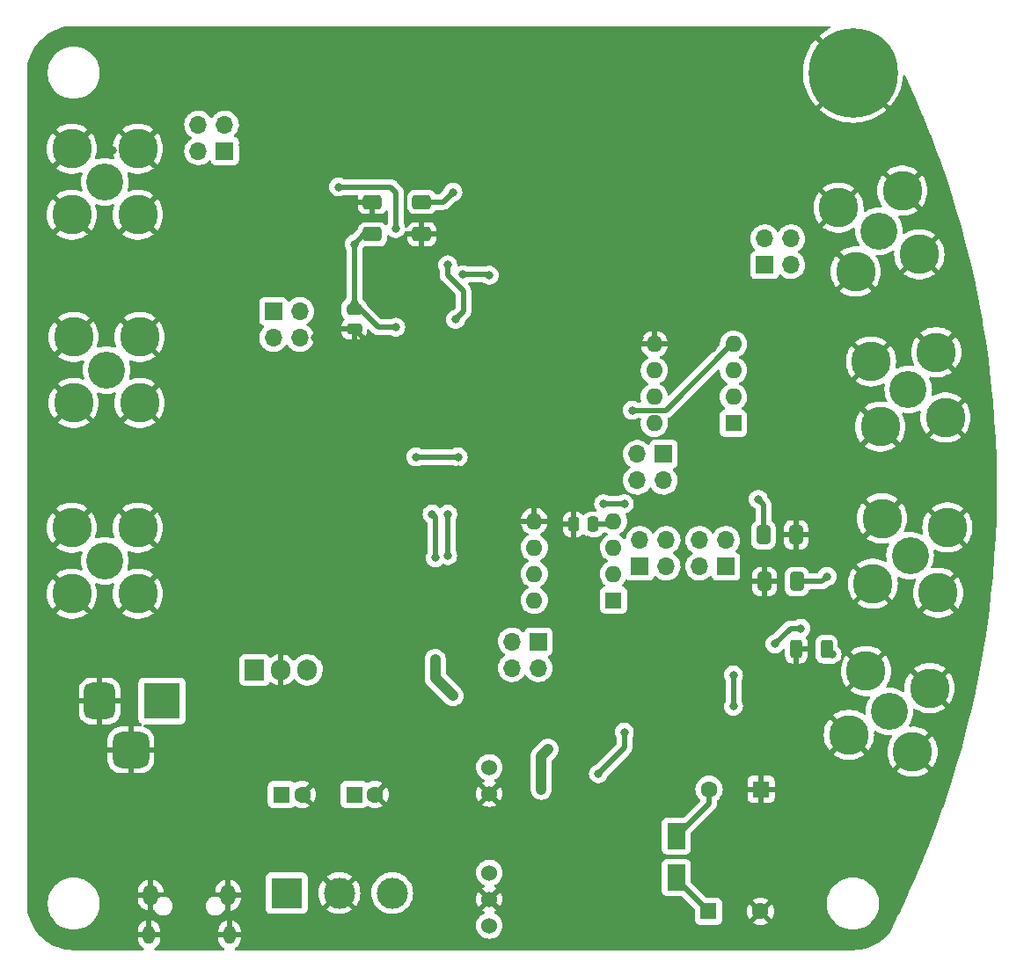
<source format=gbr>
%TF.GenerationSoftware,KiCad,Pcbnew,(6.0.0)*%
%TF.CreationDate,2022-08-23T11:31:33-04:00*%
%TF.ProjectId,Impedance_Analyzer_V2,496d7065-6461-46e6-9365-5f416e616c79,rev?*%
%TF.SameCoordinates,Original*%
%TF.FileFunction,Copper,L2,Bot*%
%TF.FilePolarity,Positive*%
%FSLAX46Y46*%
G04 Gerber Fmt 4.6, Leading zero omitted, Abs format (unit mm)*
G04 Created by KiCad (PCBNEW (6.0.0)) date 2022-08-23 11:31:33*
%MOMM*%
%LPD*%
G01*
G04 APERTURE LIST*
G04 Aperture macros list*
%AMRoundRect*
0 Rectangle with rounded corners*
0 $1 Rounding radius*
0 $2 $3 $4 $5 $6 $7 $8 $9 X,Y pos of 4 corners*
0 Add a 4 corners polygon primitive as box body*
4,1,4,$2,$3,$4,$5,$6,$7,$8,$9,$2,$3,0*
0 Add four circle primitives for the rounded corners*
1,1,$1+$1,$2,$3*
1,1,$1+$1,$4,$5*
1,1,$1+$1,$6,$7*
1,1,$1+$1,$8,$9*
0 Add four rect primitives between the rounded corners*
20,1,$1+$1,$2,$3,$4,$5,0*
20,1,$1+$1,$4,$5,$6,$7,0*
20,1,$1+$1,$6,$7,$8,$9,0*
20,1,$1+$1,$8,$9,$2,$3,0*%
G04 Aperture macros list end*
%TA.AperFunction,ComponentPad*%
%ADD10C,3.556000*%
%TD*%
%TA.AperFunction,ComponentPad*%
%ADD11C,3.810000*%
%TD*%
%TA.AperFunction,ComponentPad*%
%ADD12R,1.600000X1.600000*%
%TD*%
%TA.AperFunction,ComponentPad*%
%ADD13O,1.600000X1.600000*%
%TD*%
%TA.AperFunction,ComponentPad*%
%ADD14C,1.600000*%
%TD*%
%TA.AperFunction,ComponentPad*%
%ADD15R,3.500000X3.500000*%
%TD*%
%TA.AperFunction,ComponentPad*%
%ADD16RoundRect,0.750000X-0.750000X-1.000000X0.750000X-1.000000X0.750000X1.000000X-0.750000X1.000000X0*%
%TD*%
%TA.AperFunction,ComponentPad*%
%ADD17RoundRect,0.875000X-0.875000X-0.875000X0.875000X-0.875000X0.875000X0.875000X-0.875000X0.875000X0*%
%TD*%
%TA.AperFunction,ComponentPad*%
%ADD18O,1.150000X1.800000*%
%TD*%
%TA.AperFunction,ComponentPad*%
%ADD19O,1.450000X2.000000*%
%TD*%
%TA.AperFunction,ComponentPad*%
%ADD20R,1.905000X2.000000*%
%TD*%
%TA.AperFunction,ComponentPad*%
%ADD21O,1.905000X2.000000*%
%TD*%
%TA.AperFunction,ComponentPad*%
%ADD22C,8.600000*%
%TD*%
%TA.AperFunction,ComponentPad*%
%ADD23R,3.000000X3.000000*%
%TD*%
%TA.AperFunction,ComponentPad*%
%ADD24C,3.000000*%
%TD*%
%TA.AperFunction,ComponentPad*%
%ADD25C,1.524000*%
%TD*%
%TA.AperFunction,ComponentPad*%
%ADD26R,1.700000X1.700000*%
%TD*%
%TA.AperFunction,ComponentPad*%
%ADD27O,1.700000X1.700000*%
%TD*%
%TA.AperFunction,SMDPad,CuDef*%
%ADD28RoundRect,0.250000X-0.475000X0.250000X-0.475000X-0.250000X0.475000X-0.250000X0.475000X0.250000X0*%
%TD*%
%TA.AperFunction,SMDPad,CuDef*%
%ADD29RoundRect,0.250000X0.250000X0.475000X-0.250000X0.475000X-0.250000X-0.475000X0.250000X-0.475000X0*%
%TD*%
%TA.AperFunction,SMDPad,CuDef*%
%ADD30RoundRect,0.250000X0.312500X0.625000X-0.312500X0.625000X-0.312500X-0.625000X0.312500X-0.625000X0*%
%TD*%
%TA.AperFunction,SMDPad,CuDef*%
%ADD31RoundRect,0.250000X-0.650000X0.412500X-0.650000X-0.412500X0.650000X-0.412500X0.650000X0.412500X0*%
%TD*%
%TA.AperFunction,SMDPad,CuDef*%
%ADD32RoundRect,0.250000X-0.412500X-0.650000X0.412500X-0.650000X0.412500X0.650000X-0.412500X0.650000X0*%
%TD*%
%TA.AperFunction,SMDPad,CuDef*%
%ADD33R,1.800000X2.500000*%
%TD*%
%TA.AperFunction,ViaPad*%
%ADD34C,0.800000*%
%TD*%
%TA.AperFunction,Conductor*%
%ADD35C,0.500000*%
%TD*%
%TA.AperFunction,Conductor*%
%ADD36C,1.000000*%
%TD*%
G04 APERTURE END LIST*
D10*
%TO.P,J2,1,In*%
%TO.N,Net-(J2-Pad1)*%
X78175000Y-86125000D03*
D11*
%TO.P,J2,2,Ext*%
%TO.N,GND*%
X75000000Y-82950000D03*
X81350000Y-89300000D03*
X75000000Y-89300000D03*
X81350000Y-82950000D03*
%TD*%
D10*
%TO.P,J6,1,In*%
%TO.N,IOut*%
X152500000Y-72750000D03*
D11*
%TO.P,J6,2,Ext*%
%TO.N,GND*%
X150254936Y-76638565D03*
X156388565Y-74995064D03*
X148611435Y-70504936D03*
X154745064Y-68861435D03*
%TD*%
D10*
%TO.P,J7,1,In*%
%TO.N,IMon+*%
X153500000Y-119000000D03*
D11*
%TO.P,J7,2,Ext*%
%TO.N,GND*%
X151254936Y-115111435D03*
X149611435Y-121245064D03*
X155745064Y-122888565D03*
X157388565Y-116754936D03*
%TD*%
D12*
%TO.P,U3,1,Rg*%
%TO.N,Net-(R11-Pad1)*%
X126950000Y-108300000D03*
D13*
%TO.P,U3,2,-*%
%TO.N,IMon-*%
X126950000Y-105760000D03*
%TO.P,U3,3,+*%
%TO.N,IMon+*%
X126950000Y-103220000D03*
%TO.P,U3,4,V-*%
%TO.N,-5V*%
X126950000Y-100680000D03*
%TO.P,U3,5,Ref*%
%TO.N,GND*%
X119330000Y-100680000D03*
%TO.P,U3,6*%
%TO.N,Net-(R5-Pad1)*%
X119330000Y-103220000D03*
%TO.P,U3,7,V+*%
%TO.N,+5VP*%
X119330000Y-105760000D03*
%TO.P,U3,8,Rg*%
%TO.N,Net-(J10-Pad3)*%
X119330000Y-108300000D03*
%TD*%
D10*
%TO.P,J5,1,In*%
%TO.N,Net-(J5-Pad1)*%
X155500000Y-104000000D03*
D11*
%TO.P,J5,2,Ext*%
%TO.N,GND*%
X159085976Y-101297773D03*
X158202227Y-107585976D03*
X151914024Y-106702227D03*
X152797773Y-100414024D03*
%TD*%
D10*
%TO.P,J4,1,In*%
%TO.N,Net-(J4-Pad1)*%
X155325000Y-88000000D03*
D11*
%TO.P,J4,2,Ext*%
%TO.N,GND*%
X158027227Y-84414024D03*
X152622773Y-91585976D03*
X151739024Y-85297773D03*
X158910976Y-90702227D03*
%TD*%
D12*
%TO.P,U4,1,Rg*%
%TO.N,Net-(R12-Pad1)*%
X138500000Y-91250000D03*
D13*
%TO.P,U4,2,-*%
%TO.N,Net-(J5-Pad1)*%
X138500000Y-88710000D03*
%TO.P,U4,3,+*%
%TO.N,Net-(J4-Pad1)*%
X138500000Y-86170000D03*
%TO.P,U4,4,V-*%
%TO.N,-5V*%
X138500000Y-83630000D03*
%TO.P,U4,5,Ref*%
%TO.N,GND*%
X130880000Y-83630000D03*
%TO.P,U4,6*%
%TO.N,Net-(R6-Pad1)*%
X130880000Y-86170000D03*
%TO.P,U4,7,V+*%
%TO.N,+5VP*%
X130880000Y-88710000D03*
%TO.P,U4,8,Rg*%
%TO.N,Net-(J12-Pad3)*%
X130880000Y-91250000D03*
%TD*%
D12*
%TO.P,C4,1*%
%TO.N,Net-(C4-Pad1)*%
X95000000Y-127000000D03*
D14*
%TO.P,C4,2*%
%TO.N,GND*%
X97000000Y-127000000D03*
%TD*%
D15*
%TO.P,J8,1*%
%TO.N,Net-(FB1-Pad2)*%
X83500000Y-118000000D03*
D16*
%TO.P,J8,2*%
%TO.N,GND*%
X77500000Y-118000000D03*
D17*
%TO.P,J8,3*%
X80500000Y-122700000D03*
%TD*%
D18*
%TO.P,J9,6,Shield*%
%TO.N,GND*%
X82250000Y-140500000D03*
X90000000Y-140500000D03*
D19*
X82400000Y-136700000D03*
X89850000Y-136700000D03*
%TD*%
D12*
%TO.P,C6,1*%
%TO.N,+5V*%
X102000000Y-127000000D03*
D14*
%TO.P,C6,2*%
%TO.N,GND*%
X104000000Y-127000000D03*
%TD*%
D20*
%TO.P,U5,1,IN*%
%TO.N,Net-(C4-Pad1)*%
X92420000Y-115000000D03*
D21*
%TO.P,U5,2,GND*%
%TO.N,GND*%
X94960000Y-115000000D03*
%TO.P,U5,3,OUT*%
%TO.N,+5V*%
X97500000Y-115000000D03*
%TD*%
D12*
%TO.P,C7,1*%
%TO.N,GND*%
X141152651Y-126500000D03*
D14*
%TO.P,C7,2*%
%TO.N,-5V*%
X136152651Y-126500000D03*
%TD*%
D12*
%TO.P,C9,1*%
%TO.N,+5VP*%
X136097349Y-138250000D03*
D14*
%TO.P,C9,2*%
%TO.N,GND*%
X141097349Y-138250000D03*
%TD*%
D22*
%TO.P,H1,1,1*%
%TO.N,GND*%
X150000000Y-57500000D03*
%TD*%
D10*
%TO.P,J1,1,In*%
%TO.N,InputSig*%
X78000000Y-68000000D03*
D11*
%TO.P,J1,2,Ext*%
%TO.N,GND*%
X74825000Y-64825000D03*
X81175000Y-64825000D03*
X81175000Y-71175000D03*
X74825000Y-71175000D03*
%TD*%
D23*
%TO.P,J11,1,Pin_1*%
%TO.N,+5VP*%
X95500000Y-136500000D03*
D24*
%TO.P,J11,2,Pin_2*%
%TO.N,GND*%
X100580000Y-136500000D03*
%TO.P,J11,3,Pin_3*%
%TO.N,-5V*%
X105660000Y-136500000D03*
%TD*%
D25*
%TO.P,Reg1,1,+Vin*%
%TO.N,+5V*%
X115000000Y-124380000D03*
%TO.P,Reg1,2,-Vin*%
%TO.N,GND*%
X115000000Y-126920000D03*
%TO.P,Reg1,5,-Vout*%
%TO.N,Net-(L2-Pad2)*%
X115000000Y-134540000D03*
%TO.P,Reg1,6,GND2*%
%TO.N,GND*%
X115000000Y-137080000D03*
%TO.P,Reg1,7,+Vout*%
%TO.N,Net-(L1-Pad2)*%
X115000000Y-139620000D03*
%TD*%
D26*
%TO.P,J16,1,Pin_1*%
%TO.N,Net-(J16-Pad1)*%
X94225000Y-80475000D03*
D27*
%TO.P,J16,2,Pin_2*%
X96765000Y-80475000D03*
%TO.P,J16,3,Pin_3*%
%TO.N,Net-(C25-Pad1)*%
X94225000Y-83015000D03*
%TO.P,J16,4,Pin_4*%
%TO.N,Net-(C1-Pad1)*%
X96765000Y-83015000D03*
%TD*%
D26*
%TO.P,J15,1,Pin_1*%
%TO.N,Net-(J15-Pad1)*%
X89540000Y-65040000D03*
D27*
%TO.P,J15,2,Pin_2*%
X87000000Y-65040000D03*
%TO.P,J15,3,Pin_3*%
%TO.N,Net-(C16-Pad1)*%
X89540000Y-62500000D03*
%TO.P,J15,4,Pin_4*%
%TO.N,Net-(C15-Pad1)*%
X87000000Y-62500000D03*
%TD*%
D26*
%TO.P,J13,1,Pin_1*%
%TO.N,IMon-*%
X129500000Y-105040000D03*
D27*
%TO.P,J13,2,Pin_2*%
X129500000Y-102500000D03*
%TO.P,J13,3,Pin_3*%
%TO.N,Net-(J13-Pad3)*%
X132040000Y-105040000D03*
%TO.P,J13,4,Pin_4*%
%TO.N,Net-(J13-Pad4)*%
X132040000Y-102500000D03*
%TD*%
D26*
%TO.P,J10,1,Pin_1*%
%TO.N,Net-(J10-Pad1)*%
X119725000Y-112275000D03*
D27*
%TO.P,J10,2,Pin_2*%
%TO.N,Net-(J10-Pad2)*%
X119725000Y-114815000D03*
%TO.P,J10,3,Pin_3*%
%TO.N,Net-(J10-Pad3)*%
X117185000Y-112275000D03*
%TO.P,J10,4,Pin_4*%
X117185000Y-114815000D03*
%TD*%
D10*
%TO.P,J3,1,In*%
%TO.N,Net-(J3-Pad1)*%
X78000000Y-104500000D03*
D11*
%TO.P,J3,2,Ext*%
%TO.N,GND*%
X81175000Y-101325000D03*
X74825000Y-107675000D03*
X74825000Y-101325000D03*
X81175000Y-107675000D03*
%TD*%
D26*
%TO.P,J17,1,Pin_1*%
%TO.N,Net-(R9-Pad1)*%
X141500000Y-76000000D03*
D27*
%TO.P,J17,2,Pin_2*%
%TO.N,Net-(J17-Pad2)*%
X141500000Y-73460000D03*
%TO.P,J17,3,Pin_3*%
%TO.N,IOut*%
X144040000Y-76000000D03*
%TO.P,J17,4,Pin_4*%
X144040000Y-73460000D03*
%TD*%
D26*
%TO.P,J12,1,Pin_1*%
%TO.N,Net-(J12-Pad1)*%
X131775000Y-94225000D03*
D27*
%TO.P,J12,2,Pin_2*%
%TO.N,Net-(J12-Pad2)*%
X131775000Y-96765000D03*
%TO.P,J12,3,Pin_3*%
%TO.N,Net-(J12-Pad3)*%
X129235000Y-94225000D03*
%TO.P,J12,4,Pin_4*%
X129235000Y-96765000D03*
%TD*%
D26*
%TO.P,J14,1,Pin_1*%
%TO.N,Net-(J13-Pad4)*%
X137775000Y-105040000D03*
D27*
%TO.P,J14,2,Pin_2*%
%TO.N,Net-(J13-Pad3)*%
X135235000Y-105040000D03*
%TO.P,J14,3,Pin_3*%
%TO.N,Net-(BUF2-Pad6)*%
X137775000Y-102500000D03*
%TO.P,J14,4,Pin_4*%
X135235000Y-102500000D03*
%TD*%
D28*
%TO.P,C20,1*%
%TO.N,-5V*%
X102000000Y-80300000D03*
%TO.P,C20,2*%
%TO.N,GND*%
X102000000Y-82200000D03*
%TD*%
D29*
%TO.P,C21,1*%
%TO.N,-5V*%
X125000000Y-101000000D03*
%TO.P,C21,2*%
%TO.N,GND*%
X123100000Y-101000000D03*
%TD*%
D30*
%TO.P,R16,1*%
%TO.N,Net-(R16-Pad1)*%
X147462500Y-113000000D03*
%TO.P,R16,2*%
%TO.N,GND*%
X144537500Y-113000000D03*
%TD*%
D31*
%TO.P,C12,1*%
%TO.N,+5VP*%
X108500000Y-69937500D03*
%TO.P,C12,2*%
%TO.N,GND*%
X108500000Y-73062500D03*
%TD*%
%TO.P,C11,1*%
%TO.N,GND*%
X103750000Y-69937500D03*
%TO.P,C11,2*%
%TO.N,-5V*%
X103750000Y-73062500D03*
%TD*%
D32*
%TO.P,C13,1*%
%TO.N,+5VP*%
X141387500Y-102000000D03*
%TO.P,C13,2*%
%TO.N,GND*%
X144512500Y-102000000D03*
%TD*%
%TO.P,C2,1*%
%TO.N,GND*%
X141487500Y-106500000D03*
%TO.P,C2,2*%
%TO.N,-5V*%
X144612500Y-106500000D03*
%TD*%
D33*
%TO.P,D6,1,A1*%
%TO.N,+5VP*%
X133000000Y-135000000D03*
%TO.P,D6,2,A2*%
%TO.N,-5V*%
X133000000Y-131000000D03*
%TD*%
D34*
%TO.N,GND*%
X82500000Y-61500000D03*
X82500000Y-58500000D03*
X103750000Y-100000000D03*
X107250000Y-100000000D03*
X103750000Y-114250000D03*
X107500000Y-91500000D03*
X129500000Y-83000000D03*
X97600000Y-71400000D03*
X97000000Y-74200000D03*
X78750000Y-65000000D03*
X124500000Y-113750000D03*
X106500000Y-108500000D03*
X132750000Y-87000000D03*
X134500000Y-85500000D03*
X112500000Y-139500000D03*
X130500000Y-136000000D03*
X124250000Y-136000000D03*
X124250000Y-141000000D03*
X110500000Y-130500000D03*
X112500000Y-128250000D03*
X130500000Y-133500000D03*
X129500000Y-124250000D03*
X124250000Y-133000000D03*
X124250000Y-128000000D03*
X112500000Y-123250000D03*
X112000000Y-95750000D03*
X99750000Y-100000000D03*
X107500000Y-88750000D03*
X107500000Y-85500000D03*
X108750000Y-82250000D03*
X111000000Y-84250000D03*
X111000000Y-88750000D03*
X111000000Y-91500000D03*
X71500000Y-64790000D03*
X71500000Y-67330000D03*
X71500000Y-69870000D03*
X71500000Y-72410000D03*
X71500000Y-74950000D03*
X71500000Y-77490000D03*
X71500000Y-80030000D03*
X71500000Y-82570000D03*
X71500000Y-85110000D03*
X71500000Y-87650000D03*
X71500000Y-90190000D03*
X71500000Y-92730000D03*
X71500000Y-95270000D03*
X71500000Y-97810000D03*
X71500000Y-100350000D03*
X71500000Y-102890000D03*
X71500000Y-105430000D03*
X71500000Y-107970000D03*
X71500000Y-110510000D03*
X71500000Y-113050000D03*
X71500000Y-115590000D03*
X71500000Y-118130000D03*
X71500000Y-120670000D03*
X71500000Y-123210000D03*
X71500000Y-125750000D03*
X71500000Y-128290000D03*
X71500000Y-130830000D03*
X71500000Y-133370000D03*
X71500000Y-135910000D03*
X104440000Y-53500000D03*
X81580000Y-53500000D03*
X89200000Y-53500000D03*
X91740000Y-53500000D03*
X106980000Y-53500000D03*
X101900000Y-53500000D03*
X84120000Y-53500000D03*
X99360000Y-53500000D03*
X109520000Y-53500000D03*
X112060000Y-53500000D03*
X86660000Y-53500000D03*
X96820000Y-53500000D03*
X79040000Y-53500000D03*
X94280000Y-53500000D03*
X131000000Y-72000000D03*
X135000000Y-72000000D03*
X127500000Y-72000000D03*
X114250000Y-69250000D03*
X117750000Y-69250000D03*
X121750000Y-69250000D03*
X111500000Y-72500000D03*
X119000000Y-72500000D03*
X115000000Y-72500000D03*
X112750000Y-113000000D03*
X112750000Y-109000000D03*
X112750000Y-105500000D03*
X122578427Y-110078427D03*
X120078427Y-120578427D03*
X114421573Y-114921573D03*
X117250000Y-117750000D03*
X130750000Y-126750000D03*
X128750000Y-126250000D03*
X123000000Y-126250000D03*
X123750000Y-120750000D03*
X140000000Y-131750000D03*
X136500000Y-132500000D03*
X118750000Y-134500000D03*
X107500000Y-132750000D03*
X107750000Y-126250000D03*
X112500000Y-126000000D03*
X108250000Y-122250000D03*
X111250000Y-120000000D03*
X124500000Y-102500000D03*
X149000000Y-112000000D03*
X147250000Y-116500000D03*
X148000000Y-108500000D03*
X135250000Y-81000000D03*
X98250000Y-83000000D03*
X111750000Y-73500000D03*
X111500000Y-65250000D03*
X109000000Y-66750000D03*
X102500000Y-66500000D03*
X97000000Y-64000000D03*
X94250000Y-74750000D03*
X92500000Y-72250000D03*
X92500000Y-69500000D03*
X91250000Y-64500000D03*
X88500000Y-72500000D03*
X95500000Y-78500000D03*
X155750000Y-62250000D03*
X161000000Y-77500000D03*
X161500000Y-80750000D03*
X162750000Y-92750000D03*
X162750000Y-97750000D03*
X161750000Y-110750000D03*
X161000000Y-113750000D03*
X157250000Y-127750000D03*
X87750000Y-135000000D03*
X111310000Y-141250000D03*
X106230000Y-141250000D03*
X145115000Y-98975000D03*
X108770000Y-141250000D03*
X78290000Y-141250000D03*
X93530000Y-141250000D03*
X85910000Y-141250000D03*
X119370000Y-53500000D03*
X114750000Y-99750000D03*
X121500000Y-101500000D03*
X103750000Y-103750000D03*
X116830000Y-53500000D03*
X121500000Y-75500000D03*
X139500000Y-72000000D03*
X124450000Y-53500000D03*
X88450000Y-141250000D03*
X96070000Y-141250000D03*
X71500000Y-62250000D03*
X90450000Y-127050000D03*
X131000000Y-76000000D03*
X106525000Y-77565000D03*
X107250000Y-97500000D03*
X103000000Y-83200000D03*
X112000000Y-92500000D03*
X137500000Y-121500000D03*
X107250000Y-103750000D03*
X119500000Y-95000000D03*
X112750000Y-103250000D03*
X139500000Y-113000000D03*
X104850000Y-85600000D03*
X124500000Y-76000000D03*
X120000000Y-88500000D03*
X114290000Y-53500000D03*
X124500000Y-72000000D03*
X139500000Y-109500000D03*
X129530000Y-53500000D03*
X80830000Y-141250000D03*
X123500000Y-107000000D03*
X121910000Y-53500000D03*
X134750000Y-89250000D03*
X117000000Y-104000000D03*
X142230000Y-53500000D03*
X142500000Y-115500000D03*
X136750000Y-87750000D03*
X101150000Y-141250000D03*
X134610000Y-53500000D03*
X103690000Y-141250000D03*
X133000000Y-90750000D03*
X100000000Y-73500000D03*
X144770000Y-53500000D03*
X142000000Y-121500000D03*
X99750000Y-103750000D03*
X111000000Y-97500000D03*
X98610000Y-141250000D03*
X128000000Y-76000000D03*
X123000000Y-91500000D03*
X71500000Y-129000000D03*
X125500000Y-91500000D03*
X136500000Y-84000000D03*
X117000000Y-78000000D03*
X139690000Y-53500000D03*
X134750000Y-91500000D03*
X115500000Y-93500000D03*
X126990000Y-53500000D03*
X137150000Y-53500000D03*
X133250000Y-107000000D03*
X103350000Y-89350000D03*
X106500000Y-80000000D03*
X132070000Y-53500000D03*
X133500000Y-100500000D03*
%TO.N,Net-(R6-Pad1)*%
X112000000Y-94500000D03*
X107949979Y-94500000D03*
%TO.N,-5V*%
X102000000Y-74000000D03*
X128750000Y-90000000D03*
X138500000Y-115500000D03*
X138500000Y-118500000D03*
X109799990Y-114000000D03*
X106000000Y-82000000D03*
X125500000Y-125000000D03*
X102000000Y-79700000D03*
X109799990Y-104200010D03*
X145000000Y-111000000D03*
X111500000Y-117500000D03*
X109500000Y-100000000D03*
X128000000Y-121000000D03*
X142500000Y-112500000D03*
X147500000Y-106000000D03*
%TO.N,+5VP*%
X120000000Y-126500000D03*
X120649999Y-122649999D03*
X128000000Y-99000000D03*
X140885000Y-98575000D03*
X126000000Y-99000000D03*
X111000000Y-103999998D03*
X111000000Y-76000000D03*
X111500000Y-69000000D03*
X111749999Y-81250001D03*
X111000000Y-100000000D03*
%TO.N,Net-(R15-Pad1)*%
X112449312Y-76949312D03*
X115000000Y-77000000D03*
X100500000Y-68500000D03*
X106000000Y-72500000D03*
%TO.N,Net-(R16-Pad1)*%
X148000000Y-113500000D03*
%TD*%
D35*
%TO.N,GND*%
X102000000Y-82200000D02*
X103000000Y-83200000D01*
%TO.N,Net-(R6-Pad1)*%
X112000000Y-94500000D02*
X107949979Y-94500000D01*
%TO.N,-5V*%
X109799990Y-104200010D02*
X109799990Y-100299990D01*
X138361998Y-83630000D02*
X131991998Y-90000000D01*
X102000000Y-80300000D02*
X102000000Y-79700000D01*
D36*
X109799990Y-115799990D02*
X111500000Y-117500000D01*
D35*
X125000000Y-101000000D02*
X126630000Y-101000000D01*
X138500000Y-118500000D02*
X138500000Y-115500000D01*
X144612500Y-106500000D02*
X147000000Y-106500000D01*
X144000000Y-111000000D02*
X142500000Y-112500000D01*
D36*
X109799990Y-114000000D02*
X109799990Y-115799990D01*
D35*
X128000000Y-121000000D02*
X128000000Y-122500000D01*
X102000000Y-79700000D02*
X104300000Y-82000000D01*
X109799990Y-100299990D02*
X109500000Y-100000000D01*
X128000000Y-122500000D02*
X125500000Y-125000000D01*
X103750000Y-73062500D02*
X102937500Y-73062500D01*
X147000000Y-106500000D02*
X147500000Y-106000000D01*
X145000000Y-111000000D02*
X144000000Y-111000000D01*
X138500000Y-83630000D02*
X138361998Y-83630000D01*
X126630000Y-101000000D02*
X126950000Y-100680000D01*
X102000000Y-79700000D02*
X102000000Y-74000000D01*
X133000000Y-131000000D02*
X136152651Y-127847349D01*
X104300000Y-82000000D02*
X106000000Y-82000000D01*
X136152651Y-127847349D02*
X136152651Y-126500000D01*
X131991998Y-90000000D02*
X128750000Y-90000000D01*
X102937500Y-73062500D02*
X102000000Y-74000000D01*
%TO.N,+5VP*%
X111000000Y-76000000D02*
X111000000Y-77000000D01*
X110562500Y-69937500D02*
X111500000Y-69000000D01*
X111000000Y-103999998D02*
X111000000Y-100000000D01*
D36*
X120000000Y-126500000D02*
X120000000Y-123299998D01*
D35*
X133000000Y-135152651D02*
X136097349Y-138250000D01*
X112500000Y-78500000D02*
X112500000Y-80500000D01*
X108500000Y-69937500D02*
X110562500Y-69937500D01*
X133000000Y-135000000D02*
X133000000Y-135152651D01*
X141387500Y-102000000D02*
X141387500Y-99077500D01*
X111000000Y-77000000D02*
X112500000Y-78500000D01*
X112500000Y-80500000D02*
X111749999Y-81250001D01*
D36*
X120000000Y-123299998D02*
X120649999Y-122649999D01*
D35*
X128000000Y-99000000D02*
X126000000Y-99000000D01*
X141387500Y-99077500D02*
X140885000Y-98575000D01*
%TO.N,Net-(R15-Pad1)*%
X100500000Y-68500000D02*
X105500000Y-68500000D01*
X105500000Y-68500000D02*
X106000000Y-69000000D01*
X112449312Y-76949312D02*
X114949312Y-76949312D01*
X106000000Y-69000000D02*
X106000000Y-72500000D01*
X114949312Y-76949312D02*
X115000000Y-77000000D01*
%TO.N,Net-(R16-Pad1)*%
X148000000Y-113500000D02*
X147962500Y-113500000D01*
X147962500Y-113500000D02*
X147462500Y-113000000D01*
%TD*%
%TA.AperFunction,Conductor*%
%TO.N,GND*%
G36*
X147763038Y-53028002D02*
G01*
X147809531Y-53081658D01*
X147819635Y-53151932D01*
X147790141Y-53216512D01*
X147757631Y-53243284D01*
X147423581Y-53434984D01*
X147418848Y-53437987D01*
X147072420Y-53680109D01*
X147067979Y-53683517D01*
X146796476Y-53911739D01*
X146788031Y-53924456D01*
X146794139Y-53934929D01*
X153562142Y-60702932D01*
X153575903Y-60710446D01*
X153585263Y-60703989D01*
X153754244Y-60511303D01*
X153757744Y-60506935D01*
X154007073Y-60165645D01*
X154010168Y-60160987D01*
X154228160Y-59798903D01*
X154230841Y-59793964D01*
X154415779Y-59413946D01*
X154418014Y-59408780D01*
X154568442Y-59013815D01*
X154570201Y-59008496D01*
X154684920Y-58601730D01*
X154686204Y-58596259D01*
X154764315Y-58180883D01*
X154765102Y-58175346D01*
X154798996Y-57826540D01*
X154825492Y-57760673D01*
X154883393Y-57719587D01*
X154954315Y-57716327D01*
X155015740Y-57751928D01*
X155038245Y-57784723D01*
X155079657Y-57872022D01*
X155201196Y-58128239D01*
X155202249Y-58130518D01*
X155398411Y-58566505D01*
X155976537Y-59851438D01*
X155977555Y-59853762D01*
X156492386Y-61062474D01*
X156672087Y-61484373D01*
X156717052Y-61589942D01*
X156718014Y-61592266D01*
X156982533Y-62249707D01*
X157422407Y-63342978D01*
X157423330Y-63345341D01*
X157477314Y-63487727D01*
X158092331Y-65109870D01*
X158093174Y-65112162D01*
X158318990Y-65745972D01*
X158726542Y-66889871D01*
X158727369Y-66892269D01*
X159141765Y-68133891D01*
X159324732Y-68682101D01*
X159324786Y-68682264D01*
X159325560Y-68684663D01*
X159589285Y-69531226D01*
X159886839Y-70486383D01*
X159887569Y-70488813D01*
X160412446Y-72301411D01*
X160413127Y-72303854D01*
X160901411Y-74126664D01*
X160902043Y-74129121D01*
X161056669Y-74756638D01*
X161353550Y-75961469D01*
X161354106Y-75963828D01*
X161765231Y-77789780D01*
X161768632Y-77804884D01*
X161769158Y-77807338D01*
X162143866Y-79643277D01*
X162146531Y-79656336D01*
X162147005Y-79658786D01*
X162474148Y-81444437D01*
X162487076Y-81515002D01*
X162487506Y-81517493D01*
X162523157Y-81736921D01*
X162790132Y-83380131D01*
X162790514Y-83382638D01*
X163055587Y-85251039D01*
X163055917Y-85253549D01*
X163281378Y-87110881D01*
X163283323Y-87126905D01*
X163283598Y-87129386D01*
X163429082Y-88569722D01*
X163473241Y-89006910D01*
X163473471Y-89009436D01*
X163625281Y-90890456D01*
X163625459Y-90892986D01*
X163739365Y-92776582D01*
X163739493Y-92779116D01*
X163815460Y-94664715D01*
X163815536Y-94667250D01*
X163853525Y-96553899D01*
X163853551Y-96556436D01*
X163853551Y-98443563D01*
X163853525Y-98446100D01*
X163815536Y-100332749D01*
X163815460Y-100335284D01*
X163739493Y-102220883D01*
X163739365Y-102223417D01*
X163625460Y-104107013D01*
X163625282Y-104109543D01*
X163473471Y-105990563D01*
X163473241Y-105993089D01*
X163285605Y-107850757D01*
X163283603Y-107870573D01*
X163283327Y-107873056D01*
X163123857Y-109186769D01*
X163055919Y-109746445D01*
X163055588Y-109748960D01*
X162790514Y-111617361D01*
X162790132Y-111619868D01*
X162564875Y-113006309D01*
X162489455Y-113470516D01*
X162487508Y-113482497D01*
X162487078Y-113484988D01*
X162147749Y-115337156D01*
X162147013Y-115341172D01*
X162146539Y-115343623D01*
X161783241Y-117123663D01*
X161769164Y-117192635D01*
X161768637Y-117195090D01*
X161354107Y-119036171D01*
X161353551Y-119038530D01*
X161146973Y-119876883D01*
X160902043Y-120870878D01*
X160901411Y-120873335D01*
X160413127Y-122696145D01*
X160412446Y-122698588D01*
X159887569Y-124511186D01*
X159886839Y-124513616D01*
X159711119Y-125077684D01*
X159334215Y-126287559D01*
X159325566Y-126315321D01*
X159324792Y-126317719D01*
X159196291Y-126702736D01*
X158727369Y-128107730D01*
X158726542Y-128110128D01*
X158612179Y-128431119D01*
X158093175Y-129887837D01*
X158092332Y-129890129D01*
X157504341Y-131440988D01*
X157423330Y-131654658D01*
X157422407Y-131657021D01*
X156759442Y-133304771D01*
X156718023Y-133407714D01*
X156717061Y-133410038D01*
X156583023Y-133724730D01*
X155977555Y-135146238D01*
X155976537Y-135148562D01*
X155498856Y-136210250D01*
X155204474Y-136864539D01*
X155202261Y-136869457D01*
X155201208Y-136871736D01*
X154411160Y-138537237D01*
X154392422Y-138576738D01*
X154391319Y-138579005D01*
X154106826Y-139148829D01*
X153576305Y-140211433D01*
X153561099Y-140234930D01*
X153357272Y-140484092D01*
X153350208Y-140492021D01*
X153094085Y-140756181D01*
X153086379Y-140763486D01*
X152808925Y-141005142D01*
X152800631Y-141011772D01*
X152503825Y-141229201D01*
X152495002Y-141235110D01*
X152180935Y-141426780D01*
X152171646Y-141431925D01*
X151842551Y-141596472D01*
X151832862Y-141600816D01*
X151491087Y-141737067D01*
X151481065Y-141740580D01*
X151129025Y-141847572D01*
X151118764Y-141850224D01*
X150758959Y-141927196D01*
X150748499Y-141928976D01*
X150383494Y-141975378D01*
X150372918Y-141976272D01*
X150278236Y-141980265D01*
X150043561Y-141990163D01*
X150018865Y-141988775D01*
X150015143Y-141988195D01*
X150015138Y-141988195D01*
X150006270Y-141986814D01*
X149997368Y-141987978D01*
X149997365Y-141987978D01*
X149978083Y-141990500D01*
X149974971Y-141990907D01*
X149974749Y-141990936D01*
X149958411Y-141992000D01*
X90622112Y-141992000D01*
X90553991Y-141971998D01*
X90507498Y-141918342D01*
X90497394Y-141848068D01*
X90526888Y-141783488D01*
X90549212Y-141763230D01*
X90705987Y-141652021D01*
X90715016Y-141644228D01*
X90849631Y-141503607D01*
X90857035Y-141494232D01*
X90962620Y-141330708D01*
X90968121Y-141320094D01*
X91040883Y-141139551D01*
X91044275Y-141128102D01*
X91081866Y-140935609D01*
X91082936Y-140926799D01*
X91083000Y-140924172D01*
X91083000Y-140772115D01*
X91078525Y-140756876D01*
X91077135Y-140755671D01*
X91069452Y-140754000D01*
X88935115Y-140754000D01*
X88919876Y-140758475D01*
X88918671Y-140759865D01*
X88917000Y-140767548D01*
X88917000Y-140873637D01*
X88917285Y-140879613D01*
X88931132Y-141024745D01*
X88933391Y-141036480D01*
X88988188Y-141223268D01*
X88992621Y-141234351D01*
X89081751Y-141407406D01*
X89088207Y-141417461D01*
X89208449Y-141570537D01*
X89216689Y-141579190D01*
X89363701Y-141706760D01*
X89373433Y-141713703D01*
X89448164Y-141756936D01*
X89497112Y-141808362D01*
X89510487Y-141878087D01*
X89484042Y-141943975D01*
X89426174Y-141985106D01*
X89385068Y-141992000D01*
X82872112Y-141992000D01*
X82803991Y-141971998D01*
X82757498Y-141918342D01*
X82747394Y-141848068D01*
X82776888Y-141783488D01*
X82799212Y-141763230D01*
X82955987Y-141652021D01*
X82965016Y-141644228D01*
X83099631Y-141503607D01*
X83107035Y-141494232D01*
X83212620Y-141330708D01*
X83218121Y-141320094D01*
X83290883Y-141139551D01*
X83294275Y-141128102D01*
X83331866Y-140935609D01*
X83332936Y-140926799D01*
X83333000Y-140924172D01*
X83333000Y-140772115D01*
X83328525Y-140756876D01*
X83327135Y-140755671D01*
X83319452Y-140754000D01*
X81185115Y-140754000D01*
X81169876Y-140758475D01*
X81168671Y-140759865D01*
X81167000Y-140767548D01*
X81167000Y-140873637D01*
X81167285Y-140879613D01*
X81181132Y-141024745D01*
X81183391Y-141036480D01*
X81238188Y-141223268D01*
X81242621Y-141234351D01*
X81331751Y-141407406D01*
X81338207Y-141417461D01*
X81458449Y-141570537D01*
X81466689Y-141579190D01*
X81613701Y-141706760D01*
X81623433Y-141713703D01*
X81698164Y-141756936D01*
X81747112Y-141808362D01*
X81760487Y-141878087D01*
X81734042Y-141943975D01*
X81676174Y-141985106D01*
X81635068Y-141992000D01*
X75049328Y-141992000D01*
X75029943Y-141990500D01*
X75015142Y-141988195D01*
X75015139Y-141988195D01*
X75006270Y-141986814D01*
X74985842Y-141989485D01*
X74964017Y-141990429D01*
X74613993Y-141975147D01*
X74603042Y-141974189D01*
X74225421Y-141924473D01*
X74214597Y-141922564D01*
X73842757Y-141840130D01*
X73832139Y-141837285D01*
X73468890Y-141722752D01*
X73458575Y-141718999D01*
X73106666Y-141573234D01*
X73096731Y-141568601D01*
X72758872Y-141392722D01*
X72749363Y-141387232D01*
X72428140Y-141182590D01*
X72419136Y-141176286D01*
X72116957Y-140944417D01*
X72108537Y-140937351D01*
X72106636Y-140935609D01*
X71827728Y-140680037D01*
X71819959Y-140672268D01*
X71753863Y-140600136D01*
X71562647Y-140391460D01*
X71555583Y-140383043D01*
X71436527Y-140227885D01*
X81167000Y-140227885D01*
X81171475Y-140243124D01*
X81172865Y-140244329D01*
X81180548Y-140246000D01*
X81977885Y-140246000D01*
X81993124Y-140241525D01*
X81994329Y-140240135D01*
X81996000Y-140232452D01*
X81996000Y-140227885D01*
X82504000Y-140227885D01*
X82508475Y-140243124D01*
X82509865Y-140244329D01*
X82517548Y-140246000D01*
X83314885Y-140246000D01*
X83330124Y-140241525D01*
X83331329Y-140240135D01*
X83333000Y-140232452D01*
X83333000Y-140227885D01*
X88917000Y-140227885D01*
X88921475Y-140243124D01*
X88922865Y-140244329D01*
X88930548Y-140246000D01*
X89727885Y-140246000D01*
X89743124Y-140241525D01*
X89744329Y-140240135D01*
X89746000Y-140232452D01*
X89746000Y-140227885D01*
X90254000Y-140227885D01*
X90258475Y-140243124D01*
X90259865Y-140244329D01*
X90267548Y-140246000D01*
X91064885Y-140246000D01*
X91080124Y-140241525D01*
X91081329Y-140240135D01*
X91083000Y-140232452D01*
X91083000Y-140126363D01*
X91082715Y-140120387D01*
X91068868Y-139975255D01*
X91066609Y-139963520D01*
X91011812Y-139776732D01*
X91007379Y-139765649D01*
X90932364Y-139620000D01*
X113724647Y-139620000D01*
X113744022Y-139841463D01*
X113801560Y-140056196D01*
X113803882Y-140061177D01*
X113803883Y-140061178D01*
X113893186Y-140252689D01*
X113893189Y-140252694D01*
X113895512Y-140257676D01*
X113898668Y-140262183D01*
X113898669Y-140262185D01*
X113983295Y-140383043D01*
X114023023Y-140439781D01*
X114180219Y-140596977D01*
X114184727Y-140600134D01*
X114184730Y-140600136D01*
X114260495Y-140653187D01*
X114362323Y-140724488D01*
X114367305Y-140726811D01*
X114367310Y-140726814D01*
X114558822Y-140816117D01*
X114563804Y-140818440D01*
X114569112Y-140819862D01*
X114569114Y-140819863D01*
X114634949Y-140837503D01*
X114778537Y-140875978D01*
X115000000Y-140895353D01*
X115221463Y-140875978D01*
X115365051Y-140837503D01*
X115430886Y-140819863D01*
X115430888Y-140819862D01*
X115436196Y-140818440D01*
X115441178Y-140816117D01*
X115632690Y-140726814D01*
X115632695Y-140726811D01*
X115637677Y-140724488D01*
X115739505Y-140653187D01*
X115815270Y-140600136D01*
X115815273Y-140600134D01*
X115819781Y-140596977D01*
X115976977Y-140439781D01*
X116016706Y-140383043D01*
X116101331Y-140262185D01*
X116101332Y-140262183D01*
X116104488Y-140257676D01*
X116106811Y-140252694D01*
X116106814Y-140252689D01*
X116196117Y-140061178D01*
X116196118Y-140061177D01*
X116198440Y-140056196D01*
X116255978Y-139841463D01*
X116275353Y-139620000D01*
X116255978Y-139398537D01*
X116198440Y-139183804D01*
X116190938Y-139167715D01*
X116106814Y-138987311D01*
X116106811Y-138987306D01*
X116104488Y-138982324D01*
X116054551Y-138911006D01*
X115980136Y-138804730D01*
X115980134Y-138804727D01*
X115976977Y-138800219D01*
X115819781Y-138643023D01*
X115815273Y-138639866D01*
X115815270Y-138639864D01*
X115726769Y-138577895D01*
X115637677Y-138515512D01*
X115632695Y-138513189D01*
X115632690Y-138513186D01*
X115530121Y-138465358D01*
X115527035Y-138463919D01*
X115473750Y-138417002D01*
X115454289Y-138348725D01*
X115474831Y-138280765D01*
X115527035Y-138235529D01*
X115632445Y-138186376D01*
X115641931Y-138180898D01*
X115685764Y-138150207D01*
X115694139Y-138139729D01*
X115687071Y-138126281D01*
X115012812Y-137452022D01*
X114998868Y-137444408D01*
X114997035Y-137444539D01*
X114990420Y-137448790D01*
X114312207Y-138127003D01*
X114305777Y-138138777D01*
X114315074Y-138150793D01*
X114358069Y-138180898D01*
X114367555Y-138186376D01*
X114472965Y-138235529D01*
X114526250Y-138282446D01*
X114545711Y-138350723D01*
X114525169Y-138418683D01*
X114472965Y-138463919D01*
X114367311Y-138513186D01*
X114367306Y-138513189D01*
X114362324Y-138515512D01*
X114357817Y-138518668D01*
X114357815Y-138518669D01*
X114184730Y-138639864D01*
X114184727Y-138639866D01*
X114180219Y-138643023D01*
X114023023Y-138800219D01*
X114019866Y-138804727D01*
X114019864Y-138804730D01*
X113945449Y-138911006D01*
X113895512Y-138982324D01*
X113893189Y-138987306D01*
X113893186Y-138987311D01*
X113809062Y-139167715D01*
X113801560Y-139183804D01*
X113744022Y-139398537D01*
X113724647Y-139620000D01*
X90932364Y-139620000D01*
X90918249Y-139592594D01*
X90911793Y-139582539D01*
X90791551Y-139429463D01*
X90783311Y-139420810D01*
X90636299Y-139293240D01*
X90626567Y-139286298D01*
X90458076Y-139188823D01*
X90447215Y-139183850D01*
X90266038Y-139120935D01*
X90257993Y-139122082D01*
X90254000Y-139135651D01*
X90254000Y-140227885D01*
X89746000Y-140227885D01*
X89746000Y-139140314D01*
X89742027Y-139126783D01*
X89732601Y-139125428D01*
X89651639Y-139144940D01*
X89640344Y-139148829D01*
X89463137Y-139229400D01*
X89452795Y-139235347D01*
X89294013Y-139347979D01*
X89284984Y-139355772D01*
X89150369Y-139496393D01*
X89142965Y-139505768D01*
X89037380Y-139669292D01*
X89031879Y-139679906D01*
X88959117Y-139860449D01*
X88955725Y-139871898D01*
X88918134Y-140064391D01*
X88917064Y-140073201D01*
X88917000Y-140075828D01*
X88917000Y-140227885D01*
X83333000Y-140227885D01*
X83333000Y-140126363D01*
X83332715Y-140120387D01*
X83318868Y-139975255D01*
X83316609Y-139963520D01*
X83261812Y-139776732D01*
X83257379Y-139765649D01*
X83168249Y-139592594D01*
X83161793Y-139582539D01*
X83041551Y-139429463D01*
X83033311Y-139420810D01*
X82886299Y-139293240D01*
X82876567Y-139286298D01*
X82708076Y-139188823D01*
X82697215Y-139183850D01*
X82516038Y-139120935D01*
X82507993Y-139122082D01*
X82504000Y-139135651D01*
X82504000Y-140227885D01*
X81996000Y-140227885D01*
X81996000Y-139140314D01*
X81992027Y-139126783D01*
X81982601Y-139125428D01*
X81901639Y-139144940D01*
X81890344Y-139148829D01*
X81713137Y-139229400D01*
X81702795Y-139235347D01*
X81544013Y-139347979D01*
X81534984Y-139355772D01*
X81400369Y-139496393D01*
X81392965Y-139505768D01*
X81287380Y-139669292D01*
X81281879Y-139679906D01*
X81209117Y-139860449D01*
X81205725Y-139871898D01*
X81168134Y-140064391D01*
X81167064Y-140073201D01*
X81167000Y-140075828D01*
X81167000Y-140227885D01*
X71436527Y-140227885D01*
X71323714Y-140080864D01*
X71317410Y-140071860D01*
X71112768Y-139750637D01*
X71107278Y-139741128D01*
X70931399Y-139403269D01*
X70926762Y-139393325D01*
X70926721Y-139393224D01*
X70781001Y-139041425D01*
X70777245Y-139031103D01*
X70763438Y-138987311D01*
X70662715Y-138667860D01*
X70659870Y-138657243D01*
X70657582Y-138646920D01*
X70627934Y-138513186D01*
X70577436Y-138285403D01*
X70575527Y-138274579D01*
X70525811Y-137896957D01*
X70524853Y-137886006D01*
X70517938Y-137727631D01*
X70514890Y-137657821D01*
X72491500Y-137657821D01*
X72531060Y-137970975D01*
X72609557Y-138276702D01*
X72611010Y-138280371D01*
X72611010Y-138280372D01*
X72705359Y-138518669D01*
X72725753Y-138570179D01*
X72727659Y-138573647D01*
X72727660Y-138573648D01*
X72765800Y-138643023D01*
X72877816Y-138846779D01*
X73063346Y-139102140D01*
X73279418Y-139332233D01*
X73282469Y-139334757D01*
X73282470Y-139334758D01*
X73365308Y-139403288D01*
X73522625Y-139533432D01*
X73789131Y-139702562D01*
X73792710Y-139704246D01*
X73792717Y-139704250D01*
X74071144Y-139835267D01*
X74071148Y-139835269D01*
X74074734Y-139836956D01*
X74374928Y-139934495D01*
X74684980Y-139993641D01*
X74921162Y-140008500D01*
X75078838Y-140008500D01*
X75315020Y-139993641D01*
X75625072Y-139934495D01*
X75925266Y-139836956D01*
X75928852Y-139835269D01*
X75928856Y-139835267D01*
X76207283Y-139704250D01*
X76207290Y-139704246D01*
X76210869Y-139702562D01*
X76477375Y-139533432D01*
X76634692Y-139403288D01*
X76717530Y-139334758D01*
X76717531Y-139334757D01*
X76720582Y-139332233D01*
X76936654Y-139102140D01*
X77122184Y-138846779D01*
X77234201Y-138643023D01*
X77272340Y-138573648D01*
X77272341Y-138573647D01*
X77274247Y-138570179D01*
X77294642Y-138518669D01*
X77388990Y-138280372D01*
X77388990Y-138280371D01*
X77390443Y-138276702D01*
X77468940Y-137970975D01*
X77508500Y-137657821D01*
X77508500Y-137342179D01*
X77468940Y-137029025D01*
X77468687Y-137028041D01*
X81167000Y-137028041D01*
X81167249Y-137033636D01*
X81181083Y-137188633D01*
X81183065Y-137199647D01*
X81238180Y-137401116D01*
X81242074Y-137411589D01*
X81332001Y-137600123D01*
X81337687Y-137609738D01*
X81459576Y-137779365D01*
X81466884Y-137787831D01*
X81616883Y-137933191D01*
X81625565Y-137940221D01*
X81798945Y-138056728D01*
X81808731Y-138062107D01*
X81999996Y-138146067D01*
X82010588Y-138149632D01*
X82128385Y-138177912D01*
X82142470Y-138177207D01*
X82146000Y-138168328D01*
X82146000Y-138168226D01*
X82654000Y-138168226D01*
X82658106Y-138182210D01*
X82665670Y-138183384D01*
X82705996Y-138170978D01*
X82776986Y-138170066D01*
X82837201Y-138207678D01*
X82852164Y-138228408D01*
X82882658Y-138281226D01*
X82882660Y-138281229D01*
X82885960Y-138286944D01*
X82890378Y-138291851D01*
X82890379Y-138291852D01*
X83004578Y-138418683D01*
X83013747Y-138428866D01*
X83080764Y-138477557D01*
X83133005Y-138515512D01*
X83168248Y-138541118D01*
X83174276Y-138543802D01*
X83174278Y-138543803D01*
X83333155Y-138614539D01*
X83342712Y-138618794D01*
X83436113Y-138638647D01*
X83523056Y-138657128D01*
X83523061Y-138657128D01*
X83529513Y-138658500D01*
X83720487Y-138658500D01*
X83726939Y-138657128D01*
X83726944Y-138657128D01*
X83813887Y-138638647D01*
X83907288Y-138618794D01*
X83916845Y-138614539D01*
X84075722Y-138543803D01*
X84075724Y-138543802D01*
X84081752Y-138541118D01*
X84116996Y-138515512D01*
X84169236Y-138477557D01*
X84236253Y-138428866D01*
X84245422Y-138418683D01*
X84359621Y-138291852D01*
X84359622Y-138291851D01*
X84364040Y-138286944D01*
X84432582Y-138168226D01*
X84456223Y-138127279D01*
X84456224Y-138127278D01*
X84459527Y-138121556D01*
X84518542Y-137939928D01*
X84523059Y-137896957D01*
X84537814Y-137756565D01*
X84538504Y-137750000D01*
X87711496Y-137750000D01*
X87712186Y-137756565D01*
X87726942Y-137896957D01*
X87731458Y-137939928D01*
X87790473Y-138121556D01*
X87793776Y-138127278D01*
X87793777Y-138127279D01*
X87817418Y-138168226D01*
X87885960Y-138286944D01*
X87890378Y-138291851D01*
X87890379Y-138291852D01*
X88004578Y-138418683D01*
X88013747Y-138428866D01*
X88080764Y-138477557D01*
X88133005Y-138515512D01*
X88168248Y-138541118D01*
X88174276Y-138543802D01*
X88174278Y-138543803D01*
X88333155Y-138614539D01*
X88342712Y-138618794D01*
X88436113Y-138638647D01*
X88523056Y-138657128D01*
X88523061Y-138657128D01*
X88529513Y-138658500D01*
X88720487Y-138658500D01*
X88726939Y-138657128D01*
X88726944Y-138657128D01*
X88813887Y-138638647D01*
X88907288Y-138618794D01*
X88916845Y-138614539D01*
X89075722Y-138543803D01*
X89075724Y-138543802D01*
X89081752Y-138541118D01*
X89116996Y-138515512D01*
X89169236Y-138477557D01*
X89236253Y-138428866D01*
X89245422Y-138418683D01*
X89359621Y-138291852D01*
X89359622Y-138291851D01*
X89364040Y-138286944D01*
X89398377Y-138227471D01*
X89449759Y-138178479D01*
X89519473Y-138165044D01*
X89536910Y-138167955D01*
X89578382Y-138177912D01*
X89592470Y-138177207D01*
X89596000Y-138168328D01*
X89596000Y-138168226D01*
X90104000Y-138168226D01*
X90108106Y-138182210D01*
X90115670Y-138183384D01*
X90312400Y-138122862D01*
X90322744Y-138118641D01*
X90459348Y-138048134D01*
X93491500Y-138048134D01*
X93498255Y-138110316D01*
X93549385Y-138246705D01*
X93636739Y-138363261D01*
X93753295Y-138450615D01*
X93889684Y-138501745D01*
X93951866Y-138508500D01*
X97048134Y-138508500D01*
X97110316Y-138501745D01*
X97246705Y-138450615D01*
X97363261Y-138363261D01*
X97450615Y-138246705D01*
X97501745Y-138110316D01*
X97503990Y-138089654D01*
X99355618Y-138089654D01*
X99362673Y-138099627D01*
X99393679Y-138125551D01*
X99400598Y-138130579D01*
X99625272Y-138271515D01*
X99632807Y-138275556D01*
X99874520Y-138384694D01*
X99882551Y-138387680D01*
X100136832Y-138463002D01*
X100145184Y-138464869D01*
X100407340Y-138504984D01*
X100415874Y-138505700D01*
X100681045Y-138509867D01*
X100689596Y-138509418D01*
X100952883Y-138477557D01*
X100961284Y-138475955D01*
X101217824Y-138408653D01*
X101225926Y-138405926D01*
X101470949Y-138304434D01*
X101478617Y-138300628D01*
X101707598Y-138166822D01*
X101714679Y-138162009D01*
X101794655Y-138099301D01*
X101803125Y-138087442D01*
X101796608Y-138075818D01*
X100592812Y-136872022D01*
X100578868Y-136864408D01*
X100577035Y-136864539D01*
X100570420Y-136868790D01*
X99362910Y-138076300D01*
X99355618Y-138089654D01*
X97503990Y-138089654D01*
X97508500Y-138048134D01*
X97508500Y-136483204D01*
X98567665Y-136483204D01*
X98582932Y-136747969D01*
X98584005Y-136756470D01*
X98635065Y-137016722D01*
X98637276Y-137024974D01*
X98723184Y-137275894D01*
X98726499Y-137283779D01*
X98845664Y-137520713D01*
X98850020Y-137528079D01*
X98979347Y-137716250D01*
X98989601Y-137724594D01*
X99003342Y-137717448D01*
X100207978Y-136512812D01*
X100214356Y-136501132D01*
X100944408Y-136501132D01*
X100944539Y-136502965D01*
X100948790Y-136509580D01*
X102155730Y-137716520D01*
X102167939Y-137723187D01*
X102179439Y-137714497D01*
X102276831Y-137581913D01*
X102281418Y-137574685D01*
X102407962Y-137341621D01*
X102411530Y-137333827D01*
X102505271Y-137085750D01*
X102507748Y-137077544D01*
X102566954Y-136819038D01*
X102568294Y-136810577D01*
X102592031Y-136544616D01*
X102592277Y-136539677D01*
X102592666Y-136502485D01*
X102592523Y-136497519D01*
X102591255Y-136478918D01*
X103646917Y-136478918D01*
X103662682Y-136752320D01*
X103663507Y-136756525D01*
X103663508Y-136756533D01*
X103686115Y-136871760D01*
X103715405Y-137021053D01*
X103716792Y-137025103D01*
X103716793Y-137025108D01*
X103783100Y-137218774D01*
X103804112Y-137280144D01*
X103863623Y-137398469D01*
X103923410Y-137517342D01*
X103927160Y-137524799D01*
X103929586Y-137528328D01*
X103929589Y-137528334D01*
X104063509Y-137723187D01*
X104082274Y-137750490D01*
X104085161Y-137753663D01*
X104085162Y-137753664D01*
X104205087Y-137885461D01*
X104266582Y-137953043D01*
X104269877Y-137955798D01*
X104269878Y-137955799D01*
X104314382Y-137993010D01*
X104476675Y-138128707D01*
X104480316Y-138130991D01*
X104705024Y-138271951D01*
X104705028Y-138271953D01*
X104708664Y-138274234D01*
X104776544Y-138304883D01*
X104954345Y-138385164D01*
X104954349Y-138385166D01*
X104958257Y-138386930D01*
X104962377Y-138388150D01*
X104962376Y-138388150D01*
X105216723Y-138463491D01*
X105216727Y-138463492D01*
X105220836Y-138464709D01*
X105225070Y-138465357D01*
X105225075Y-138465358D01*
X105487298Y-138505483D01*
X105487300Y-138505483D01*
X105491540Y-138506132D01*
X105630912Y-138508322D01*
X105761071Y-138510367D01*
X105761077Y-138510367D01*
X105765362Y-138510434D01*
X106037235Y-138477534D01*
X106302127Y-138408041D01*
X106306087Y-138406401D01*
X106306092Y-138406399D01*
X106428631Y-138355641D01*
X106555136Y-138303241D01*
X106764501Y-138180898D01*
X106787879Y-138167237D01*
X106787880Y-138167236D01*
X106791582Y-138165073D01*
X107007089Y-137996094D01*
X107035246Y-137967039D01*
X107131059Y-137868167D01*
X107197669Y-137799431D01*
X107200202Y-137795983D01*
X107200206Y-137795978D01*
X107357257Y-137582178D01*
X107359795Y-137578723D01*
X107361841Y-137574955D01*
X107488418Y-137341830D01*
X107488419Y-137341828D01*
X107490468Y-137338054D01*
X107556620Y-137162988D01*
X107585751Y-137085895D01*
X107585752Y-137085891D01*
X107585909Y-137085475D01*
X113725628Y-137085475D01*
X113744038Y-137295896D01*
X113745941Y-137306691D01*
X113800609Y-137510715D01*
X113804355Y-137521007D01*
X113893623Y-137712441D01*
X113899103Y-137721932D01*
X113929794Y-137765765D01*
X113940271Y-137774140D01*
X113953718Y-137767072D01*
X114627978Y-137092812D01*
X114634356Y-137081132D01*
X115364408Y-137081132D01*
X115364539Y-137082965D01*
X115368790Y-137089580D01*
X116047003Y-137767793D01*
X116058777Y-137774223D01*
X116070793Y-137764926D01*
X116100897Y-137721932D01*
X116106377Y-137712441D01*
X116195645Y-137521007D01*
X116199391Y-137510715D01*
X116254059Y-137306691D01*
X116255962Y-137295896D01*
X116274372Y-137085475D01*
X116274372Y-137074525D01*
X116255962Y-136864104D01*
X116254059Y-136853309D01*
X116199391Y-136649285D01*
X116195645Y-136638993D01*
X116106377Y-136447559D01*
X116100897Y-136438068D01*
X116070206Y-136394235D01*
X116059729Y-136385860D01*
X116046282Y-136392928D01*
X115372022Y-137067188D01*
X115364408Y-137081132D01*
X114634356Y-137081132D01*
X114635592Y-137078868D01*
X114635461Y-137077035D01*
X114631210Y-137070420D01*
X113952997Y-136392207D01*
X113941223Y-136385777D01*
X113929207Y-136395074D01*
X113899103Y-136438068D01*
X113893623Y-136447559D01*
X113804355Y-136638993D01*
X113800609Y-136649285D01*
X113745941Y-136853309D01*
X113744038Y-136864104D01*
X113725628Y-137074525D01*
X113725628Y-137085475D01*
X107585909Y-137085475D01*
X107587269Y-137081877D01*
X107619335Y-136941869D01*
X107647449Y-136819117D01*
X107647450Y-136819113D01*
X107648407Y-136814933D01*
X107651659Y-136778502D01*
X107672531Y-136544627D01*
X107672532Y-136544616D01*
X107672751Y-136542161D01*
X107673193Y-136500000D01*
X107672991Y-136497035D01*
X107654859Y-136231055D01*
X107654858Y-136231049D01*
X107654567Y-136226778D01*
X107599032Y-135958612D01*
X107507617Y-135700465D01*
X107382013Y-135457112D01*
X107372040Y-135442921D01*
X107271285Y-135299562D01*
X107224545Y-135233057D01*
X107143868Y-135146238D01*
X107041046Y-135035588D01*
X107041043Y-135035585D01*
X107038125Y-135032445D01*
X107034810Y-135029731D01*
X107034806Y-135029728D01*
X106873304Y-134897540D01*
X106826205Y-134858990D01*
X106592704Y-134715901D01*
X106588768Y-134714173D01*
X106345873Y-134607549D01*
X106345869Y-134607548D01*
X106341945Y-134605825D01*
X106110863Y-134540000D01*
X113724647Y-134540000D01*
X113744022Y-134761463D01*
X113770882Y-134861706D01*
X113794131Y-134948469D01*
X113801560Y-134976196D01*
X113803882Y-134981177D01*
X113803883Y-134981178D01*
X113893186Y-135172689D01*
X113893189Y-135172694D01*
X113895512Y-135177676D01*
X113898668Y-135182183D01*
X113898669Y-135182185D01*
X113970965Y-135285434D01*
X114023023Y-135359781D01*
X114180219Y-135516977D01*
X114184727Y-135520134D01*
X114184730Y-135520136D01*
X114237156Y-135556845D01*
X114362323Y-135644488D01*
X114367305Y-135646811D01*
X114367310Y-135646814D01*
X114472965Y-135696081D01*
X114526250Y-135742998D01*
X114545711Y-135811275D01*
X114525169Y-135879235D01*
X114472965Y-135924471D01*
X114367559Y-135973623D01*
X114358068Y-135979103D01*
X114314235Y-136009794D01*
X114305860Y-136020271D01*
X114312928Y-136033718D01*
X114987188Y-136707978D01*
X115001132Y-136715592D01*
X115002965Y-136715461D01*
X115009580Y-136711210D01*
X115422656Y-136298134D01*
X131591500Y-136298134D01*
X131598255Y-136360316D01*
X131649385Y-136496705D01*
X131736739Y-136613261D01*
X131853295Y-136700615D01*
X131989684Y-136751745D01*
X132051866Y-136758500D01*
X133480978Y-136758500D01*
X133549099Y-136778502D01*
X133570073Y-136795405D01*
X134751944Y-137977276D01*
X134785970Y-138039588D01*
X134788849Y-138066371D01*
X134788849Y-139098134D01*
X134795604Y-139160316D01*
X134846734Y-139296705D01*
X134934088Y-139413261D01*
X135050644Y-139500615D01*
X135187033Y-139551745D01*
X135249215Y-139558500D01*
X136945483Y-139558500D01*
X137007665Y-139551745D01*
X137144054Y-139500615D01*
X137260610Y-139413261D01*
X137318468Y-139336062D01*
X140375842Y-139336062D01*
X140385138Y-139348077D01*
X140436343Y-139383931D01*
X140445838Y-139389414D01*
X140643296Y-139481490D01*
X140653588Y-139485236D01*
X140864037Y-139541625D01*
X140874830Y-139543528D01*
X141091874Y-139562517D01*
X141102824Y-139562517D01*
X141319868Y-139543528D01*
X141330661Y-139541625D01*
X141541110Y-139485236D01*
X141551402Y-139481490D01*
X141748860Y-139389414D01*
X141758355Y-139383931D01*
X141810397Y-139347491D01*
X141818773Y-139337012D01*
X141811705Y-139323566D01*
X141110161Y-138622022D01*
X141096217Y-138614408D01*
X141094384Y-138614539D01*
X141087769Y-138618790D01*
X140382272Y-139324287D01*
X140375842Y-139336062D01*
X137318468Y-139336062D01*
X137347964Y-139296705D01*
X137399094Y-139160316D01*
X137405849Y-139098134D01*
X137405849Y-138255475D01*
X139784832Y-138255475D01*
X139803821Y-138472519D01*
X139805724Y-138483312D01*
X139862113Y-138693761D01*
X139865859Y-138704053D01*
X139957935Y-138901511D01*
X139963418Y-138911006D01*
X139999858Y-138963048D01*
X140010337Y-138971424D01*
X140023783Y-138964356D01*
X140725327Y-138262812D01*
X140731705Y-138251132D01*
X141461757Y-138251132D01*
X141461888Y-138252965D01*
X141466139Y-138259580D01*
X142171636Y-138965077D01*
X142183411Y-138971507D01*
X142195426Y-138962211D01*
X142231280Y-138911006D01*
X142236763Y-138901511D01*
X142328839Y-138704053D01*
X142332585Y-138693761D01*
X142388974Y-138483312D01*
X142390877Y-138472519D01*
X142409866Y-138255475D01*
X142409866Y-138244525D01*
X142390877Y-138027481D01*
X142388974Y-138016688D01*
X142332585Y-137806239D01*
X142328839Y-137795947D01*
X142264430Y-137657821D01*
X147491500Y-137657821D01*
X147531060Y-137970975D01*
X147609557Y-138276702D01*
X147611010Y-138280371D01*
X147611010Y-138280372D01*
X147705359Y-138518669D01*
X147725753Y-138570179D01*
X147727659Y-138573647D01*
X147727660Y-138573648D01*
X147765800Y-138643023D01*
X147877816Y-138846779D01*
X148063346Y-139102140D01*
X148279418Y-139332233D01*
X148282469Y-139334757D01*
X148282470Y-139334758D01*
X148365308Y-139403288D01*
X148522625Y-139533432D01*
X148789131Y-139702562D01*
X148792710Y-139704246D01*
X148792717Y-139704250D01*
X149071144Y-139835267D01*
X149071148Y-139835269D01*
X149074734Y-139836956D01*
X149374928Y-139934495D01*
X149684980Y-139993641D01*
X149921162Y-140008500D01*
X150078838Y-140008500D01*
X150315020Y-139993641D01*
X150625072Y-139934495D01*
X150925266Y-139836956D01*
X150928852Y-139835269D01*
X150928856Y-139835267D01*
X151207283Y-139704250D01*
X151207290Y-139704246D01*
X151210869Y-139702562D01*
X151477375Y-139533432D01*
X151634692Y-139403288D01*
X151717530Y-139334758D01*
X151717531Y-139334757D01*
X151720582Y-139332233D01*
X151936654Y-139102140D01*
X152122184Y-138846779D01*
X152234201Y-138643023D01*
X152272340Y-138573648D01*
X152272341Y-138573647D01*
X152274247Y-138570179D01*
X152294642Y-138518669D01*
X152388990Y-138280372D01*
X152388990Y-138280371D01*
X152390443Y-138276702D01*
X152468940Y-137970975D01*
X152508500Y-137657821D01*
X152508500Y-137342179D01*
X152468940Y-137029025D01*
X152390443Y-136723298D01*
X152346876Y-136613261D01*
X152275702Y-136433495D01*
X152275700Y-136433490D01*
X152274247Y-136429821D01*
X152253965Y-136392928D01*
X152124093Y-136156693D01*
X152124091Y-136156690D01*
X152122184Y-136153221D01*
X151963235Y-135934446D01*
X151938982Y-135901064D01*
X151938981Y-135901062D01*
X151936654Y-135897860D01*
X151737136Y-135685395D01*
X151723297Y-135670658D01*
X151723296Y-135670657D01*
X151720582Y-135667767D01*
X151688627Y-135641331D01*
X151480427Y-135469093D01*
X151477375Y-135466568D01*
X151210869Y-135297438D01*
X151207290Y-135295754D01*
X151207283Y-135295750D01*
X150928856Y-135164733D01*
X150928852Y-135164731D01*
X150925266Y-135163044D01*
X150873543Y-135146238D01*
X150628848Y-135066732D01*
X150628850Y-135066732D01*
X150625072Y-135065505D01*
X150315020Y-135006359D01*
X150078838Y-134991500D01*
X149921162Y-134991500D01*
X149684980Y-135006359D01*
X149374928Y-135065505D01*
X149371150Y-135066732D01*
X149371152Y-135066732D01*
X149126458Y-135146238D01*
X149074734Y-135163044D01*
X149071148Y-135164731D01*
X149071144Y-135164733D01*
X148792717Y-135295750D01*
X148792710Y-135295754D01*
X148789131Y-135297438D01*
X148522625Y-135466568D01*
X148519573Y-135469093D01*
X148311374Y-135641331D01*
X148279418Y-135667767D01*
X148276704Y-135670657D01*
X148276703Y-135670658D01*
X148262864Y-135685395D01*
X148063346Y-135897860D01*
X148061019Y-135901062D01*
X148061018Y-135901064D01*
X148036765Y-135934446D01*
X147877816Y-136153221D01*
X147875909Y-136156690D01*
X147875907Y-136156693D01*
X147746035Y-136392928D01*
X147725753Y-136429821D01*
X147724300Y-136433490D01*
X147724298Y-136433495D01*
X147653124Y-136613261D01*
X147609557Y-136723298D01*
X147531060Y-137029025D01*
X147491500Y-137342179D01*
X147491500Y-137657821D01*
X142264430Y-137657821D01*
X142236763Y-137598489D01*
X142231280Y-137588994D01*
X142194840Y-137536952D01*
X142184361Y-137528576D01*
X142170915Y-137535644D01*
X141469371Y-138237188D01*
X141461757Y-138251132D01*
X140731705Y-138251132D01*
X140732941Y-138248868D01*
X140732810Y-138247035D01*
X140728559Y-138240420D01*
X140023062Y-137534923D01*
X140011287Y-137528493D01*
X139999272Y-137537789D01*
X139963418Y-137588994D01*
X139957935Y-137598489D01*
X139865859Y-137795947D01*
X139862113Y-137806239D01*
X139805724Y-138016688D01*
X139803821Y-138027481D01*
X139784832Y-138244525D01*
X139784832Y-138255475D01*
X137405849Y-138255475D01*
X137405849Y-137401866D01*
X137399094Y-137339684D01*
X137347964Y-137203295D01*
X137317756Y-137162988D01*
X140375925Y-137162988D01*
X140382993Y-137176434D01*
X141084537Y-137877978D01*
X141098481Y-137885592D01*
X141100314Y-137885461D01*
X141106929Y-137881210D01*
X141812426Y-137175713D01*
X141818856Y-137163938D01*
X141809560Y-137151923D01*
X141758355Y-137116069D01*
X141748860Y-137110586D01*
X141551402Y-137018510D01*
X141541110Y-137014764D01*
X141330661Y-136958375D01*
X141319868Y-136956472D01*
X141102824Y-136937483D01*
X141091874Y-136937483D01*
X140874830Y-136956472D01*
X140864037Y-136958375D01*
X140653588Y-137014764D01*
X140643296Y-137018510D01*
X140445838Y-137110586D01*
X140436343Y-137116069D01*
X140384301Y-137152509D01*
X140375925Y-137162988D01*
X137317756Y-137162988D01*
X137260610Y-137086739D01*
X137144054Y-136999385D01*
X137007665Y-136948255D01*
X136945483Y-136941500D01*
X135913720Y-136941500D01*
X135845599Y-136921498D01*
X135824625Y-136904595D01*
X134445405Y-135525375D01*
X134411379Y-135463063D01*
X134408500Y-135436280D01*
X134408500Y-133701866D01*
X134401745Y-133639684D01*
X134350615Y-133503295D01*
X134263261Y-133386739D01*
X134146705Y-133299385D01*
X134010316Y-133248255D01*
X133948134Y-133241500D01*
X132051866Y-133241500D01*
X131989684Y-133248255D01*
X131853295Y-133299385D01*
X131736739Y-133386739D01*
X131649385Y-133503295D01*
X131598255Y-133639684D01*
X131591500Y-133701866D01*
X131591500Y-136298134D01*
X115422656Y-136298134D01*
X115687793Y-136032997D01*
X115694223Y-136021223D01*
X115684926Y-136009207D01*
X115641931Y-135979102D01*
X115632445Y-135973624D01*
X115527035Y-135924471D01*
X115473750Y-135877554D01*
X115454289Y-135809277D01*
X115474831Y-135741317D01*
X115527035Y-135696081D01*
X115632690Y-135646814D01*
X115632695Y-135646811D01*
X115637677Y-135644488D01*
X115762844Y-135556845D01*
X115815270Y-135520136D01*
X115815273Y-135520134D01*
X115819781Y-135516977D01*
X115976977Y-135359781D01*
X116029036Y-135285434D01*
X116101331Y-135182185D01*
X116101332Y-135182183D01*
X116104488Y-135177676D01*
X116106811Y-135172694D01*
X116106814Y-135172689D01*
X116196117Y-134981178D01*
X116196118Y-134981177D01*
X116198440Y-134976196D01*
X116205870Y-134948469D01*
X116229118Y-134861706D01*
X116255978Y-134761463D01*
X116275353Y-134540000D01*
X116255978Y-134318537D01*
X116198440Y-134103804D01*
X116196117Y-134098822D01*
X116106814Y-133907311D01*
X116106811Y-133907306D01*
X116104488Y-133902324D01*
X115976977Y-133720219D01*
X115819781Y-133563023D01*
X115815273Y-133559866D01*
X115815270Y-133559864D01*
X115724218Y-133496109D01*
X115637677Y-133435512D01*
X115632695Y-133433189D01*
X115632690Y-133433186D01*
X115441178Y-133343883D01*
X115441177Y-133343882D01*
X115436196Y-133341560D01*
X115430888Y-133340138D01*
X115430886Y-133340137D01*
X115365051Y-133322497D01*
X115221463Y-133284022D01*
X115000000Y-133264647D01*
X114778537Y-133284022D01*
X114634949Y-133322497D01*
X114569114Y-133340137D01*
X114569112Y-133340138D01*
X114563804Y-133341560D01*
X114558823Y-133343882D01*
X114558822Y-133343883D01*
X114367311Y-133433186D01*
X114367306Y-133433189D01*
X114362324Y-133435512D01*
X114357817Y-133438668D01*
X114357815Y-133438669D01*
X114184730Y-133559864D01*
X114184727Y-133559866D01*
X114180219Y-133563023D01*
X114023023Y-133720219D01*
X113895512Y-133902324D01*
X113893189Y-133907306D01*
X113893186Y-133907311D01*
X113803883Y-134098822D01*
X113801560Y-134103804D01*
X113744022Y-134318537D01*
X113724647Y-134540000D01*
X106110863Y-134540000D01*
X106078566Y-134530800D01*
X106074324Y-134530196D01*
X106074318Y-134530195D01*
X105869387Y-134501029D01*
X105807443Y-134492213D01*
X105663589Y-134491460D01*
X105537877Y-134490802D01*
X105537871Y-134490802D01*
X105533591Y-134490780D01*
X105529347Y-134491339D01*
X105529343Y-134491339D01*
X105455741Y-134501029D01*
X105262078Y-134526525D01*
X105257938Y-134527658D01*
X105257936Y-134527658D01*
X105192808Y-134545475D01*
X104997928Y-134598788D01*
X104993980Y-134600472D01*
X104749982Y-134704546D01*
X104749978Y-134704548D01*
X104746030Y-134706232D01*
X104726125Y-134718145D01*
X104514725Y-134844664D01*
X104514721Y-134844667D01*
X104511043Y-134846868D01*
X104297318Y-135018094D01*
X104185964Y-135135436D01*
X104159766Y-135163044D01*
X104108808Y-135216742D01*
X103949002Y-135439136D01*
X103820857Y-135681161D01*
X103819385Y-135685184D01*
X103819383Y-135685188D01*
X103740383Y-135901064D01*
X103726743Y-135938337D01*
X103668404Y-136205907D01*
X103646917Y-136478918D01*
X102591255Y-136478918D01*
X102574362Y-136231123D01*
X102573201Y-136222649D01*
X102519419Y-135962944D01*
X102517120Y-135954709D01*
X102428588Y-135704705D01*
X102425191Y-135696854D01*
X102303550Y-135461178D01*
X102299122Y-135453866D01*
X102180031Y-135284417D01*
X102169509Y-135276037D01*
X102156121Y-135283089D01*
X100952022Y-136487188D01*
X100944408Y-136501132D01*
X100214356Y-136501132D01*
X100215592Y-136498868D01*
X100215461Y-136497035D01*
X100211210Y-136490420D01*
X99003814Y-135283024D01*
X98991804Y-135276466D01*
X98980064Y-135285434D01*
X98871935Y-135435911D01*
X98867418Y-135443196D01*
X98743325Y-135677567D01*
X98739839Y-135685395D01*
X98648700Y-135934446D01*
X98646311Y-135942670D01*
X98589812Y-136201795D01*
X98588563Y-136210250D01*
X98567754Y-136474653D01*
X98567665Y-136483204D01*
X97508500Y-136483204D01*
X97508500Y-134951866D01*
X97504224Y-134912500D01*
X99356584Y-134912500D01*
X99362980Y-134923770D01*
X100567188Y-136127978D01*
X100581132Y-136135592D01*
X100582965Y-136135461D01*
X100589580Y-136131210D01*
X101796604Y-134924186D01*
X101803795Y-134911017D01*
X101796473Y-134900780D01*
X101749233Y-134862115D01*
X101742261Y-134857160D01*
X101516122Y-134718582D01*
X101508552Y-134714624D01*
X101265704Y-134608022D01*
X101257644Y-134605120D01*
X101002592Y-134532467D01*
X100994214Y-134530685D01*
X100731656Y-134493318D01*
X100723111Y-134492691D01*
X100457908Y-134491302D01*
X100449374Y-134491839D01*
X100186433Y-134526456D01*
X100178035Y-134528149D01*
X99922238Y-134598127D01*
X99914143Y-134600946D01*
X99670199Y-134704997D01*
X99662577Y-134708881D01*
X99435013Y-134845075D01*
X99427981Y-134849962D01*
X99365053Y-134900377D01*
X99356584Y-134912500D01*
X97504224Y-134912500D01*
X97501745Y-134889684D01*
X97450615Y-134753295D01*
X97363261Y-134636739D01*
X97246705Y-134549385D01*
X97110316Y-134498255D01*
X97048134Y-134491500D01*
X93951866Y-134491500D01*
X93889684Y-134498255D01*
X93753295Y-134549385D01*
X93636739Y-134636739D01*
X93549385Y-134753295D01*
X93498255Y-134889684D01*
X93491500Y-134951866D01*
X93491500Y-138048134D01*
X90459348Y-138048134D01*
X90508362Y-138022836D01*
X90517793Y-138016851D01*
X90683517Y-137889686D01*
X90691734Y-137882130D01*
X90832318Y-137727631D01*
X90839072Y-137718732D01*
X90950069Y-137541789D01*
X90955146Y-137531823D01*
X91033050Y-137338031D01*
X91036285Y-137327316D01*
X91078843Y-137121814D01*
X91080046Y-137112678D01*
X91082895Y-137063265D01*
X91083000Y-137059618D01*
X91083000Y-136972115D01*
X91078525Y-136956876D01*
X91077135Y-136955671D01*
X91069452Y-136954000D01*
X90122115Y-136954000D01*
X90106876Y-136958475D01*
X90105671Y-136959865D01*
X90104000Y-136967548D01*
X90104000Y-138168226D01*
X89596000Y-138168226D01*
X89596000Y-136972115D01*
X89591525Y-136956876D01*
X89590135Y-136955671D01*
X89582452Y-136954000D01*
X89097570Y-136954000D01*
X89046322Y-136943107D01*
X88913323Y-136883892D01*
X88913315Y-136883889D01*
X88907288Y-136881206D01*
X88813887Y-136861353D01*
X88726944Y-136842872D01*
X88726939Y-136842872D01*
X88720487Y-136841500D01*
X88529513Y-136841500D01*
X88523061Y-136842872D01*
X88523056Y-136842872D01*
X88436113Y-136861353D01*
X88342712Y-136881206D01*
X88336682Y-136883891D01*
X88336681Y-136883891D01*
X88174278Y-136956197D01*
X88174276Y-136956198D01*
X88168248Y-136958882D01*
X88013747Y-137071134D01*
X88009326Y-137076044D01*
X88009325Y-137076045D01*
X87898034Y-137199647D01*
X87885960Y-137213056D01*
X87847227Y-137280144D01*
X87813806Y-137338031D01*
X87790473Y-137378444D01*
X87731458Y-137560072D01*
X87730768Y-137566633D01*
X87730768Y-137566635D01*
X87726238Y-137609738D01*
X87711496Y-137750000D01*
X84538504Y-137750000D01*
X84523762Y-137609738D01*
X84519232Y-137566635D01*
X84519232Y-137566633D01*
X84518542Y-137560072D01*
X84459527Y-137378444D01*
X84436195Y-137338031D01*
X84402773Y-137280144D01*
X84364040Y-137213056D01*
X84351967Y-137199647D01*
X84240675Y-137076045D01*
X84240674Y-137076044D01*
X84236253Y-137071134D01*
X84081752Y-136958882D01*
X84075724Y-136956198D01*
X84075722Y-136956197D01*
X83913319Y-136883891D01*
X83913318Y-136883891D01*
X83907288Y-136881206D01*
X83813887Y-136861353D01*
X83726944Y-136842872D01*
X83726939Y-136842872D01*
X83720487Y-136841500D01*
X83529513Y-136841500D01*
X83523061Y-136842872D01*
X83523056Y-136842872D01*
X83436113Y-136861353D01*
X83342712Y-136881206D01*
X83336685Y-136883889D01*
X83336677Y-136883892D01*
X83203678Y-136943107D01*
X83152430Y-136954000D01*
X82672115Y-136954000D01*
X82656876Y-136958475D01*
X82655671Y-136959865D01*
X82654000Y-136967548D01*
X82654000Y-138168226D01*
X82146000Y-138168226D01*
X82146000Y-136972115D01*
X82141525Y-136956876D01*
X82140135Y-136955671D01*
X82132452Y-136954000D01*
X81185115Y-136954000D01*
X81169876Y-136958475D01*
X81168671Y-136959865D01*
X81167000Y-136967548D01*
X81167000Y-137028041D01*
X77468687Y-137028041D01*
X77390443Y-136723298D01*
X77346876Y-136613261D01*
X77275702Y-136433495D01*
X77275700Y-136433490D01*
X77274247Y-136429821D01*
X77273183Y-136427885D01*
X81167000Y-136427885D01*
X81171475Y-136443124D01*
X81172865Y-136444329D01*
X81180548Y-136446000D01*
X82127885Y-136446000D01*
X82143124Y-136441525D01*
X82144329Y-136440135D01*
X82146000Y-136432452D01*
X82146000Y-136427885D01*
X82654000Y-136427885D01*
X82658475Y-136443124D01*
X82659865Y-136444329D01*
X82667548Y-136446000D01*
X83614885Y-136446000D01*
X83630124Y-136441525D01*
X83631329Y-136440135D01*
X83633000Y-136432452D01*
X83633000Y-136427885D01*
X88617000Y-136427885D01*
X88621475Y-136443124D01*
X88622865Y-136444329D01*
X88630548Y-136446000D01*
X89577885Y-136446000D01*
X89593124Y-136441525D01*
X89594329Y-136440135D01*
X89596000Y-136432452D01*
X89596000Y-136427885D01*
X90104000Y-136427885D01*
X90108475Y-136443124D01*
X90109865Y-136444329D01*
X90117548Y-136446000D01*
X91064885Y-136446000D01*
X91080124Y-136441525D01*
X91081329Y-136440135D01*
X91083000Y-136432452D01*
X91083000Y-136371959D01*
X91082751Y-136366364D01*
X91068917Y-136211367D01*
X91066935Y-136200353D01*
X91011820Y-135998884D01*
X91007926Y-135988411D01*
X90917999Y-135799877D01*
X90912313Y-135790262D01*
X90790424Y-135620635D01*
X90783116Y-135612169D01*
X90633117Y-135466809D01*
X90624435Y-135459779D01*
X90451055Y-135343272D01*
X90441269Y-135337893D01*
X90250004Y-135253933D01*
X90239412Y-135250368D01*
X90121615Y-135222088D01*
X90107530Y-135222793D01*
X90104000Y-135231672D01*
X90104000Y-136427885D01*
X89596000Y-136427885D01*
X89596000Y-135231774D01*
X89591894Y-135217790D01*
X89584330Y-135216616D01*
X89387600Y-135277138D01*
X89377256Y-135281359D01*
X89191638Y-135377164D01*
X89182207Y-135383149D01*
X89016483Y-135510314D01*
X89008266Y-135517870D01*
X88867682Y-135672369D01*
X88860928Y-135681268D01*
X88749931Y-135858211D01*
X88744854Y-135868177D01*
X88666950Y-136061969D01*
X88663715Y-136072684D01*
X88621157Y-136278186D01*
X88619954Y-136287322D01*
X88617105Y-136336735D01*
X88617000Y-136340382D01*
X88617000Y-136427885D01*
X83633000Y-136427885D01*
X83633000Y-136371959D01*
X83632751Y-136366364D01*
X83618917Y-136211367D01*
X83616935Y-136200353D01*
X83561820Y-135998884D01*
X83557926Y-135988411D01*
X83467999Y-135799877D01*
X83462313Y-135790262D01*
X83340424Y-135620635D01*
X83333116Y-135612169D01*
X83183117Y-135466809D01*
X83174435Y-135459779D01*
X83001055Y-135343272D01*
X82991269Y-135337893D01*
X82800004Y-135253933D01*
X82789412Y-135250368D01*
X82671615Y-135222088D01*
X82657530Y-135222793D01*
X82654000Y-135231672D01*
X82654000Y-136427885D01*
X82146000Y-136427885D01*
X82146000Y-135231774D01*
X82141894Y-135217790D01*
X82134330Y-135216616D01*
X81937600Y-135277138D01*
X81927256Y-135281359D01*
X81741638Y-135377164D01*
X81732207Y-135383149D01*
X81566483Y-135510314D01*
X81558266Y-135517870D01*
X81417682Y-135672369D01*
X81410928Y-135681268D01*
X81299931Y-135858211D01*
X81294854Y-135868177D01*
X81216950Y-136061969D01*
X81213715Y-136072684D01*
X81171157Y-136278186D01*
X81169954Y-136287322D01*
X81167105Y-136336735D01*
X81167000Y-136340382D01*
X81167000Y-136427885D01*
X77273183Y-136427885D01*
X77253965Y-136392928D01*
X77124093Y-136156693D01*
X77124091Y-136156690D01*
X77122184Y-136153221D01*
X76963235Y-135934446D01*
X76938982Y-135901064D01*
X76938981Y-135901062D01*
X76936654Y-135897860D01*
X76737136Y-135685395D01*
X76723297Y-135670658D01*
X76723296Y-135670657D01*
X76720582Y-135667767D01*
X76688627Y-135641331D01*
X76480427Y-135469093D01*
X76477375Y-135466568D01*
X76210869Y-135297438D01*
X76207290Y-135295754D01*
X76207283Y-135295750D01*
X75928856Y-135164733D01*
X75928852Y-135164731D01*
X75925266Y-135163044D01*
X75873543Y-135146238D01*
X75628848Y-135066732D01*
X75628850Y-135066732D01*
X75625072Y-135065505D01*
X75315020Y-135006359D01*
X75078838Y-134991500D01*
X74921162Y-134991500D01*
X74684980Y-135006359D01*
X74374928Y-135065505D01*
X74371150Y-135066732D01*
X74371152Y-135066732D01*
X74126458Y-135146238D01*
X74074734Y-135163044D01*
X74071148Y-135164731D01*
X74071144Y-135164733D01*
X73792717Y-135295750D01*
X73792710Y-135295754D01*
X73789131Y-135297438D01*
X73522625Y-135466568D01*
X73519573Y-135469093D01*
X73311374Y-135641331D01*
X73279418Y-135667767D01*
X73276704Y-135670657D01*
X73276703Y-135670658D01*
X73262864Y-135685395D01*
X73063346Y-135897860D01*
X73061019Y-135901062D01*
X73061018Y-135901064D01*
X73036765Y-135934446D01*
X72877816Y-136153221D01*
X72875909Y-136156690D01*
X72875907Y-136156693D01*
X72746035Y-136392928D01*
X72725753Y-136429821D01*
X72724300Y-136433490D01*
X72724298Y-136433495D01*
X72653124Y-136613261D01*
X72609557Y-136723298D01*
X72531060Y-137029025D01*
X72491500Y-137342179D01*
X72491500Y-137657821D01*
X70514890Y-137657821D01*
X70510059Y-137547172D01*
X70511686Y-137520769D01*
X70511696Y-137520713D01*
X70513071Y-137512539D01*
X70513224Y-137500000D01*
X70509273Y-137472412D01*
X70508000Y-137454549D01*
X70508000Y-132298134D01*
X131591500Y-132298134D01*
X131598255Y-132360316D01*
X131649385Y-132496705D01*
X131736739Y-132613261D01*
X131853295Y-132700615D01*
X131989684Y-132751745D01*
X132051866Y-132758500D01*
X133948134Y-132758500D01*
X134010316Y-132751745D01*
X134146705Y-132700615D01*
X134263261Y-132613261D01*
X134350615Y-132496705D01*
X134401745Y-132360316D01*
X134408500Y-132298134D01*
X134408500Y-130716371D01*
X134428502Y-130648250D01*
X134445405Y-130627276D01*
X136641562Y-128431119D01*
X136655974Y-128418733D01*
X136667569Y-128410200D01*
X136667574Y-128410195D01*
X136673469Y-128405857D01*
X136678208Y-128400279D01*
X136678211Y-128400276D01*
X136707686Y-128365581D01*
X136714616Y-128358065D01*
X136720312Y-128352369D01*
X136722575Y-128349508D01*
X136722580Y-128349503D01*
X136737944Y-128330083D01*
X136740733Y-128326682D01*
X136752767Y-128312517D01*
X136787984Y-128271064D01*
X136791310Y-128264551D01*
X136794671Y-128259512D01*
X136797847Y-128254370D01*
X136802385Y-128248633D01*
X136833306Y-128182474D01*
X136835212Y-128178574D01*
X136836546Y-128175962D01*
X136868420Y-128113541D01*
X136870159Y-128106432D01*
X136872255Y-128100798D01*
X136874174Y-128095028D01*
X136877273Y-128088399D01*
X136880359Y-128073566D01*
X136892141Y-128016920D01*
X136893112Y-128012631D01*
X136904277Y-127967003D01*
X136910459Y-127941739D01*
X136911151Y-127930585D01*
X136911186Y-127930587D01*
X136911426Y-127926615D01*
X136911803Y-127922394D01*
X136913292Y-127915234D01*
X136911197Y-127837807D01*
X136911151Y-127834399D01*
X136911151Y-127631867D01*
X136931153Y-127563746D01*
X136964879Y-127528655D01*
X136996951Y-127506198D01*
X137158480Y-127344669D01*
X139844652Y-127344669D01*
X139845022Y-127351490D01*
X139850546Y-127402352D01*
X139854172Y-127417604D01*
X139899327Y-127538054D01*
X139907865Y-127553649D01*
X139984366Y-127655724D01*
X139996927Y-127668285D01*
X140099002Y-127744786D01*
X140114597Y-127753324D01*
X140235045Y-127798478D01*
X140250300Y-127802105D01*
X140301165Y-127807631D01*
X140307979Y-127808000D01*
X140880536Y-127808000D01*
X140895775Y-127803525D01*
X140896980Y-127802135D01*
X140898651Y-127794452D01*
X140898651Y-127789884D01*
X141406651Y-127789884D01*
X141411126Y-127805123D01*
X141412516Y-127806328D01*
X141420199Y-127807999D01*
X141997320Y-127807999D01*
X142004141Y-127807629D01*
X142055003Y-127802105D01*
X142070255Y-127798479D01*
X142190705Y-127753324D01*
X142206300Y-127744786D01*
X142308375Y-127668285D01*
X142320936Y-127655724D01*
X142397437Y-127553649D01*
X142405975Y-127538054D01*
X142451129Y-127417606D01*
X142454756Y-127402351D01*
X142460282Y-127351486D01*
X142460651Y-127344672D01*
X142460651Y-126772115D01*
X142456176Y-126756876D01*
X142454786Y-126755671D01*
X142447103Y-126754000D01*
X141424766Y-126754000D01*
X141409527Y-126758475D01*
X141408322Y-126759865D01*
X141406651Y-126767548D01*
X141406651Y-127789884D01*
X140898651Y-127789884D01*
X140898651Y-126772115D01*
X140894176Y-126756876D01*
X140892786Y-126755671D01*
X140885103Y-126754000D01*
X139862767Y-126754000D01*
X139847528Y-126758475D01*
X139846323Y-126759865D01*
X139844652Y-126767548D01*
X139844652Y-127344669D01*
X137158480Y-127344669D01*
X137158849Y-127344300D01*
X137290174Y-127156749D01*
X137292497Y-127151767D01*
X137292500Y-127151762D01*
X137384612Y-126954225D01*
X137384612Y-126954224D01*
X137386935Y-126949243D01*
X137394468Y-126921132D01*
X137444770Y-126733402D01*
X137444770Y-126733400D01*
X137446194Y-126728087D01*
X137466149Y-126500000D01*
X137446194Y-126271913D01*
X137435748Y-126232928D01*
X137434397Y-126227885D01*
X139844651Y-126227885D01*
X139849126Y-126243124D01*
X139850516Y-126244329D01*
X139858199Y-126246000D01*
X140880536Y-126246000D01*
X140895775Y-126241525D01*
X140896980Y-126240135D01*
X140898651Y-126232452D01*
X140898651Y-126227885D01*
X141406651Y-126227885D01*
X141411126Y-126243124D01*
X141412516Y-126244329D01*
X141420199Y-126246000D01*
X142442535Y-126246000D01*
X142457774Y-126241525D01*
X142458979Y-126240135D01*
X142460650Y-126232452D01*
X142460650Y-125655331D01*
X142460280Y-125648510D01*
X142454756Y-125597648D01*
X142451130Y-125582396D01*
X142405975Y-125461946D01*
X142397437Y-125446351D01*
X142320936Y-125344276D01*
X142308375Y-125331715D01*
X142206300Y-125255214D01*
X142190705Y-125246676D01*
X142070257Y-125201522D01*
X142055002Y-125197895D01*
X142004137Y-125192369D01*
X141997323Y-125192000D01*
X141424766Y-125192000D01*
X141409527Y-125196475D01*
X141408322Y-125197865D01*
X141406651Y-125205548D01*
X141406651Y-126227885D01*
X140898651Y-126227885D01*
X140898651Y-125210116D01*
X140894176Y-125194877D01*
X140892786Y-125193672D01*
X140885103Y-125192001D01*
X140307982Y-125192001D01*
X140301161Y-125192371D01*
X140250299Y-125197895D01*
X140235047Y-125201521D01*
X140114597Y-125246676D01*
X140099002Y-125255214D01*
X139996927Y-125331715D01*
X139984366Y-125344276D01*
X139907865Y-125446351D01*
X139899327Y-125461946D01*
X139854173Y-125582394D01*
X139850546Y-125597649D01*
X139845020Y-125648514D01*
X139844651Y-125655328D01*
X139844651Y-126227885D01*
X137434397Y-126227885D01*
X137388358Y-126056067D01*
X137388357Y-126056065D01*
X137386935Y-126050757D01*
X137338137Y-125946109D01*
X137292500Y-125848238D01*
X137292497Y-125848233D01*
X137290174Y-125843251D01*
X137190589Y-125701029D01*
X137162008Y-125660211D01*
X137162006Y-125660208D01*
X137158849Y-125655700D01*
X136996951Y-125493802D01*
X136992443Y-125490645D01*
X136992440Y-125490643D01*
X136822366Y-125371556D01*
X136809400Y-125362477D01*
X136804418Y-125360154D01*
X136804413Y-125360151D01*
X136606876Y-125268039D01*
X136606875Y-125268039D01*
X136601894Y-125265716D01*
X136596586Y-125264294D01*
X136596584Y-125264293D01*
X136386053Y-125207881D01*
X136386051Y-125207881D01*
X136380738Y-125206457D01*
X136152651Y-125186502D01*
X135924564Y-125206457D01*
X135919251Y-125207881D01*
X135919249Y-125207881D01*
X135708718Y-125264293D01*
X135708716Y-125264294D01*
X135703408Y-125265716D01*
X135698427Y-125268039D01*
X135698426Y-125268039D01*
X135500889Y-125360151D01*
X135500884Y-125360154D01*
X135495902Y-125362477D01*
X135482936Y-125371556D01*
X135312862Y-125490643D01*
X135312859Y-125490645D01*
X135308351Y-125493802D01*
X135146453Y-125655700D01*
X135143296Y-125660208D01*
X135143294Y-125660211D01*
X135114713Y-125701029D01*
X135015128Y-125843251D01*
X135012805Y-125848233D01*
X135012802Y-125848238D01*
X134967165Y-125946109D01*
X134918367Y-126050757D01*
X134916945Y-126056065D01*
X134916944Y-126056067D01*
X134869554Y-126232928D01*
X134859108Y-126271913D01*
X134839153Y-126500000D01*
X134859108Y-126728087D01*
X134860532Y-126733400D01*
X134860532Y-126733402D01*
X134910835Y-126921132D01*
X134918367Y-126949243D01*
X134920690Y-126954224D01*
X134920690Y-126954225D01*
X135012802Y-127151762D01*
X135012805Y-127151767D01*
X135015128Y-127156749D01*
X135146453Y-127344300D01*
X135275641Y-127473488D01*
X135309667Y-127535800D01*
X135304602Y-127606615D01*
X135275641Y-127651678D01*
X133722724Y-129204595D01*
X133660412Y-129238621D01*
X133633629Y-129241500D01*
X132051866Y-129241500D01*
X131989684Y-129248255D01*
X131853295Y-129299385D01*
X131736739Y-129386739D01*
X131649385Y-129503295D01*
X131598255Y-129639684D01*
X131591500Y-129701866D01*
X131591500Y-132298134D01*
X70508000Y-132298134D01*
X70508000Y-127848134D01*
X93691500Y-127848134D01*
X93698255Y-127910316D01*
X93749385Y-128046705D01*
X93836739Y-128163261D01*
X93953295Y-128250615D01*
X94089684Y-128301745D01*
X94151866Y-128308500D01*
X95848134Y-128308500D01*
X95910316Y-128301745D01*
X96046705Y-128250615D01*
X96137556Y-128182526D01*
X96156078Y-128168645D01*
X96156081Y-128168642D01*
X96163261Y-128163261D01*
X96168642Y-128156081D01*
X96174993Y-128149730D01*
X96177135Y-128151872D01*
X96221846Y-128118436D01*
X96292664Y-128113406D01*
X96334035Y-128131523D01*
X96334232Y-128131182D01*
X96337298Y-128132952D01*
X96338090Y-128133299D01*
X96338989Y-128133929D01*
X96348489Y-128139414D01*
X96545947Y-128231490D01*
X96556239Y-128235236D01*
X96766688Y-128291625D01*
X96777481Y-128293528D01*
X96994525Y-128312517D01*
X97005475Y-128312517D01*
X97222519Y-128293528D01*
X97233312Y-128291625D01*
X97443761Y-128235236D01*
X97454053Y-128231490D01*
X97651511Y-128139414D01*
X97661006Y-128133931D01*
X97713048Y-128097491D01*
X97721424Y-128087012D01*
X97714356Y-128073566D01*
X97488924Y-127848134D01*
X100691500Y-127848134D01*
X100698255Y-127910316D01*
X100749385Y-128046705D01*
X100836739Y-128163261D01*
X100953295Y-128250615D01*
X101089684Y-128301745D01*
X101151866Y-128308500D01*
X102848134Y-128308500D01*
X102910316Y-128301745D01*
X103046705Y-128250615D01*
X103137556Y-128182526D01*
X103156078Y-128168645D01*
X103156081Y-128168642D01*
X103163261Y-128163261D01*
X103168642Y-128156081D01*
X103174993Y-128149730D01*
X103177135Y-128151872D01*
X103221846Y-128118436D01*
X103292664Y-128113406D01*
X103334035Y-128131523D01*
X103334232Y-128131182D01*
X103337298Y-128132952D01*
X103338090Y-128133299D01*
X103338989Y-128133929D01*
X103348489Y-128139414D01*
X103545947Y-128231490D01*
X103556239Y-128235236D01*
X103766688Y-128291625D01*
X103777481Y-128293528D01*
X103994525Y-128312517D01*
X104005475Y-128312517D01*
X104222519Y-128293528D01*
X104233312Y-128291625D01*
X104443761Y-128235236D01*
X104454053Y-128231490D01*
X104651511Y-128139414D01*
X104661006Y-128133931D01*
X104713048Y-128097491D01*
X104721424Y-128087012D01*
X104714356Y-128073566D01*
X104619567Y-127978777D01*
X114305777Y-127978777D01*
X114315074Y-127990793D01*
X114358069Y-128020898D01*
X114367555Y-128026376D01*
X114558993Y-128115645D01*
X114569285Y-128119391D01*
X114773309Y-128174059D01*
X114784104Y-128175962D01*
X114994525Y-128194372D01*
X115005475Y-128194372D01*
X115215896Y-128175962D01*
X115226691Y-128174059D01*
X115430715Y-128119391D01*
X115441007Y-128115645D01*
X115632445Y-128026376D01*
X115641931Y-128020898D01*
X115685764Y-127990207D01*
X115694139Y-127979729D01*
X115687071Y-127966281D01*
X115012812Y-127292022D01*
X114998868Y-127284408D01*
X114997035Y-127284539D01*
X114990420Y-127288790D01*
X114312207Y-127967003D01*
X114305777Y-127978777D01*
X104619567Y-127978777D01*
X103729885Y-127089095D01*
X103695859Y-127026783D01*
X103697694Y-127001132D01*
X104364408Y-127001132D01*
X104364539Y-127002965D01*
X104368790Y-127009580D01*
X105074287Y-127715077D01*
X105086062Y-127721507D01*
X105098077Y-127712211D01*
X105133931Y-127661006D01*
X105139414Y-127651511D01*
X105231490Y-127454053D01*
X105235236Y-127443761D01*
X105291625Y-127233312D01*
X105293528Y-127222519D01*
X105312517Y-127005475D01*
X105312517Y-126994525D01*
X105306476Y-126925475D01*
X113725628Y-126925475D01*
X113744038Y-127135896D01*
X113745941Y-127146691D01*
X113800609Y-127350715D01*
X113804355Y-127361007D01*
X113893623Y-127552441D01*
X113899103Y-127561932D01*
X113929794Y-127605765D01*
X113940271Y-127614140D01*
X113953718Y-127607072D01*
X114627978Y-126932812D01*
X114634356Y-126921132D01*
X115364408Y-126921132D01*
X115364539Y-126922965D01*
X115368790Y-126929580D01*
X116047003Y-127607793D01*
X116058777Y-127614223D01*
X116070793Y-127604926D01*
X116100897Y-127561932D01*
X116106377Y-127552441D01*
X116195645Y-127361007D01*
X116199391Y-127350715D01*
X116254059Y-127146691D01*
X116255962Y-127135896D01*
X116274372Y-126925475D01*
X116274372Y-126914525D01*
X116255962Y-126704104D01*
X116254059Y-126693309D01*
X116199391Y-126489285D01*
X116195645Y-126478993D01*
X116106377Y-126287559D01*
X116100897Y-126278068D01*
X116070206Y-126234235D01*
X116059729Y-126225860D01*
X116046282Y-126232928D01*
X115372022Y-126907188D01*
X115364408Y-126921132D01*
X114634356Y-126921132D01*
X114635592Y-126918868D01*
X114635461Y-126917035D01*
X114631210Y-126910420D01*
X113952997Y-126232207D01*
X113941223Y-126225777D01*
X113929207Y-126235074D01*
X113899103Y-126278068D01*
X113893623Y-126287559D01*
X113804355Y-126478993D01*
X113800609Y-126489285D01*
X113745941Y-126693309D01*
X113744038Y-126704104D01*
X113725628Y-126914525D01*
X113725628Y-126925475D01*
X105306476Y-126925475D01*
X105293528Y-126777481D01*
X105291625Y-126766688D01*
X105235236Y-126556239D01*
X105231490Y-126545947D01*
X105139414Y-126348489D01*
X105133931Y-126338994D01*
X105097491Y-126286952D01*
X105087012Y-126278576D01*
X105073566Y-126285644D01*
X104372022Y-126987188D01*
X104364408Y-127001132D01*
X103697694Y-127001132D01*
X103700924Y-126955968D01*
X103729885Y-126910905D01*
X104715077Y-125925713D01*
X104721507Y-125913938D01*
X104712211Y-125901923D01*
X104661006Y-125866069D01*
X104651511Y-125860586D01*
X104454053Y-125768510D01*
X104443761Y-125764764D01*
X104233312Y-125708375D01*
X104222519Y-125706472D01*
X104005475Y-125687483D01*
X103994525Y-125687483D01*
X103777481Y-125706472D01*
X103766688Y-125708375D01*
X103556239Y-125764764D01*
X103545947Y-125768510D01*
X103348489Y-125860586D01*
X103338989Y-125866071D01*
X103338090Y-125866701D01*
X103337630Y-125866856D01*
X103334232Y-125868818D01*
X103333838Y-125868135D01*
X103270816Y-125889388D01*
X103201956Y-125872102D01*
X103176197Y-125849066D01*
X103174993Y-125850270D01*
X103168642Y-125843919D01*
X103163261Y-125836739D01*
X103156081Y-125831358D01*
X103156078Y-125831355D01*
X103066834Y-125764471D01*
X103046705Y-125749385D01*
X102910316Y-125698255D01*
X102848134Y-125691500D01*
X101151866Y-125691500D01*
X101089684Y-125698255D01*
X100953295Y-125749385D01*
X100836739Y-125836739D01*
X100749385Y-125953295D01*
X100698255Y-126089684D01*
X100691500Y-126151866D01*
X100691500Y-127848134D01*
X97488924Y-127848134D01*
X96729885Y-127089095D01*
X96695859Y-127026783D01*
X96697694Y-127001132D01*
X97364408Y-127001132D01*
X97364539Y-127002965D01*
X97368790Y-127009580D01*
X98074287Y-127715077D01*
X98086062Y-127721507D01*
X98098077Y-127712211D01*
X98133931Y-127661006D01*
X98139414Y-127651511D01*
X98231490Y-127454053D01*
X98235236Y-127443761D01*
X98291625Y-127233312D01*
X98293528Y-127222519D01*
X98312517Y-127005475D01*
X98312517Y-126994525D01*
X98293528Y-126777481D01*
X98291625Y-126766688D01*
X98235236Y-126556239D01*
X98231490Y-126545947D01*
X98139414Y-126348489D01*
X98133931Y-126338994D01*
X98097491Y-126286952D01*
X98087012Y-126278576D01*
X98073566Y-126285644D01*
X97372022Y-126987188D01*
X97364408Y-127001132D01*
X96697694Y-127001132D01*
X96700924Y-126955968D01*
X96729885Y-126910905D01*
X97715077Y-125925713D01*
X97721507Y-125913938D01*
X97712211Y-125901923D01*
X97661006Y-125866069D01*
X97651511Y-125860586D01*
X97454053Y-125768510D01*
X97443761Y-125764764D01*
X97233312Y-125708375D01*
X97222519Y-125706472D01*
X97005475Y-125687483D01*
X96994525Y-125687483D01*
X96777481Y-125706472D01*
X96766688Y-125708375D01*
X96556239Y-125764764D01*
X96545947Y-125768510D01*
X96348489Y-125860586D01*
X96338989Y-125866071D01*
X96338090Y-125866701D01*
X96337630Y-125866856D01*
X96334232Y-125868818D01*
X96333838Y-125868135D01*
X96270816Y-125889388D01*
X96201956Y-125872102D01*
X96176197Y-125849066D01*
X96174993Y-125850270D01*
X96168642Y-125843919D01*
X96163261Y-125836739D01*
X96156081Y-125831358D01*
X96156078Y-125831355D01*
X96066834Y-125764471D01*
X96046705Y-125749385D01*
X95910316Y-125698255D01*
X95848134Y-125691500D01*
X94151866Y-125691500D01*
X94089684Y-125698255D01*
X93953295Y-125749385D01*
X93836739Y-125836739D01*
X93749385Y-125953295D01*
X93698255Y-126089684D01*
X93691500Y-126151866D01*
X93691500Y-127848134D01*
X70508000Y-127848134D01*
X70508000Y-123665631D01*
X78242000Y-123665631D01*
X78242091Y-123669016D01*
X78244882Y-123720545D01*
X78245955Y-123729189D01*
X78289080Y-123950018D01*
X78291994Y-123960246D01*
X78371364Y-124169740D01*
X78375962Y-124179338D01*
X78489493Y-124372460D01*
X78495646Y-124381149D01*
X78640101Y-124552392D01*
X78647608Y-124559899D01*
X78818851Y-124704354D01*
X78827540Y-124710507D01*
X79020662Y-124824038D01*
X79030260Y-124828636D01*
X79239754Y-124908006D01*
X79249982Y-124910920D01*
X79470811Y-124954045D01*
X79479455Y-124955118D01*
X79530984Y-124957909D01*
X79534369Y-124958000D01*
X80227885Y-124958000D01*
X80243124Y-124953525D01*
X80244329Y-124952135D01*
X80246000Y-124944452D01*
X80246000Y-124939885D01*
X80754000Y-124939885D01*
X80758475Y-124955124D01*
X80759865Y-124956329D01*
X80767548Y-124958000D01*
X81465631Y-124958000D01*
X81469016Y-124957909D01*
X81520545Y-124955118D01*
X81529189Y-124954045D01*
X81750018Y-124910920D01*
X81760246Y-124908006D01*
X81969740Y-124828636D01*
X81979338Y-124824038D01*
X82172460Y-124710507D01*
X82181149Y-124704354D01*
X82352392Y-124559899D01*
X82359899Y-124552392D01*
X82504354Y-124381149D01*
X82505168Y-124380000D01*
X113724647Y-124380000D01*
X113744022Y-124601463D01*
X113782497Y-124745051D01*
X113791296Y-124777889D01*
X113801560Y-124816196D01*
X113803882Y-124821177D01*
X113803883Y-124821178D01*
X113893186Y-125012689D01*
X113893189Y-125012694D01*
X113895512Y-125017676D01*
X113898668Y-125022183D01*
X113898669Y-125022185D01*
X114017575Y-125192000D01*
X114023023Y-125199781D01*
X114180219Y-125356977D01*
X114184727Y-125360134D01*
X114184730Y-125360136D01*
X114192064Y-125365271D01*
X114362323Y-125484488D01*
X114367305Y-125486811D01*
X114367310Y-125486814D01*
X114472965Y-125536081D01*
X114526250Y-125582998D01*
X114545711Y-125651275D01*
X114525169Y-125719235D01*
X114472965Y-125764471D01*
X114367559Y-125813623D01*
X114358068Y-125819103D01*
X114314235Y-125849794D01*
X114305860Y-125860271D01*
X114312928Y-125873718D01*
X114987188Y-126547978D01*
X115001132Y-126555592D01*
X115002965Y-126555461D01*
X115009580Y-126551210D01*
X115687793Y-125872997D01*
X115694223Y-125861223D01*
X115684926Y-125849207D01*
X115641931Y-125819102D01*
X115632445Y-125813624D01*
X115527035Y-125764471D01*
X115473750Y-125717554D01*
X115454289Y-125649277D01*
X115474831Y-125581317D01*
X115527035Y-125536081D01*
X115632690Y-125486814D01*
X115632695Y-125486811D01*
X115637677Y-125484488D01*
X115807936Y-125365271D01*
X115815270Y-125360136D01*
X115815273Y-125360134D01*
X115819781Y-125356977D01*
X115976977Y-125199781D01*
X115982426Y-125192000D01*
X116101331Y-125022185D01*
X116101332Y-125022183D01*
X116104488Y-125017676D01*
X116106811Y-125012694D01*
X116106814Y-125012689D01*
X116196117Y-124821178D01*
X116196118Y-124821177D01*
X116198440Y-124816196D01*
X116208705Y-124777889D01*
X116217503Y-124745051D01*
X116255978Y-124601463D01*
X116275353Y-124380000D01*
X116255978Y-124158537D01*
X116198440Y-123943804D01*
X116123081Y-123782196D01*
X116106814Y-123747311D01*
X116106811Y-123747306D01*
X116104488Y-123742324D01*
X116061429Y-123680829D01*
X115980136Y-123564730D01*
X115980134Y-123564727D01*
X115976977Y-123560219D01*
X115819781Y-123403023D01*
X115815273Y-123399866D01*
X115815270Y-123399864D01*
X115709144Y-123325554D01*
X115667594Y-123296460D01*
X118986626Y-123296460D01*
X118987206Y-123302591D01*
X118990941Y-123342107D01*
X118991500Y-123353965D01*
X118991500Y-126549769D01*
X118991800Y-126552825D01*
X118991800Y-126552832D01*
X118992530Y-126560273D01*
X119005920Y-126696833D01*
X119007702Y-126702734D01*
X119007702Y-126702736D01*
X119027270Y-126767548D01*
X119063084Y-126886169D01*
X119155934Y-127060796D01*
X119217184Y-127135896D01*
X119277040Y-127209287D01*
X119277043Y-127209290D01*
X119280935Y-127214062D01*
X119285682Y-127217989D01*
X119285684Y-127217991D01*
X119428575Y-127336201D01*
X119428579Y-127336203D01*
X119433325Y-127340130D01*
X119607299Y-127434198D01*
X119796232Y-127492682D01*
X119802357Y-127493326D01*
X119802358Y-127493326D01*
X119986796Y-127512711D01*
X119986798Y-127512711D01*
X119992925Y-127513355D01*
X120075424Y-127505847D01*
X120183749Y-127495989D01*
X120183752Y-127495988D01*
X120189888Y-127495430D01*
X120195794Y-127493692D01*
X120195798Y-127493691D01*
X120330477Y-127454053D01*
X120379619Y-127439590D01*
X120385077Y-127436737D01*
X120385081Y-127436735D01*
X120475853Y-127389280D01*
X120554890Y-127347960D01*
X120709025Y-127224032D01*
X120836154Y-127072526D01*
X120839121Y-127067128D01*
X120839125Y-127067123D01*
X120928467Y-126904608D01*
X120931433Y-126899213D01*
X120933846Y-126891608D01*
X120989373Y-126716564D01*
X120989373Y-126716563D01*
X120991235Y-126710694D01*
X121008500Y-126556773D01*
X121008500Y-125000000D01*
X124586496Y-125000000D01*
X124606458Y-125189928D01*
X124665473Y-125371556D01*
X124760960Y-125536944D01*
X124765378Y-125541851D01*
X124765379Y-125541852D01*
X124861414Y-125648510D01*
X124888747Y-125678866D01*
X125043248Y-125791118D01*
X125049276Y-125793802D01*
X125049278Y-125793803D01*
X125211596Y-125866071D01*
X125217712Y-125868794D01*
X125311112Y-125888647D01*
X125398056Y-125907128D01*
X125398061Y-125907128D01*
X125404513Y-125908500D01*
X125595487Y-125908500D01*
X125601939Y-125907128D01*
X125601944Y-125907128D01*
X125688888Y-125888647D01*
X125782288Y-125868794D01*
X125788404Y-125866071D01*
X125950722Y-125793803D01*
X125950724Y-125793802D01*
X125956752Y-125791118D01*
X126111253Y-125678866D01*
X126138586Y-125648510D01*
X126234621Y-125541852D01*
X126234622Y-125541851D01*
X126239040Y-125536944D01*
X126334527Y-125371556D01*
X126389387Y-125202714D01*
X126420125Y-125152556D01*
X126806141Y-124766540D01*
X154231797Y-124766540D01*
X154240624Y-124778158D01*
X154446349Y-124927626D01*
X154453030Y-124931866D01*
X154712165Y-125074327D01*
X154719300Y-125077684D01*
X154994249Y-125186544D01*
X155001774Y-125188989D01*
X155288180Y-125262525D01*
X155295951Y-125264008D01*
X155589320Y-125301068D01*
X155597210Y-125301565D01*
X155892918Y-125301565D01*
X155900808Y-125301068D01*
X156194177Y-125264008D01*
X156201948Y-125262525D01*
X156488354Y-125188989D01*
X156495879Y-125186544D01*
X156770828Y-125077684D01*
X156777963Y-125074327D01*
X157037098Y-124931866D01*
X157043779Y-124927626D01*
X157249875Y-124777889D01*
X157258298Y-124766966D01*
X157251394Y-124754105D01*
X155757876Y-123260587D01*
X155743932Y-123252973D01*
X155742099Y-123253104D01*
X155735484Y-123257355D01*
X154238410Y-124754429D01*
X154231797Y-124766540D01*
X126806141Y-124766540D01*
X128449642Y-123123039D01*
X148098168Y-123123039D01*
X148106995Y-123134657D01*
X148312720Y-123284125D01*
X148319401Y-123288365D01*
X148578536Y-123430826D01*
X148585671Y-123434183D01*
X148860620Y-123543043D01*
X148868145Y-123545488D01*
X149154551Y-123619024D01*
X149162322Y-123620507D01*
X149455691Y-123657567D01*
X149463581Y-123658064D01*
X149759289Y-123658064D01*
X149767179Y-123657567D01*
X150060548Y-123620507D01*
X150068319Y-123619024D01*
X150354725Y-123545488D01*
X150362250Y-123543043D01*
X150637199Y-123434183D01*
X150644334Y-123430826D01*
X150903469Y-123288365D01*
X150910150Y-123284125D01*
X151116246Y-123134388D01*
X151124669Y-123123465D01*
X151117765Y-123110604D01*
X149624247Y-121617086D01*
X149610303Y-121609472D01*
X149608470Y-121609603D01*
X149601855Y-121613854D01*
X148104781Y-123110928D01*
X148098168Y-123123039D01*
X128449642Y-123123039D01*
X128488911Y-123083770D01*
X128503323Y-123071384D01*
X128514918Y-123062851D01*
X128514923Y-123062846D01*
X128520818Y-123058508D01*
X128525557Y-123052930D01*
X128525560Y-123052927D01*
X128555035Y-123018232D01*
X128561965Y-123010716D01*
X128567660Y-123005021D01*
X128585281Y-122982749D01*
X128588072Y-122979345D01*
X128630591Y-122929297D01*
X128630592Y-122929295D01*
X128635333Y-122923715D01*
X128638661Y-122917199D01*
X128642028Y-122912150D01*
X128645195Y-122907021D01*
X128649734Y-122901284D01*
X128680655Y-122835125D01*
X128682561Y-122831225D01*
X128715769Y-122766192D01*
X128717508Y-122759084D01*
X128719607Y-122753441D01*
X128721524Y-122747678D01*
X128724622Y-122741050D01*
X128726584Y-122731620D01*
X128739486Y-122669588D01*
X128740457Y-122665299D01*
X128756473Y-122599845D01*
X128757808Y-122594390D01*
X128758500Y-122583236D01*
X128758536Y-122583238D01*
X128758775Y-122579245D01*
X128759149Y-122575053D01*
X128760640Y-122567885D01*
X128758546Y-122490479D01*
X128758500Y-122487072D01*
X128758500Y-121536999D01*
X128775381Y-121473999D01*
X128789248Y-121449982D01*
X128834527Y-121371556D01*
X128874341Y-121249022D01*
X147193913Y-121249022D01*
X147212480Y-121544128D01*
X147213473Y-121551991D01*
X147268879Y-121842438D01*
X147270850Y-121850115D01*
X147362222Y-122131332D01*
X147365137Y-122138695D01*
X147491038Y-122406248D01*
X147494850Y-122413181D01*
X147653291Y-122662844D01*
X147657945Y-122669250D01*
X147723405Y-122748377D01*
X147735924Y-122756833D01*
X147746662Y-122750627D01*
X149239413Y-121257876D01*
X149247027Y-121243932D01*
X149246896Y-121242099D01*
X149242645Y-121235484D01*
X147747765Y-119740604D01*
X147734502Y-119733362D01*
X147724400Y-119740548D01*
X147657945Y-119820878D01*
X147653291Y-119827284D01*
X147494850Y-120076947D01*
X147491038Y-120083880D01*
X147365137Y-120351433D01*
X147362222Y-120358796D01*
X147270850Y-120640013D01*
X147268879Y-120647690D01*
X147213473Y-120938137D01*
X147212480Y-120946000D01*
X147193913Y-121241106D01*
X147193913Y-121249022D01*
X128874341Y-121249022D01*
X128893542Y-121189928D01*
X128901070Y-121118309D01*
X128912814Y-121006565D01*
X128913504Y-121000000D01*
X128899933Y-120870878D01*
X128894232Y-120816635D01*
X128894232Y-120816633D01*
X128893542Y-120810072D01*
X128834527Y-120628444D01*
X128739040Y-120463056D01*
X128724111Y-120446475D01*
X128615675Y-120326045D01*
X128615674Y-120326044D01*
X128611253Y-120321134D01*
X128456752Y-120208882D01*
X128450724Y-120206198D01*
X128450722Y-120206197D01*
X128288319Y-120133891D01*
X128288318Y-120133891D01*
X128282288Y-120131206D01*
X128164085Y-120106081D01*
X128101944Y-120092872D01*
X128101939Y-120092872D01*
X128095487Y-120091500D01*
X127904513Y-120091500D01*
X127898061Y-120092872D01*
X127898056Y-120092872D01*
X127835915Y-120106081D01*
X127717712Y-120131206D01*
X127711682Y-120133891D01*
X127711681Y-120133891D01*
X127549278Y-120206197D01*
X127549276Y-120206198D01*
X127543248Y-120208882D01*
X127388747Y-120321134D01*
X127384326Y-120326044D01*
X127384325Y-120326045D01*
X127275890Y-120446475D01*
X127260960Y-120463056D01*
X127165473Y-120628444D01*
X127106458Y-120810072D01*
X127105768Y-120816633D01*
X127105768Y-120816635D01*
X127100067Y-120870878D01*
X127086496Y-121000000D01*
X127087186Y-121006565D01*
X127098931Y-121118309D01*
X127106458Y-121189928D01*
X127165473Y-121371556D01*
X127210753Y-121449982D01*
X127224619Y-121473999D01*
X127241500Y-121536999D01*
X127241500Y-122133629D01*
X127221498Y-122201750D01*
X127204595Y-122222724D01*
X125343669Y-124083650D01*
X125280772Y-124117801D01*
X125224176Y-124129831D01*
X125224167Y-124129834D01*
X125217712Y-124131206D01*
X125211682Y-124133891D01*
X125211681Y-124133891D01*
X125049278Y-124206197D01*
X125049276Y-124206198D01*
X125043248Y-124208882D01*
X124888747Y-124321134D01*
X124884326Y-124326044D01*
X124884325Y-124326045D01*
X124840674Y-124374525D01*
X124760960Y-124463056D01*
X124757659Y-124468774D01*
X124681051Y-124601463D01*
X124665473Y-124628444D01*
X124606458Y-124810072D01*
X124605768Y-124816633D01*
X124605768Y-124816635D01*
X124594103Y-124927626D01*
X124586496Y-125000000D01*
X121008500Y-125000000D01*
X121008500Y-123769924D01*
X121028502Y-123701803D01*
X121045404Y-123680829D01*
X121396137Y-123330095D01*
X121398308Y-123327924D01*
X121459486Y-123253445D01*
X121488187Y-123218503D01*
X121492101Y-123213738D01*
X121585561Y-123039436D01*
X121624935Y-122910650D01*
X121641583Y-122856199D01*
X121641583Y-122856197D01*
X121643386Y-122850301D01*
X121655211Y-122733887D01*
X121662751Y-122659665D01*
X121662751Y-122659660D01*
X121663373Y-122653537D01*
X121647959Y-122490479D01*
X121645340Y-122462770D01*
X121645340Y-122462768D01*
X121644760Y-122456637D01*
X121595439Y-122291191D01*
X121590018Y-122273006D01*
X121590017Y-122273004D01*
X121588258Y-122267103D01*
X121496017Y-122092153D01*
X121417291Y-121994934D01*
X121375431Y-121943242D01*
X121375430Y-121943241D01*
X121371552Y-121938452D01*
X121357679Y-121926894D01*
X121224334Y-121815794D01*
X121224329Y-121815791D01*
X121219603Y-121811853D01*
X121198060Y-121800107D01*
X121064671Y-121727381D01*
X121045958Y-121717178D01*
X120857231Y-121658035D01*
X120851108Y-121657370D01*
X120851104Y-121657369D01*
X120666735Y-121637340D01*
X120666731Y-121637340D01*
X120660610Y-121636675D01*
X120463586Y-121653912D01*
X120273662Y-121709090D01*
X120098073Y-121800107D01*
X119977026Y-121896738D01*
X119330621Y-122543143D01*
X119320478Y-122552245D01*
X119290975Y-122575966D01*
X119270938Y-122599845D01*
X119258709Y-122614419D01*
X119255528Y-122618067D01*
X119253885Y-122619879D01*
X119251691Y-122622073D01*
X119224358Y-122655347D01*
X119223696Y-122656145D01*
X119163846Y-122727472D01*
X119161278Y-122732142D01*
X119157897Y-122736259D01*
X119126860Y-122794143D01*
X119114023Y-122818084D01*
X119113394Y-122819243D01*
X119071538Y-122895379D01*
X119071535Y-122895387D01*
X119068567Y-122900785D01*
X119066955Y-122905867D01*
X119064438Y-122910561D01*
X119037238Y-122999529D01*
X119036918Y-123000557D01*
X119008765Y-123089304D01*
X119008171Y-123094600D01*
X119006613Y-123099696D01*
X118997681Y-123187629D01*
X118997218Y-123192185D01*
X118997089Y-123193391D01*
X118991500Y-123243225D01*
X118991500Y-123246752D01*
X118991445Y-123247737D01*
X118990998Y-123253417D01*
X118986626Y-123296460D01*
X115667594Y-123296460D01*
X115637677Y-123275512D01*
X115632695Y-123273189D01*
X115632690Y-123273186D01*
X115441178Y-123183883D01*
X115441177Y-123183882D01*
X115436196Y-123181560D01*
X115430888Y-123180138D01*
X115430886Y-123180137D01*
X115365051Y-123162497D01*
X115221463Y-123124022D01*
X115000000Y-123104647D01*
X114778537Y-123124022D01*
X114634949Y-123162497D01*
X114569114Y-123180137D01*
X114569112Y-123180138D01*
X114563804Y-123181560D01*
X114558823Y-123183882D01*
X114558822Y-123183883D01*
X114367311Y-123273186D01*
X114367306Y-123273189D01*
X114362324Y-123275512D01*
X114357817Y-123278668D01*
X114357815Y-123278669D01*
X114184730Y-123399864D01*
X114184727Y-123399866D01*
X114180219Y-123403023D01*
X114023023Y-123560219D01*
X114019866Y-123564727D01*
X114019864Y-123564730D01*
X113938571Y-123680829D01*
X113895512Y-123742324D01*
X113893189Y-123747306D01*
X113893186Y-123747311D01*
X113876919Y-123782196D01*
X113801560Y-123943804D01*
X113744022Y-124158537D01*
X113724647Y-124380000D01*
X82505168Y-124380000D01*
X82510507Y-124372460D01*
X82624038Y-124179338D01*
X82628636Y-124169740D01*
X82708006Y-123960246D01*
X82710920Y-123950018D01*
X82754045Y-123729189D01*
X82755118Y-123720545D01*
X82757909Y-123669016D01*
X82758000Y-123665631D01*
X82758000Y-122972115D01*
X82753525Y-122956876D01*
X82752135Y-122955671D01*
X82744452Y-122954000D01*
X80772115Y-122954000D01*
X80756876Y-122958475D01*
X80755671Y-122959865D01*
X80754000Y-122967548D01*
X80754000Y-124939885D01*
X80246000Y-124939885D01*
X80246000Y-122972115D01*
X80241525Y-122956876D01*
X80240135Y-122955671D01*
X80232452Y-122954000D01*
X78260115Y-122954000D01*
X78244876Y-122958475D01*
X78243671Y-122959865D01*
X78242000Y-122967548D01*
X78242000Y-123665631D01*
X70508000Y-123665631D01*
X70508000Y-122427885D01*
X78242000Y-122427885D01*
X78246475Y-122443124D01*
X78247865Y-122444329D01*
X78255548Y-122446000D01*
X80227885Y-122446000D01*
X80243124Y-122441525D01*
X80244329Y-122440135D01*
X80246000Y-122432452D01*
X80246000Y-122427885D01*
X80754000Y-122427885D01*
X80758475Y-122443124D01*
X80759865Y-122444329D01*
X80767548Y-122446000D01*
X82739885Y-122446000D01*
X82755124Y-122441525D01*
X82756329Y-122440135D01*
X82758000Y-122432452D01*
X82758000Y-121734370D01*
X82757909Y-121730984D01*
X82755118Y-121679455D01*
X82754045Y-121670811D01*
X82710920Y-121449982D01*
X82708006Y-121439754D01*
X82628636Y-121230260D01*
X82624038Y-121220662D01*
X82510507Y-121027540D01*
X82504354Y-121018851D01*
X82359899Y-120847608D01*
X82352392Y-120840101D01*
X82181149Y-120695646D01*
X82172460Y-120689493D01*
X81979338Y-120575962D01*
X81969740Y-120571364D01*
X81787520Y-120502327D01*
X81730904Y-120459488D01*
X81706436Y-120392841D01*
X81721885Y-120323545D01*
X81772345Y-120273603D01*
X81832160Y-120258500D01*
X85298134Y-120258500D01*
X85360316Y-120251745D01*
X85496705Y-120200615D01*
X85613261Y-120113261D01*
X85700615Y-119996705D01*
X85751745Y-119860316D01*
X85758500Y-119798134D01*
X85758500Y-116201866D01*
X85751745Y-116139684D01*
X85717424Y-116048134D01*
X90959000Y-116048134D01*
X90965755Y-116110316D01*
X91016885Y-116246705D01*
X91104239Y-116363261D01*
X91220795Y-116450615D01*
X91357184Y-116501745D01*
X91419366Y-116508500D01*
X93420634Y-116508500D01*
X93482816Y-116501745D01*
X93619205Y-116450615D01*
X93735761Y-116363261D01*
X93823115Y-116246705D01*
X93830758Y-116226317D01*
X93873401Y-116169553D01*
X93939962Y-116144854D01*
X94009311Y-116160062D01*
X94026832Y-116171666D01*
X94144944Y-116264945D01*
X94153531Y-116270650D01*
X94354722Y-116381714D01*
X94364134Y-116385944D01*
X94580768Y-116462659D01*
X94590739Y-116465293D01*
X94688163Y-116482647D01*
X94701460Y-116481187D01*
X94705543Y-116468096D01*
X95214000Y-116468096D01*
X95217918Y-116481440D01*
X95232194Y-116483427D01*
X95294515Y-116473890D01*
X95304543Y-116471501D01*
X95522988Y-116400102D01*
X95532497Y-116396105D01*
X95736344Y-116289989D01*
X95745069Y-116284495D01*
X95928852Y-116146507D01*
X95936559Y-116139664D01*
X96095339Y-115973509D01*
X96101823Y-115965502D01*
X96124237Y-115932644D01*
X96179148Y-115887641D01*
X96249672Y-115879468D01*
X96313420Y-115910722D01*
X96334116Y-115935204D01*
X96338498Y-115941977D01*
X96500186Y-116119670D01*
X96572466Y-116176753D01*
X96684670Y-116265367D01*
X96684675Y-116265370D01*
X96688724Y-116268568D01*
X96693240Y-116271061D01*
X96693243Y-116271063D01*
X96894526Y-116382177D01*
X96894530Y-116382179D01*
X96899050Y-116384674D01*
X96903919Y-116386398D01*
X96903923Y-116386400D01*
X97120640Y-116463144D01*
X97120644Y-116463145D01*
X97125515Y-116464870D01*
X97130608Y-116465777D01*
X97130611Y-116465778D01*
X97356948Y-116506095D01*
X97356954Y-116506096D01*
X97362037Y-116507001D01*
X97449400Y-116508068D01*
X97597093Y-116509873D01*
X97597095Y-116509873D01*
X97602263Y-116509936D01*
X97839744Y-116473596D01*
X97964426Y-116432844D01*
X98063183Y-116400566D01*
X98063189Y-116400563D01*
X98068101Y-116398958D01*
X98072687Y-116396571D01*
X98072691Y-116396569D01*
X98276607Y-116290416D01*
X98281200Y-116288025D01*
X98416873Y-116186159D01*
X98469185Y-116146882D01*
X98469188Y-116146880D01*
X98473320Y-116143777D01*
X98639301Y-115970088D01*
X98755747Y-115799385D01*
X98762574Y-115789378D01*
X108786666Y-115789378D01*
X108788013Y-115804771D01*
X108791040Y-115839378D01*
X108791369Y-115844204D01*
X108791490Y-115846676D01*
X108791490Y-115849759D01*
X108791791Y-115852827D01*
X108795680Y-115892496D01*
X108795802Y-115893809D01*
X108796873Y-115906046D01*
X108803903Y-115986403D01*
X108805390Y-115991522D01*
X108805910Y-115996823D01*
X108832781Y-116085824D01*
X108833116Y-116086957D01*
X108856882Y-116168757D01*
X108859081Y-116176326D01*
X108861534Y-116181058D01*
X108863074Y-116186159D01*
X108865968Y-116191602D01*
X108906721Y-116268250D01*
X108907333Y-116269416D01*
X108918219Y-116290416D01*
X108950098Y-116351916D01*
X108953421Y-116356079D01*
X108955924Y-116360786D01*
X109014745Y-116432908D01*
X109015436Y-116433764D01*
X109046728Y-116472963D01*
X109049232Y-116475467D01*
X109049874Y-116476185D01*
X109053575Y-116480518D01*
X109080925Y-116514052D01*
X109085672Y-116517979D01*
X109085674Y-116517981D01*
X109116252Y-116543277D01*
X109125032Y-116551267D01*
X110822075Y-118248309D01*
X110824452Y-118250262D01*
X110824457Y-118250266D01*
X110836143Y-118259865D01*
X110936261Y-118342103D01*
X111110563Y-118435562D01*
X111219219Y-118468782D01*
X111293800Y-118491584D01*
X111293802Y-118491584D01*
X111299698Y-118493387D01*
X111357551Y-118499264D01*
X111490334Y-118512752D01*
X111490339Y-118512752D01*
X111496462Y-118513374D01*
X111637941Y-118500000D01*
X137586496Y-118500000D01*
X137606458Y-118689928D01*
X137665473Y-118871556D01*
X137760960Y-119036944D01*
X137765378Y-119041851D01*
X137765379Y-119041852D01*
X137884325Y-119173955D01*
X137888747Y-119178866D01*
X137920262Y-119201763D01*
X138016383Y-119271599D01*
X138043248Y-119291118D01*
X138049276Y-119293802D01*
X138049278Y-119293803D01*
X138085076Y-119309741D01*
X138217712Y-119368794D01*
X138311112Y-119388647D01*
X138398056Y-119407128D01*
X138398061Y-119407128D01*
X138404513Y-119408500D01*
X138595487Y-119408500D01*
X138601939Y-119407128D01*
X138601944Y-119407128D01*
X138688888Y-119388647D01*
X138782288Y-119368794D01*
X138787074Y-119366663D01*
X148098201Y-119366663D01*
X148105105Y-119379524D01*
X151475105Y-122749524D01*
X151488368Y-122756766D01*
X151498470Y-122749580D01*
X151564925Y-122669250D01*
X151569579Y-122662844D01*
X151728020Y-122413181D01*
X151731832Y-122406248D01*
X151857733Y-122138695D01*
X151860648Y-122131332D01*
X151952020Y-121850115D01*
X151953991Y-121842438D01*
X152009397Y-121551991D01*
X152010390Y-121544128D01*
X152028957Y-121249022D01*
X152028957Y-121241106D01*
X152013812Y-121000386D01*
X152029497Y-120931143D01*
X152080127Y-120881373D01*
X152149628Y-120866877D01*
X152209564Y-120887709D01*
X152354297Y-120984416D01*
X152357996Y-120986240D01*
X152358001Y-120986243D01*
X152441744Y-121027540D01*
X152623117Y-121116983D01*
X152627022Y-121118308D01*
X152627023Y-121118309D01*
X152903027Y-121212000D01*
X152903031Y-121212001D01*
X152906940Y-121213328D01*
X152910984Y-121214132D01*
X152910990Y-121214134D01*
X153196872Y-121271000D01*
X153196878Y-121271001D01*
X153200911Y-121271803D01*
X153205016Y-121272072D01*
X153205023Y-121272073D01*
X153495881Y-121291136D01*
X153500000Y-121291406D01*
X153670591Y-121280225D01*
X153739874Y-121295729D01*
X153789777Y-121346229D01*
X153804455Y-121415691D01*
X153785217Y-121473469D01*
X153628479Y-121720448D01*
X153624667Y-121727381D01*
X153498766Y-121994934D01*
X153495851Y-122002297D01*
X153404479Y-122283514D01*
X153402508Y-122291191D01*
X153347102Y-122581638D01*
X153346109Y-122589501D01*
X153327542Y-122884607D01*
X153327542Y-122892523D01*
X153346109Y-123187629D01*
X153347102Y-123195492D01*
X153402508Y-123485939D01*
X153404479Y-123493616D01*
X153495851Y-123774833D01*
X153498766Y-123782196D01*
X153624667Y-124049749D01*
X153628479Y-124056682D01*
X153786920Y-124306345D01*
X153791574Y-124312751D01*
X153857034Y-124391878D01*
X153869553Y-124400334D01*
X153880291Y-124394128D01*
X155384722Y-122889697D01*
X156109472Y-122889697D01*
X156109603Y-122891530D01*
X156113854Y-122898145D01*
X157608734Y-124393025D01*
X157621997Y-124400267D01*
X157632099Y-124393081D01*
X157698554Y-124312751D01*
X157703208Y-124306345D01*
X157861649Y-124056682D01*
X157865461Y-124049749D01*
X157991362Y-123782196D01*
X157994277Y-123774833D01*
X158085649Y-123493616D01*
X158087620Y-123485939D01*
X158143026Y-123195492D01*
X158144019Y-123187629D01*
X158162586Y-122892523D01*
X158162586Y-122884607D01*
X158144019Y-122589501D01*
X158143026Y-122581638D01*
X158087620Y-122291191D01*
X158085649Y-122283514D01*
X157994277Y-122002297D01*
X157991362Y-121994934D01*
X157865461Y-121727381D01*
X157861649Y-121720448D01*
X157703208Y-121470785D01*
X157698554Y-121464379D01*
X157633094Y-121385252D01*
X157620575Y-121376796D01*
X157609837Y-121383002D01*
X156117086Y-122875753D01*
X156109472Y-122889697D01*
X155384722Y-122889697D01*
X157251718Y-121022701D01*
X157258331Y-121010590D01*
X157249504Y-120998972D01*
X157043779Y-120849504D01*
X157037098Y-120845264D01*
X156777963Y-120702803D01*
X156770828Y-120699446D01*
X156495879Y-120590586D01*
X156488354Y-120588141D01*
X156201948Y-120514605D01*
X156194177Y-120513122D01*
X155900808Y-120476062D01*
X155892918Y-120475565D01*
X155597210Y-120475565D01*
X155589319Y-120476062D01*
X155507640Y-120486380D01*
X155437549Y-120475074D01*
X155384698Y-120427668D01*
X155365867Y-120359215D01*
X155387083Y-120291372D01*
X155409048Y-120258500D01*
X155484416Y-120145703D01*
X155503956Y-120106081D01*
X155615159Y-119880581D01*
X155616983Y-119876883D01*
X155622607Y-119860316D01*
X155712000Y-119596973D01*
X155712001Y-119596969D01*
X155713328Y-119593060D01*
X155714134Y-119589010D01*
X155771000Y-119303128D01*
X155771001Y-119303122D01*
X155771803Y-119299089D01*
X155772150Y-119293803D01*
X155791136Y-119004119D01*
X155791406Y-119000000D01*
X155783363Y-118877279D01*
X155779879Y-118824122D01*
X155795383Y-118754839D01*
X155845883Y-118704937D01*
X155915346Y-118690259D01*
X155979670Y-118713946D01*
X156089851Y-118793997D01*
X156096531Y-118798237D01*
X156355666Y-118940698D01*
X156362801Y-118944055D01*
X156637750Y-119052915D01*
X156645275Y-119055360D01*
X156931681Y-119128896D01*
X156939452Y-119130379D01*
X157232821Y-119167439D01*
X157240711Y-119167936D01*
X157536419Y-119167936D01*
X157544309Y-119167439D01*
X157837678Y-119130379D01*
X157845449Y-119128896D01*
X158131855Y-119055360D01*
X158139380Y-119052915D01*
X158414329Y-118944055D01*
X158421464Y-118940698D01*
X158680599Y-118798237D01*
X158687280Y-118793997D01*
X158893376Y-118644260D01*
X158901799Y-118633337D01*
X158894895Y-118620476D01*
X157030487Y-116756068D01*
X157752973Y-116756068D01*
X157753104Y-116757901D01*
X157757355Y-116764516D01*
X159252235Y-118259396D01*
X159265498Y-118266638D01*
X159275600Y-118259452D01*
X159342055Y-118179122D01*
X159346709Y-118172716D01*
X159505150Y-117923053D01*
X159508962Y-117916120D01*
X159634863Y-117648567D01*
X159637778Y-117641204D01*
X159729150Y-117359987D01*
X159731121Y-117352310D01*
X159786527Y-117061863D01*
X159787520Y-117054000D01*
X159806087Y-116758894D01*
X159806087Y-116750978D01*
X159787520Y-116455872D01*
X159786527Y-116448009D01*
X159731121Y-116157562D01*
X159729150Y-116149885D01*
X159637778Y-115868668D01*
X159634863Y-115861305D01*
X159508962Y-115593752D01*
X159505150Y-115586819D01*
X159346709Y-115337156D01*
X159342055Y-115330750D01*
X159276595Y-115251623D01*
X159264076Y-115243167D01*
X159253338Y-115249373D01*
X157760587Y-116742124D01*
X157752973Y-116756068D01*
X157030487Y-116756068D01*
X155524895Y-115250476D01*
X155511632Y-115243234D01*
X155501530Y-115250420D01*
X155435075Y-115330750D01*
X155430421Y-115337156D01*
X155271980Y-115586819D01*
X155268168Y-115593752D01*
X155142267Y-115861305D01*
X155139352Y-115868668D01*
X155047980Y-116149885D01*
X155046009Y-116157562D01*
X154990603Y-116448009D01*
X154989610Y-116455872D01*
X154971043Y-116750978D01*
X154971043Y-116758894D01*
X154986188Y-116999614D01*
X154970503Y-117068857D01*
X154919873Y-117118627D01*
X154850372Y-117133123D01*
X154790436Y-117112291D01*
X154645703Y-117015584D01*
X154642004Y-117013760D01*
X154641999Y-117013757D01*
X154482150Y-116934929D01*
X154376883Y-116883017D01*
X154372977Y-116881691D01*
X154096973Y-116788000D01*
X154096969Y-116787999D01*
X154093060Y-116786672D01*
X154089016Y-116785868D01*
X154089010Y-116785866D01*
X153803128Y-116729000D01*
X153803122Y-116728999D01*
X153799089Y-116728197D01*
X153794984Y-116727928D01*
X153794977Y-116727927D01*
X153504119Y-116708864D01*
X153500000Y-116708594D01*
X153329409Y-116719775D01*
X153260126Y-116704271D01*
X153210223Y-116653771D01*
X153195545Y-116584309D01*
X153214783Y-116526531D01*
X153371521Y-116279552D01*
X153375333Y-116272619D01*
X153501234Y-116005066D01*
X153504149Y-115997703D01*
X153595521Y-115716486D01*
X153597492Y-115708809D01*
X153652898Y-115418362D01*
X153653891Y-115410499D01*
X153672458Y-115115393D01*
X153672458Y-115107477D01*
X153657928Y-114876535D01*
X155875331Y-114876535D01*
X155882235Y-114889396D01*
X157375753Y-116382914D01*
X157389697Y-116390528D01*
X157391530Y-116390397D01*
X157398145Y-116386146D01*
X158895219Y-114889072D01*
X158901832Y-114876961D01*
X158893005Y-114865343D01*
X158687280Y-114715875D01*
X158680599Y-114711635D01*
X158421464Y-114569174D01*
X158414329Y-114565817D01*
X158139380Y-114456957D01*
X158131855Y-114454512D01*
X157845449Y-114380976D01*
X157837678Y-114379493D01*
X157544309Y-114342433D01*
X157536419Y-114341936D01*
X157240711Y-114341936D01*
X157232821Y-114342433D01*
X156939452Y-114379493D01*
X156931681Y-114380976D01*
X156645275Y-114454512D01*
X156637750Y-114456957D01*
X156362801Y-114565817D01*
X156355666Y-114569174D01*
X156096531Y-114711635D01*
X156089850Y-114715875D01*
X155883754Y-114865612D01*
X155875331Y-114876535D01*
X153657928Y-114876535D01*
X153653891Y-114812371D01*
X153652898Y-114804508D01*
X153597492Y-114514061D01*
X153595521Y-114506384D01*
X153504149Y-114225167D01*
X153501234Y-114217804D01*
X153375333Y-113950251D01*
X153371521Y-113943318D01*
X153213080Y-113693655D01*
X153208426Y-113687249D01*
X153142966Y-113608122D01*
X153130447Y-113599666D01*
X153119709Y-113605872D01*
X149748282Y-116977299D01*
X149741669Y-116989410D01*
X149750496Y-117001028D01*
X149956221Y-117150496D01*
X149962902Y-117154736D01*
X150222037Y-117297197D01*
X150229172Y-117300554D01*
X150504121Y-117409414D01*
X150511646Y-117411859D01*
X150798052Y-117485395D01*
X150805823Y-117486878D01*
X151099192Y-117523938D01*
X151107082Y-117524435D01*
X151402790Y-117524435D01*
X151410681Y-117523938D01*
X151492360Y-117513620D01*
X151562451Y-117524926D01*
X151615302Y-117572332D01*
X151634133Y-117640785D01*
X151612917Y-117708627D01*
X151515584Y-117854297D01*
X151513760Y-117857996D01*
X151513757Y-117858001D01*
X151492373Y-117901364D01*
X151383017Y-118123117D01*
X151286672Y-118406940D01*
X151285868Y-118410984D01*
X151285866Y-118410990D01*
X151229133Y-118696206D01*
X151228197Y-118700911D01*
X151227928Y-118705016D01*
X151227927Y-118705023D01*
X151216637Y-118877279D01*
X151208594Y-119000000D01*
X151208864Y-119004119D01*
X151208864Y-119004121D01*
X151220121Y-119175878D01*
X151204617Y-119245161D01*
X151154117Y-119295063D01*
X151084654Y-119309741D01*
X151020330Y-119286054D01*
X150910149Y-119206003D01*
X150903469Y-119201763D01*
X150644334Y-119059302D01*
X150637199Y-119055945D01*
X150362250Y-118947085D01*
X150354725Y-118944640D01*
X150068319Y-118871104D01*
X150060548Y-118869621D01*
X149767179Y-118832561D01*
X149759289Y-118832064D01*
X149463581Y-118832064D01*
X149455691Y-118832561D01*
X149162322Y-118869621D01*
X149154551Y-118871104D01*
X148868145Y-118944640D01*
X148860620Y-118947085D01*
X148585671Y-119055945D01*
X148578536Y-119059302D01*
X148319401Y-119201763D01*
X148312720Y-119206003D01*
X148106624Y-119355740D01*
X148098201Y-119366663D01*
X138787074Y-119366663D01*
X138914924Y-119309741D01*
X138950722Y-119293803D01*
X138950724Y-119293802D01*
X138956752Y-119291118D01*
X138983618Y-119271599D01*
X139079738Y-119201763D01*
X139111253Y-119178866D01*
X139115675Y-119173955D01*
X139234621Y-119041852D01*
X139234622Y-119041851D01*
X139239040Y-119036944D01*
X139334527Y-118871556D01*
X139393542Y-118689928D01*
X139413504Y-118500000D01*
X139393542Y-118310072D01*
X139334527Y-118128444D01*
X139329317Y-118119419D01*
X139275381Y-118026001D01*
X139258500Y-117963001D01*
X139258500Y-116036999D01*
X139275381Y-115973999D01*
X139275481Y-115973827D01*
X139334527Y-115871556D01*
X139393542Y-115689928D01*
X139400883Y-115620088D01*
X139412814Y-115506565D01*
X139413504Y-115500000D01*
X139406569Y-115434020D01*
X139394232Y-115316635D01*
X139394232Y-115316633D01*
X139393542Y-115310072D01*
X139334527Y-115128444D01*
X139331220Y-115122715D01*
X139326993Y-115115393D01*
X148837414Y-115115393D01*
X148855981Y-115410499D01*
X148856974Y-115418362D01*
X148912380Y-115708809D01*
X148914351Y-115716486D01*
X149005723Y-115997703D01*
X149008638Y-116005066D01*
X149134539Y-116272619D01*
X149138351Y-116279552D01*
X149296792Y-116529215D01*
X149301446Y-116535621D01*
X149366906Y-116614748D01*
X149379425Y-116623204D01*
X149390163Y-116616998D01*
X150882914Y-115124247D01*
X150890528Y-115110303D01*
X150890397Y-115108470D01*
X150886146Y-115101855D01*
X149391266Y-113606975D01*
X149378003Y-113599733D01*
X149367901Y-113606919D01*
X149301446Y-113687249D01*
X149296792Y-113693655D01*
X149138351Y-113943318D01*
X149134539Y-113950251D01*
X149008638Y-114217804D01*
X149005723Y-114225167D01*
X148914351Y-114506384D01*
X148912380Y-114514061D01*
X148856974Y-114804508D01*
X148855981Y-114812371D01*
X148837414Y-115107477D01*
X148837414Y-115115393D01*
X139326993Y-115115393D01*
X139297314Y-115063990D01*
X139239040Y-114963056D01*
X139172373Y-114889014D01*
X139115675Y-114826045D01*
X139115674Y-114826044D01*
X139111253Y-114821134D01*
X138956752Y-114708882D01*
X138950724Y-114706198D01*
X138950722Y-114706197D01*
X138788319Y-114633891D01*
X138788318Y-114633891D01*
X138782288Y-114631206D01*
X138688887Y-114611353D01*
X138601944Y-114592872D01*
X138601939Y-114592872D01*
X138595487Y-114591500D01*
X138404513Y-114591500D01*
X138398061Y-114592872D01*
X138398056Y-114592872D01*
X138311113Y-114611353D01*
X138217712Y-114631206D01*
X138211682Y-114633891D01*
X138211681Y-114633891D01*
X138049278Y-114706197D01*
X138049276Y-114706198D01*
X138043248Y-114708882D01*
X137888747Y-114821134D01*
X137884326Y-114826044D01*
X137884325Y-114826045D01*
X137827628Y-114889014D01*
X137760960Y-114963056D01*
X137702686Y-115063990D01*
X137668781Y-115122715D01*
X137665473Y-115128444D01*
X137606458Y-115310072D01*
X137605768Y-115316633D01*
X137605768Y-115316635D01*
X137593431Y-115434020D01*
X137586496Y-115500000D01*
X137587186Y-115506565D01*
X137599118Y-115620088D01*
X137606458Y-115689928D01*
X137665473Y-115871556D01*
X137724520Y-115973827D01*
X137724619Y-115973999D01*
X137741500Y-116036999D01*
X137741500Y-117963001D01*
X137724619Y-118026001D01*
X137670684Y-118119419D01*
X137665473Y-118128444D01*
X137606458Y-118310072D01*
X137586496Y-118500000D01*
X111637941Y-118500000D01*
X111687229Y-118495341D01*
X111687231Y-118495341D01*
X111693362Y-118494761D01*
X111788129Y-118466510D01*
X111876993Y-118440019D01*
X111876995Y-118440018D01*
X111882896Y-118438259D01*
X112057846Y-118346018D01*
X112102236Y-118310072D01*
X112206757Y-118225432D01*
X112206758Y-118225431D01*
X112211547Y-118221553D01*
X112246899Y-118179122D01*
X112334205Y-118074335D01*
X112334208Y-118074330D01*
X112338146Y-118069604D01*
X112432821Y-117895959D01*
X112491965Y-117707232D01*
X112499184Y-117640785D01*
X112512659Y-117516736D01*
X112512659Y-117516732D01*
X112513324Y-117510611D01*
X112496087Y-117313587D01*
X112440909Y-117123663D01*
X112349892Y-116948074D01*
X112297958Y-116883017D01*
X112255458Y-116829777D01*
X112255451Y-116829770D01*
X112253262Y-116827027D01*
X110845395Y-115419161D01*
X110811370Y-115356849D01*
X110808490Y-115330066D01*
X110808490Y-114781695D01*
X115822251Y-114781695D01*
X115822548Y-114786848D01*
X115822548Y-114786851D01*
X115828011Y-114881590D01*
X115835110Y-115004715D01*
X115836247Y-115009761D01*
X115836248Y-115009767D01*
X115858906Y-115110303D01*
X115884222Y-115222639D01*
X115968266Y-115429616D01*
X116007374Y-115493435D01*
X116082291Y-115615688D01*
X116084987Y-115620088D01*
X116231250Y-115788938D01*
X116403126Y-115931632D01*
X116596000Y-116044338D01*
X116600825Y-116046180D01*
X116600826Y-116046181D01*
X116673612Y-116073975D01*
X116804692Y-116124030D01*
X116809760Y-116125061D01*
X116809763Y-116125062D01*
X116915169Y-116146507D01*
X117023597Y-116168567D01*
X117028772Y-116168757D01*
X117028774Y-116168757D01*
X117241673Y-116176564D01*
X117241677Y-116176564D01*
X117246837Y-116176753D01*
X117251957Y-116176097D01*
X117251959Y-116176097D01*
X117463288Y-116149025D01*
X117463289Y-116149025D01*
X117468416Y-116148368D01*
X117480129Y-116144854D01*
X117677429Y-116085661D01*
X117677434Y-116085659D01*
X117682384Y-116084174D01*
X117882994Y-115985896D01*
X118064860Y-115856173D01*
X118071297Y-115849759D01*
X118168312Y-115753082D01*
X118223096Y-115698489D01*
X118282594Y-115615689D01*
X118353453Y-115517077D01*
X118354776Y-115518028D01*
X118401645Y-115474857D01*
X118471580Y-115462625D01*
X118537026Y-115490144D01*
X118564875Y-115521994D01*
X118624987Y-115620088D01*
X118771250Y-115788938D01*
X118943126Y-115931632D01*
X119136000Y-116044338D01*
X119140825Y-116046180D01*
X119140826Y-116046181D01*
X119213612Y-116073975D01*
X119344692Y-116124030D01*
X119349760Y-116125061D01*
X119349763Y-116125062D01*
X119455169Y-116146507D01*
X119563597Y-116168567D01*
X119568772Y-116168757D01*
X119568774Y-116168757D01*
X119781673Y-116176564D01*
X119781677Y-116176564D01*
X119786837Y-116176753D01*
X119791957Y-116176097D01*
X119791959Y-116176097D01*
X120003288Y-116149025D01*
X120003289Y-116149025D01*
X120008416Y-116148368D01*
X120020129Y-116144854D01*
X120217429Y-116085661D01*
X120217434Y-116085659D01*
X120222384Y-116084174D01*
X120422994Y-115985896D01*
X120604860Y-115856173D01*
X120611297Y-115849759D01*
X120708312Y-115753082D01*
X120763096Y-115698489D01*
X120822594Y-115615689D01*
X120890435Y-115521277D01*
X120893453Y-115517077D01*
X120898649Y-115506565D01*
X120990136Y-115321453D01*
X120990137Y-115321451D01*
X120992430Y-115316811D01*
X121049368Y-115129407D01*
X121055865Y-115108023D01*
X121055865Y-115108021D01*
X121057370Y-115103069D01*
X121086529Y-114881590D01*
X121086716Y-114873928D01*
X121088074Y-114818365D01*
X121088074Y-114818361D01*
X121088156Y-114815000D01*
X121069852Y-114592361D01*
X121015431Y-114375702D01*
X120926354Y-114170840D01*
X120856177Y-114062363D01*
X120807822Y-113987617D01*
X120807820Y-113987614D01*
X120805014Y-113983277D01*
X120801532Y-113979450D01*
X120657798Y-113821488D01*
X120626746Y-113757642D01*
X120635141Y-113687143D01*
X120680317Y-113632375D01*
X120706761Y-113618706D01*
X120813297Y-113578767D01*
X120821705Y-113575615D01*
X120938261Y-113488261D01*
X121025615Y-113371705D01*
X121076745Y-113235316D01*
X121083500Y-113173134D01*
X121083500Y-112500000D01*
X141586496Y-112500000D01*
X141606458Y-112689928D01*
X141665473Y-112871556D01*
X141668776Y-112877278D01*
X141668777Y-112877279D01*
X141702686Y-112936010D01*
X141760960Y-113036944D01*
X141765378Y-113041851D01*
X141765379Y-113041852D01*
X141789582Y-113068732D01*
X141888747Y-113178866D01*
X141976627Y-113242715D01*
X142030711Y-113282009D01*
X142043248Y-113291118D01*
X142049276Y-113293802D01*
X142049278Y-113293803D01*
X142100560Y-113316635D01*
X142217712Y-113368794D01*
X142309607Y-113388327D01*
X142398056Y-113407128D01*
X142398061Y-113407128D01*
X142404513Y-113408500D01*
X142595487Y-113408500D01*
X142601939Y-113407128D01*
X142601944Y-113407128D01*
X142690393Y-113388327D01*
X142782288Y-113368794D01*
X142899440Y-113316635D01*
X142950722Y-113293803D01*
X142950724Y-113293802D01*
X142956752Y-113291118D01*
X142969290Y-113282009D01*
X143023373Y-113242715D01*
X143111253Y-113178866D01*
X143239040Y-113036944D01*
X143240278Y-113034800D01*
X143295286Y-112992382D01*
X143366022Y-112986307D01*
X143428814Y-113019438D01*
X143463726Y-113081258D01*
X143467000Y-113109797D01*
X143467001Y-113672095D01*
X143467338Y-113678614D01*
X143477257Y-113774206D01*
X143480149Y-113787600D01*
X143531588Y-113941784D01*
X143537761Y-113954962D01*
X143623063Y-114092807D01*
X143632099Y-114104208D01*
X143746829Y-114218739D01*
X143758240Y-114227751D01*
X143896243Y-114312816D01*
X143909424Y-114318963D01*
X144063710Y-114370138D01*
X144077086Y-114373005D01*
X144171438Y-114382672D01*
X144177854Y-114383000D01*
X144265385Y-114383000D01*
X144280624Y-114378525D01*
X144281829Y-114377135D01*
X144283500Y-114369452D01*
X144283500Y-114364884D01*
X144791500Y-114364884D01*
X144795975Y-114380123D01*
X144797365Y-114381328D01*
X144805048Y-114382999D01*
X144897095Y-114382999D01*
X144903614Y-114382662D01*
X144999206Y-114372743D01*
X145012600Y-114369851D01*
X145166784Y-114318412D01*
X145179962Y-114312239D01*
X145317807Y-114226937D01*
X145329208Y-114217901D01*
X145443739Y-114103171D01*
X145452751Y-114091760D01*
X145537816Y-113953757D01*
X145543963Y-113940576D01*
X145595138Y-113786290D01*
X145598005Y-113772914D01*
X145607672Y-113678562D01*
X145607834Y-113675400D01*
X146391500Y-113675400D01*
X146391837Y-113678646D01*
X146391837Y-113678650D01*
X146401752Y-113774206D01*
X146402474Y-113781166D01*
X146404655Y-113787702D01*
X146404655Y-113787704D01*
X146434540Y-113877279D01*
X146458450Y-113948946D01*
X146551522Y-114099348D01*
X146676697Y-114224305D01*
X146682927Y-114228145D01*
X146682928Y-114228146D01*
X146820288Y-114312816D01*
X146827262Y-114317115D01*
X146855274Y-114326406D01*
X146988611Y-114370632D01*
X146988613Y-114370632D01*
X146995139Y-114372797D01*
X147001975Y-114373497D01*
X147001978Y-114373498D01*
X147045031Y-114377909D01*
X147099600Y-114383500D01*
X147773653Y-114383500D01*
X147799850Y-114386253D01*
X147898056Y-114407128D01*
X147898061Y-114407128D01*
X147904513Y-114408500D01*
X148095487Y-114408500D01*
X148101939Y-114407128D01*
X148101944Y-114407128D01*
X148200150Y-114386253D01*
X148282288Y-114368794D01*
X148291070Y-114364884D01*
X148450722Y-114293803D01*
X148450724Y-114293802D01*
X148456752Y-114291118D01*
X148611253Y-114178866D01*
X148640508Y-114146375D01*
X148734621Y-114041852D01*
X148734622Y-114041851D01*
X148739040Y-114036944D01*
X148827042Y-113884520D01*
X148831223Y-113877279D01*
X148831224Y-113877278D01*
X148834527Y-113871556D01*
X148893542Y-113689928D01*
X148894728Y-113678650D01*
X148912814Y-113506565D01*
X148913504Y-113500000D01*
X148905881Y-113427474D01*
X148894232Y-113316635D01*
X148894232Y-113316633D01*
X148893542Y-113310072D01*
X148868511Y-113233034D01*
X149741702Y-113233034D01*
X149748606Y-113245895D01*
X151242124Y-114739413D01*
X151256068Y-114747027D01*
X151257901Y-114746896D01*
X151264516Y-114742645D01*
X152761590Y-113245571D01*
X152768203Y-113233460D01*
X152759376Y-113221842D01*
X152553651Y-113072374D01*
X152546970Y-113068134D01*
X152287835Y-112925673D01*
X152280700Y-112922316D01*
X152005751Y-112813456D01*
X151998226Y-112811011D01*
X151711820Y-112737475D01*
X151704049Y-112735992D01*
X151410680Y-112698932D01*
X151402790Y-112698435D01*
X151107082Y-112698435D01*
X151099192Y-112698932D01*
X150805823Y-112735992D01*
X150798052Y-112737475D01*
X150511646Y-112811011D01*
X150504121Y-112813456D01*
X150229172Y-112922316D01*
X150222037Y-112925673D01*
X149962902Y-113068134D01*
X149956221Y-113072374D01*
X149750125Y-113222111D01*
X149741702Y-113233034D01*
X148868511Y-113233034D01*
X148834527Y-113128444D01*
X148739040Y-112963056D01*
X148672915Y-112889616D01*
X148615675Y-112826045D01*
X148615674Y-112826044D01*
X148611253Y-112821134D01*
X148600686Y-112813456D01*
X148585439Y-112802379D01*
X148542085Y-112746157D01*
X148533500Y-112700443D01*
X148533500Y-112324600D01*
X148524898Y-112241695D01*
X148523238Y-112225692D01*
X148523237Y-112225688D01*
X148522526Y-112218834D01*
X148492370Y-112128444D01*
X148468868Y-112058002D01*
X148466550Y-112051054D01*
X148373478Y-111900652D01*
X148248303Y-111775695D01*
X148135557Y-111706197D01*
X148103968Y-111686725D01*
X148103966Y-111686724D01*
X148097738Y-111682885D01*
X147941930Y-111631206D01*
X147936389Y-111629368D01*
X147936387Y-111629368D01*
X147929861Y-111627203D01*
X147923025Y-111626503D01*
X147923022Y-111626502D01*
X147879969Y-111622091D01*
X147825400Y-111616500D01*
X147099600Y-111616500D01*
X147096354Y-111616837D01*
X147096350Y-111616837D01*
X147000692Y-111626762D01*
X147000688Y-111626763D01*
X146993834Y-111627474D01*
X146987298Y-111629655D01*
X146987296Y-111629655D01*
X146855194Y-111673728D01*
X146826054Y-111683450D01*
X146675652Y-111776522D01*
X146550695Y-111901697D01*
X146546855Y-111907927D01*
X146546854Y-111907928D01*
X146481108Y-112014588D01*
X146457885Y-112052262D01*
X146402203Y-112220139D01*
X146391500Y-112324600D01*
X146391500Y-113675400D01*
X145607834Y-113675400D01*
X145608000Y-113672146D01*
X145608000Y-113272115D01*
X145603525Y-113256876D01*
X145602135Y-113255671D01*
X145594452Y-113254000D01*
X144809615Y-113254000D01*
X144794376Y-113258475D01*
X144793171Y-113259865D01*
X144791500Y-113267548D01*
X144791500Y-114364884D01*
X144283500Y-114364884D01*
X144283500Y-112872000D01*
X144303502Y-112803879D01*
X144357158Y-112757386D01*
X144409500Y-112746000D01*
X145589884Y-112746000D01*
X145605123Y-112741525D01*
X145606328Y-112740135D01*
X145607999Y-112732452D01*
X145607999Y-112327905D01*
X145607662Y-112321386D01*
X145597743Y-112225794D01*
X145594851Y-112212400D01*
X145543412Y-112058216D01*
X145537238Y-112045038D01*
X145465438Y-111929010D01*
X145446600Y-111860558D01*
X145467761Y-111792789D01*
X145498521Y-111760771D01*
X145564598Y-111712763D01*
X145611253Y-111678866D01*
X145667408Y-111616500D01*
X145734621Y-111541852D01*
X145734622Y-111541851D01*
X145739040Y-111536944D01*
X145810368Y-111413401D01*
X145831223Y-111377279D01*
X145831224Y-111377278D01*
X145834527Y-111371556D01*
X145893542Y-111189928D01*
X145913504Y-111000000D01*
X145908057Y-110948173D01*
X145894232Y-110816635D01*
X145894232Y-110816633D01*
X145893542Y-110810072D01*
X145834527Y-110628444D01*
X145739040Y-110463056D01*
X145695000Y-110414144D01*
X145615675Y-110326045D01*
X145615674Y-110326044D01*
X145611253Y-110321134D01*
X145501647Y-110241500D01*
X145462094Y-110212763D01*
X145462093Y-110212762D01*
X145456752Y-110208882D01*
X145450724Y-110206198D01*
X145450722Y-110206197D01*
X145288319Y-110133891D01*
X145288318Y-110133891D01*
X145282288Y-110131206D01*
X145188888Y-110111353D01*
X145101944Y-110092872D01*
X145101939Y-110092872D01*
X145095487Y-110091500D01*
X144904513Y-110091500D01*
X144898061Y-110092872D01*
X144898056Y-110092872D01*
X144811112Y-110111353D01*
X144717712Y-110131206D01*
X144711682Y-110133891D01*
X144711681Y-110133891D01*
X144549278Y-110206197D01*
X144549276Y-110206198D01*
X144543248Y-110208882D01*
X144537909Y-110212761D01*
X144537902Y-110212765D01*
X144531472Y-110217437D01*
X144457413Y-110241500D01*
X144067063Y-110241500D01*
X144048114Y-110240067D01*
X144047907Y-110240036D01*
X144026651Y-110236802D01*
X144019359Y-110237395D01*
X144019356Y-110237395D01*
X143973991Y-110241085D01*
X143963777Y-110241500D01*
X143955707Y-110241500D01*
X143952087Y-110241922D01*
X143952069Y-110241923D01*
X143927461Y-110244792D01*
X143923100Y-110245224D01*
X143897981Y-110247267D01*
X143857661Y-110250546D01*
X143857658Y-110250547D01*
X143850363Y-110251140D01*
X143843399Y-110253396D01*
X143837440Y-110254587D01*
X143831585Y-110255971D01*
X143824319Y-110256818D01*
X143755673Y-110281735D01*
X143751545Y-110283152D01*
X143689064Y-110303393D01*
X143689062Y-110303394D01*
X143682101Y-110305649D01*
X143675846Y-110309445D01*
X143670372Y-110311951D01*
X143664942Y-110314670D01*
X143658063Y-110317167D01*
X143597016Y-110357191D01*
X143593327Y-110359518D01*
X143573135Y-110371771D01*
X143535693Y-110394491D01*
X143535688Y-110394495D01*
X143530892Y-110397405D01*
X143522516Y-110404803D01*
X143522493Y-110404777D01*
X143519503Y-110407426D01*
X143516264Y-110410134D01*
X143510148Y-110414144D01*
X143505121Y-110419451D01*
X143505117Y-110419454D01*
X143456872Y-110470383D01*
X143454494Y-110472825D01*
X142343669Y-111583650D01*
X142280772Y-111617801D01*
X142224176Y-111629831D01*
X142224167Y-111629834D01*
X142217712Y-111631206D01*
X142211682Y-111633891D01*
X142211681Y-111633891D01*
X142049278Y-111706197D01*
X142049276Y-111706198D01*
X142043248Y-111708882D01*
X141888747Y-111821134D01*
X141884326Y-111826044D01*
X141884325Y-111826045D01*
X141821807Y-111895479D01*
X141760960Y-111963056D01*
X141665473Y-112128444D01*
X141606458Y-112310072D01*
X141605768Y-112316633D01*
X141605768Y-112316635D01*
X141605269Y-112321386D01*
X141586496Y-112500000D01*
X121083500Y-112500000D01*
X121083500Y-111376866D01*
X121076745Y-111314684D01*
X121025615Y-111178295D01*
X120938261Y-111061739D01*
X120821705Y-110974385D01*
X120685316Y-110923255D01*
X120623134Y-110916500D01*
X118826866Y-110916500D01*
X118764684Y-110923255D01*
X118628295Y-110974385D01*
X118511739Y-111061739D01*
X118424385Y-111178295D01*
X118421233Y-111186703D01*
X118379919Y-111296907D01*
X118337277Y-111353671D01*
X118270716Y-111378371D01*
X118201367Y-111363163D01*
X118168743Y-111337476D01*
X118118151Y-111281875D01*
X118118142Y-111281866D01*
X118114670Y-111278051D01*
X118110619Y-111274852D01*
X118110615Y-111274848D01*
X117943414Y-111142800D01*
X117943410Y-111142798D01*
X117939359Y-111139598D01*
X117743789Y-111031638D01*
X117738920Y-111029914D01*
X117738916Y-111029912D01*
X117538087Y-110958795D01*
X117538083Y-110958794D01*
X117533212Y-110957069D01*
X117528119Y-110956162D01*
X117528116Y-110956161D01*
X117318373Y-110918800D01*
X117318367Y-110918799D01*
X117313284Y-110917894D01*
X117239452Y-110916992D01*
X117095081Y-110915228D01*
X117095079Y-110915228D01*
X117089911Y-110915165D01*
X116869091Y-110948955D01*
X116656756Y-111018357D01*
X116458607Y-111121507D01*
X116454474Y-111124610D01*
X116454471Y-111124612D01*
X116359117Y-111196206D01*
X116279965Y-111255635D01*
X116240525Y-111296907D01*
X116186280Y-111353671D01*
X116125629Y-111417138D01*
X115999743Y-111601680D01*
X115986676Y-111629831D01*
X115911034Y-111792789D01*
X115905688Y-111804305D01*
X115845989Y-112019570D01*
X115822251Y-112241695D01*
X115822548Y-112246848D01*
X115822548Y-112246851D01*
X115827219Y-112327866D01*
X115835110Y-112464715D01*
X115836247Y-112469761D01*
X115836248Y-112469767D01*
X115841582Y-112493435D01*
X115884222Y-112682639D01*
X115917520Y-112764643D01*
X115963257Y-112877279D01*
X115968266Y-112889616D01*
X115970965Y-112894020D01*
X116077662Y-113068134D01*
X116084987Y-113080088D01*
X116231250Y-113248938D01*
X116403126Y-113391632D01*
X116473595Y-113432811D01*
X116476445Y-113434476D01*
X116525169Y-113486114D01*
X116538240Y-113555897D01*
X116511509Y-113621669D01*
X116471055Y-113655027D01*
X116458607Y-113661507D01*
X116454474Y-113664610D01*
X116454471Y-113664612D01*
X116288394Y-113789306D01*
X116279965Y-113795635D01*
X116222066Y-113856223D01*
X116135157Y-113947168D01*
X116125629Y-113957138D01*
X116122720Y-113961403D01*
X116122714Y-113961411D01*
X116071189Y-114036944D01*
X115999743Y-114141680D01*
X115964408Y-114217804D01*
X115917240Y-114319419D01*
X115905688Y-114344305D01*
X115845989Y-114559570D01*
X115822251Y-114781695D01*
X110808490Y-114781695D01*
X110808490Y-113950231D01*
X110807804Y-113943227D01*
X110796168Y-113824568D01*
X110794070Y-113803167D01*
X110790859Y-113792530D01*
X110766537Y-113711975D01*
X110736906Y-113613831D01*
X110644056Y-113439204D01*
X110573699Y-113352938D01*
X110522950Y-113290713D01*
X110522947Y-113290710D01*
X110519055Y-113285938D01*
X110512714Y-113280692D01*
X110371415Y-113163799D01*
X110371411Y-113163797D01*
X110366665Y-113159870D01*
X110192691Y-113065802D01*
X110003758Y-113007318D01*
X109997633Y-113006674D01*
X109997632Y-113006674D01*
X109813194Y-112987289D01*
X109813192Y-112987289D01*
X109807065Y-112986645D01*
X109744026Y-112992382D01*
X109616241Y-113004011D01*
X109616238Y-113004012D01*
X109610102Y-113004570D01*
X109604196Y-113006308D01*
X109604192Y-113006309D01*
X109519531Y-113031226D01*
X109420371Y-113060410D01*
X109414913Y-113063263D01*
X109414909Y-113063265D01*
X109325903Y-113109797D01*
X109245100Y-113152040D01*
X109090965Y-113275968D01*
X108963836Y-113427474D01*
X108960869Y-113432872D01*
X108960865Y-113432877D01*
X108899680Y-113544174D01*
X108868557Y-113600787D01*
X108866696Y-113606654D01*
X108866695Y-113606656D01*
X108822458Y-113746109D01*
X108808755Y-113789306D01*
X108791490Y-113943227D01*
X108791490Y-115738147D01*
X108790753Y-115751754D01*
X108790417Y-115754853D01*
X108786666Y-115789378D01*
X98762574Y-115789378D01*
X98771774Y-115775891D01*
X98771775Y-115775890D01*
X98774686Y-115771622D01*
X98782148Y-115755548D01*
X98873658Y-115558405D01*
X98873659Y-115558401D01*
X98875837Y-115553710D01*
X98940040Y-115322202D01*
X98961000Y-115126072D01*
X98961000Y-114891598D01*
X98960178Y-114881590D01*
X98949114Y-114747027D01*
X98946322Y-114713063D01*
X98887794Y-114480056D01*
X98815076Y-114312816D01*
X98794057Y-114264474D01*
X98794055Y-114264471D01*
X98791997Y-114259737D01*
X98691583Y-114104521D01*
X98664310Y-114062363D01*
X98664308Y-114062360D01*
X98661502Y-114058023D01*
X98499814Y-113880330D01*
X98416899Y-113814848D01*
X98315330Y-113734633D01*
X98315325Y-113734630D01*
X98311276Y-113731432D01*
X98306760Y-113728939D01*
X98306757Y-113728937D01*
X98105474Y-113617823D01*
X98105470Y-113617821D01*
X98100950Y-113615326D01*
X98096081Y-113613602D01*
X98096077Y-113613600D01*
X97879360Y-113536856D01*
X97879356Y-113536855D01*
X97874485Y-113535130D01*
X97869392Y-113534223D01*
X97869389Y-113534222D01*
X97643052Y-113493905D01*
X97643046Y-113493904D01*
X97637963Y-113492999D01*
X97545474Y-113491869D01*
X97402907Y-113490127D01*
X97402905Y-113490127D01*
X97397737Y-113490064D01*
X97160256Y-113526404D01*
X97062495Y-113558357D01*
X96936817Y-113599434D01*
X96936811Y-113599437D01*
X96931899Y-113601042D01*
X96927313Y-113603429D01*
X96927309Y-113603431D01*
X96753992Y-113693655D01*
X96718800Y-113711975D01*
X96714657Y-113715085D01*
X96714658Y-113715085D01*
X96549867Y-113838814D01*
X96526680Y-113856223D01*
X96360699Y-114029912D01*
X96335160Y-114067351D01*
X96280249Y-114112352D01*
X96209725Y-114120523D01*
X96145978Y-114089269D01*
X96125284Y-114064790D01*
X96123915Y-114062674D01*
X96117622Y-114054502D01*
X95962950Y-113884520D01*
X95955417Y-113877494D01*
X95775056Y-113735055D01*
X95766469Y-113729350D01*
X95565278Y-113618286D01*
X95555866Y-113614056D01*
X95339232Y-113537341D01*
X95329261Y-113534707D01*
X95231837Y-113517353D01*
X95218540Y-113518813D01*
X95214000Y-113533370D01*
X95214000Y-116468096D01*
X94705543Y-116468096D01*
X94706000Y-116466630D01*
X94706000Y-113531904D01*
X94702082Y-113518560D01*
X94687806Y-113516573D01*
X94625485Y-113526110D01*
X94615457Y-113528499D01*
X94397012Y-113599898D01*
X94387503Y-113603895D01*
X94183656Y-113710011D01*
X94174939Y-113715500D01*
X94023901Y-113828902D01*
X93957416Y-113853807D01*
X93888020Y-113838814D01*
X93837747Y-113788684D01*
X93830268Y-113772375D01*
X93823115Y-113753295D01*
X93735761Y-113636739D01*
X93619205Y-113549385D01*
X93482816Y-113498255D01*
X93420634Y-113491500D01*
X91419366Y-113491500D01*
X91357184Y-113498255D01*
X91220795Y-113549385D01*
X91104239Y-113636739D01*
X91016885Y-113753295D01*
X90965755Y-113889684D01*
X90959000Y-113951866D01*
X90959000Y-116048134D01*
X85717424Y-116048134D01*
X85700615Y-116003295D01*
X85613261Y-115886739D01*
X85496705Y-115799385D01*
X85360316Y-115748255D01*
X85298134Y-115741500D01*
X81701866Y-115741500D01*
X81639684Y-115748255D01*
X81503295Y-115799385D01*
X81386739Y-115886739D01*
X81299385Y-116003295D01*
X81248255Y-116139684D01*
X81241500Y-116201866D01*
X81241500Y-119798134D01*
X81248255Y-119860316D01*
X81299385Y-119996705D01*
X81386739Y-120113261D01*
X81503295Y-120200615D01*
X81511700Y-120203766D01*
X81514831Y-120205480D01*
X81564977Y-120255738D01*
X81579991Y-120325129D01*
X81555106Y-120391622D01*
X81498222Y-120434105D01*
X81454322Y-120442000D01*
X80772115Y-120442000D01*
X80756876Y-120446475D01*
X80755671Y-120447865D01*
X80754000Y-120455548D01*
X80754000Y-122427885D01*
X80246000Y-122427885D01*
X80246000Y-120460115D01*
X80241525Y-120444876D01*
X80240135Y-120443671D01*
X80232452Y-120442000D01*
X79534370Y-120442000D01*
X79530984Y-120442091D01*
X79479455Y-120444882D01*
X79470811Y-120445955D01*
X79249982Y-120489080D01*
X79239754Y-120491994D01*
X79030260Y-120571364D01*
X79020662Y-120575962D01*
X78827540Y-120689493D01*
X78818851Y-120695646D01*
X78647608Y-120840101D01*
X78640101Y-120847608D01*
X78495646Y-121018851D01*
X78489493Y-121027540D01*
X78375962Y-121220662D01*
X78371364Y-121230260D01*
X78291994Y-121439754D01*
X78289080Y-121449982D01*
X78245955Y-121670811D01*
X78244882Y-121679455D01*
X78242091Y-121730984D01*
X78242000Y-121734370D01*
X78242000Y-122427885D01*
X70508000Y-122427885D01*
X70508000Y-119059961D01*
X75492001Y-119059961D01*
X75492209Y-119065071D01*
X75503082Y-119198767D01*
X75504852Y-119209320D01*
X75557967Y-119416185D01*
X75561701Y-119426731D01*
X75650510Y-119620705D01*
X75656046Y-119630412D01*
X75777803Y-119805597D01*
X75784976Y-119814176D01*
X75935824Y-119965024D01*
X75944403Y-119972197D01*
X76119588Y-120093954D01*
X76129295Y-120099490D01*
X76323269Y-120188299D01*
X76333815Y-120192033D01*
X76540679Y-120245147D01*
X76551234Y-120246918D01*
X76684930Y-120257793D01*
X76690036Y-120258000D01*
X77227885Y-120258000D01*
X77243124Y-120253525D01*
X77244329Y-120252135D01*
X77246000Y-120244452D01*
X77246000Y-120239884D01*
X77754000Y-120239884D01*
X77758475Y-120255123D01*
X77759865Y-120256328D01*
X77767548Y-120257999D01*
X78309961Y-120257999D01*
X78315071Y-120257791D01*
X78448767Y-120246918D01*
X78459320Y-120245148D01*
X78666185Y-120192033D01*
X78676731Y-120188299D01*
X78870705Y-120099490D01*
X78880412Y-120093954D01*
X79055597Y-119972197D01*
X79064176Y-119965024D01*
X79215024Y-119814176D01*
X79222197Y-119805597D01*
X79343954Y-119630412D01*
X79349490Y-119620705D01*
X79438299Y-119426731D01*
X79442033Y-119416185D01*
X79495147Y-119209321D01*
X79496918Y-119198766D01*
X79507793Y-119065070D01*
X79508000Y-119059964D01*
X79508000Y-118272115D01*
X79503525Y-118256876D01*
X79502135Y-118255671D01*
X79494452Y-118254000D01*
X77772115Y-118254000D01*
X77756876Y-118258475D01*
X77755671Y-118259865D01*
X77754000Y-118267548D01*
X77754000Y-120239884D01*
X77246000Y-120239884D01*
X77246000Y-118272115D01*
X77241525Y-118256876D01*
X77240135Y-118255671D01*
X77232452Y-118254000D01*
X75510116Y-118254000D01*
X75494877Y-118258475D01*
X75493672Y-118259865D01*
X75492001Y-118267548D01*
X75492001Y-119059961D01*
X70508000Y-119059961D01*
X70508000Y-117727885D01*
X75492000Y-117727885D01*
X75496475Y-117743124D01*
X75497865Y-117744329D01*
X75505548Y-117746000D01*
X77227885Y-117746000D01*
X77243124Y-117741525D01*
X77244329Y-117740135D01*
X77246000Y-117732452D01*
X77246000Y-117727885D01*
X77754000Y-117727885D01*
X77758475Y-117743124D01*
X77759865Y-117744329D01*
X77767548Y-117746000D01*
X79489884Y-117746000D01*
X79505123Y-117741525D01*
X79506328Y-117740135D01*
X79507999Y-117732452D01*
X79507999Y-116940039D01*
X79507791Y-116934929D01*
X79496918Y-116801233D01*
X79495148Y-116790680D01*
X79442033Y-116583815D01*
X79438299Y-116573269D01*
X79349490Y-116379295D01*
X79343954Y-116369588D01*
X79222197Y-116194403D01*
X79215024Y-116185824D01*
X79064176Y-116034976D01*
X79055597Y-116027803D01*
X78880412Y-115906046D01*
X78870705Y-115900510D01*
X78676731Y-115811701D01*
X78666185Y-115807967D01*
X78459321Y-115754853D01*
X78448766Y-115753082D01*
X78315070Y-115742207D01*
X78309964Y-115742000D01*
X77772115Y-115742000D01*
X77756876Y-115746475D01*
X77755671Y-115747865D01*
X77754000Y-115755548D01*
X77754000Y-117727885D01*
X77246000Y-117727885D01*
X77246000Y-115760116D01*
X77241525Y-115744877D01*
X77240135Y-115743672D01*
X77232452Y-115742001D01*
X76690039Y-115742001D01*
X76684929Y-115742209D01*
X76551233Y-115753082D01*
X76540680Y-115754852D01*
X76333815Y-115807967D01*
X76323269Y-115811701D01*
X76129295Y-115900510D01*
X76119588Y-115906046D01*
X75944403Y-116027803D01*
X75935824Y-116034976D01*
X75784976Y-116185824D01*
X75777803Y-116194403D01*
X75656046Y-116369588D01*
X75650510Y-116379295D01*
X75561701Y-116573269D01*
X75557967Y-116583815D01*
X75504853Y-116790679D01*
X75503082Y-116801234D01*
X75492207Y-116934930D01*
X75492000Y-116940036D01*
X75492000Y-117727885D01*
X70508000Y-117727885D01*
X70508000Y-109552975D01*
X73311733Y-109552975D01*
X73320560Y-109564593D01*
X73526285Y-109714061D01*
X73532966Y-109718301D01*
X73792101Y-109860762D01*
X73799236Y-109864119D01*
X74074185Y-109972979D01*
X74081710Y-109975424D01*
X74368116Y-110048960D01*
X74375887Y-110050443D01*
X74669256Y-110087503D01*
X74677146Y-110088000D01*
X74972854Y-110088000D01*
X74980744Y-110087503D01*
X75274113Y-110050443D01*
X75281884Y-110048960D01*
X75568290Y-109975424D01*
X75575815Y-109972979D01*
X75850764Y-109864119D01*
X75857899Y-109860762D01*
X76117034Y-109718301D01*
X76123715Y-109714061D01*
X76329811Y-109564324D01*
X76338234Y-109553401D01*
X76338005Y-109552975D01*
X79661733Y-109552975D01*
X79670560Y-109564593D01*
X79876285Y-109714061D01*
X79882966Y-109718301D01*
X80142101Y-109860762D01*
X80149236Y-109864119D01*
X80424185Y-109972979D01*
X80431710Y-109975424D01*
X80718116Y-110048960D01*
X80725887Y-110050443D01*
X81019256Y-110087503D01*
X81027146Y-110088000D01*
X81322854Y-110088000D01*
X81330744Y-110087503D01*
X81624113Y-110050443D01*
X81631884Y-110048960D01*
X81918290Y-109975424D01*
X81925815Y-109972979D01*
X82200764Y-109864119D01*
X82207899Y-109860762D01*
X82467034Y-109718301D01*
X82473715Y-109714061D01*
X82679811Y-109564324D01*
X82688234Y-109553401D01*
X82681330Y-109540540D01*
X81187812Y-108047022D01*
X81173868Y-108039408D01*
X81172035Y-108039539D01*
X81165420Y-108043790D01*
X79668346Y-109540864D01*
X79661733Y-109552975D01*
X76338005Y-109552975D01*
X76331330Y-109540540D01*
X74837812Y-108047022D01*
X74823868Y-108039408D01*
X74822035Y-108039539D01*
X74815420Y-108043790D01*
X73318346Y-109540864D01*
X73311733Y-109552975D01*
X70508000Y-109552975D01*
X70508000Y-107678958D01*
X72407478Y-107678958D01*
X72426045Y-107974064D01*
X72427038Y-107981927D01*
X72482444Y-108272374D01*
X72484415Y-108280051D01*
X72575787Y-108561268D01*
X72578702Y-108568631D01*
X72704603Y-108836184D01*
X72708415Y-108843117D01*
X72866856Y-109092780D01*
X72871510Y-109099186D01*
X72936970Y-109178313D01*
X72949489Y-109186769D01*
X72960227Y-109180563D01*
X74452978Y-107687812D01*
X74460592Y-107673868D01*
X74460461Y-107672035D01*
X74456210Y-107665420D01*
X72961330Y-106170540D01*
X72948067Y-106163298D01*
X72937965Y-106170484D01*
X72871510Y-106250814D01*
X72866856Y-106257220D01*
X72708415Y-106506883D01*
X72704603Y-106513816D01*
X72578702Y-106781369D01*
X72575787Y-106788732D01*
X72484415Y-107069949D01*
X72482444Y-107077626D01*
X72427038Y-107368073D01*
X72426045Y-107375936D01*
X72407478Y-107671042D01*
X72407478Y-107678958D01*
X70508000Y-107678958D01*
X70508000Y-103202975D01*
X73311733Y-103202975D01*
X73320560Y-103214593D01*
X73526285Y-103364061D01*
X73532966Y-103368301D01*
X73792101Y-103510762D01*
X73799236Y-103514119D01*
X74074185Y-103622979D01*
X74081710Y-103625424D01*
X74368116Y-103698960D01*
X74375887Y-103700443D01*
X74669256Y-103737503D01*
X74677146Y-103738000D01*
X74972854Y-103738000D01*
X74980744Y-103737503D01*
X75274113Y-103700443D01*
X75281884Y-103698960D01*
X75568290Y-103625424D01*
X75575815Y-103622979D01*
X75677520Y-103582711D01*
X75748221Y-103576232D01*
X75811201Y-103609004D01*
X75846465Y-103670624D01*
X75843217Y-103740364D01*
X75788314Y-103902104D01*
X75786672Y-103906940D01*
X75785868Y-103910984D01*
X75785866Y-103910990D01*
X75731688Y-104183363D01*
X75728197Y-104200911D01*
X75727928Y-104205016D01*
X75727927Y-104205023D01*
X75715030Y-104401803D01*
X75708594Y-104500000D01*
X75708864Y-104504119D01*
X75726919Y-104779588D01*
X75728197Y-104799089D01*
X75728999Y-104803122D01*
X75729000Y-104803128D01*
X75776787Y-105043365D01*
X75786672Y-105093060D01*
X75787999Y-105096969D01*
X75788000Y-105096973D01*
X75843217Y-105259636D01*
X75846173Y-105330571D01*
X75810310Y-105391843D01*
X75747013Y-105424000D01*
X75677520Y-105417289D01*
X75575815Y-105377021D01*
X75568290Y-105374576D01*
X75281884Y-105301040D01*
X75274113Y-105299557D01*
X74980744Y-105262497D01*
X74972854Y-105262000D01*
X74677146Y-105262000D01*
X74669256Y-105262497D01*
X74375887Y-105299557D01*
X74368116Y-105301040D01*
X74081710Y-105374576D01*
X74074185Y-105377021D01*
X73799236Y-105485881D01*
X73792101Y-105489238D01*
X73532966Y-105631699D01*
X73526285Y-105635939D01*
X73320189Y-105785676D01*
X73311766Y-105796599D01*
X73318670Y-105809460D01*
X76688670Y-109179460D01*
X76701933Y-109186702D01*
X76712035Y-109179516D01*
X76778490Y-109099186D01*
X76783144Y-109092780D01*
X76941585Y-108843117D01*
X76945397Y-108836184D01*
X77071298Y-108568631D01*
X77074213Y-108561268D01*
X77165585Y-108280051D01*
X77167556Y-108272374D01*
X77222962Y-107981927D01*
X77223955Y-107974064D01*
X77242522Y-107678958D01*
X77242522Y-107671042D01*
X77223955Y-107375936D01*
X77222962Y-107368073D01*
X77167556Y-107077626D01*
X77165585Y-107069949D01*
X77083096Y-106816073D01*
X77081069Y-106745105D01*
X77117731Y-106684308D01*
X77181443Y-106652982D01*
X77243430Y-106657824D01*
X77403027Y-106712000D01*
X77403031Y-106712001D01*
X77406940Y-106713328D01*
X77410984Y-106714132D01*
X77410990Y-106714134D01*
X77696872Y-106771000D01*
X77696878Y-106771001D01*
X77700911Y-106771803D01*
X77705016Y-106772072D01*
X77705023Y-106772073D01*
X77995881Y-106791136D01*
X78000000Y-106791406D01*
X78004119Y-106791136D01*
X78294977Y-106772073D01*
X78294984Y-106772072D01*
X78299089Y-106771803D01*
X78303122Y-106771001D01*
X78303128Y-106771000D01*
X78589010Y-106714134D01*
X78589016Y-106714132D01*
X78593060Y-106713328D01*
X78596969Y-106712001D01*
X78596973Y-106712000D01*
X78756570Y-106657824D01*
X78827505Y-106654868D01*
X78888777Y-106690731D01*
X78920934Y-106754028D01*
X78916904Y-106816073D01*
X78834415Y-107069949D01*
X78832444Y-107077626D01*
X78777038Y-107368073D01*
X78776045Y-107375936D01*
X78757478Y-107671042D01*
X78757478Y-107678958D01*
X78776045Y-107974064D01*
X78777038Y-107981927D01*
X78832444Y-108272374D01*
X78834415Y-108280051D01*
X78925787Y-108561268D01*
X78928702Y-108568631D01*
X79054603Y-108836184D01*
X79058415Y-108843117D01*
X79216856Y-109092780D01*
X79221510Y-109099186D01*
X79286970Y-109178313D01*
X79299489Y-109186769D01*
X79310227Y-109180563D01*
X80814658Y-107676132D01*
X81539408Y-107676132D01*
X81539539Y-107677965D01*
X81543790Y-107684580D01*
X83038670Y-109179460D01*
X83051933Y-109186702D01*
X83062035Y-109179516D01*
X83128490Y-109099186D01*
X83133144Y-109092780D01*
X83291585Y-108843117D01*
X83295397Y-108836184D01*
X83421298Y-108568631D01*
X83424213Y-108561268D01*
X83509103Y-108300000D01*
X118016502Y-108300000D01*
X118036457Y-108528087D01*
X118095716Y-108749243D01*
X118098039Y-108754224D01*
X118098039Y-108754225D01*
X118190151Y-108951762D01*
X118190154Y-108951767D01*
X118192477Y-108956749D01*
X118323802Y-109144300D01*
X118485700Y-109306198D01*
X118490208Y-109309355D01*
X118490211Y-109309357D01*
X118531542Y-109338297D01*
X118673251Y-109437523D01*
X118678233Y-109439846D01*
X118678238Y-109439849D01*
X118754841Y-109475569D01*
X118880757Y-109534284D01*
X118886065Y-109535706D01*
X118886067Y-109535707D01*
X119096598Y-109592119D01*
X119096600Y-109592119D01*
X119101913Y-109593543D01*
X119330000Y-109613498D01*
X119558087Y-109593543D01*
X119563400Y-109592119D01*
X119563402Y-109592119D01*
X119773933Y-109535707D01*
X119773935Y-109535706D01*
X119779243Y-109534284D01*
X119905159Y-109475569D01*
X119981762Y-109439849D01*
X119981767Y-109439846D01*
X119986749Y-109437523D01*
X120128458Y-109338297D01*
X120169789Y-109309357D01*
X120169792Y-109309355D01*
X120174300Y-109306198D01*
X120336198Y-109144300D01*
X120467523Y-108956749D01*
X120469846Y-108951767D01*
X120469849Y-108951762D01*
X120561961Y-108754225D01*
X120561961Y-108754224D01*
X120564284Y-108749243D01*
X120623543Y-108528087D01*
X120643498Y-108300000D01*
X120623543Y-108071913D01*
X120622119Y-108066598D01*
X120565707Y-107856067D01*
X120565706Y-107856065D01*
X120564284Y-107850757D01*
X120558193Y-107837694D01*
X120469849Y-107648238D01*
X120469846Y-107648233D01*
X120467523Y-107643251D01*
X120394098Y-107538389D01*
X120339357Y-107460211D01*
X120339355Y-107460208D01*
X120336198Y-107455700D01*
X120174300Y-107293802D01*
X120169792Y-107290645D01*
X120169789Y-107290643D01*
X120065367Y-107217526D01*
X119986749Y-107162477D01*
X119981767Y-107160154D01*
X119981762Y-107160151D01*
X119947543Y-107144195D01*
X119894258Y-107097278D01*
X119874797Y-107029001D01*
X119895339Y-106961041D01*
X119947543Y-106915805D01*
X119981762Y-106899849D01*
X119981767Y-106899846D01*
X119986749Y-106897523D01*
X120134876Y-106793803D01*
X120169789Y-106769357D01*
X120169792Y-106769355D01*
X120174300Y-106766198D01*
X120336198Y-106604300D01*
X120467523Y-106416749D01*
X120469846Y-106411767D01*
X120469849Y-106411762D01*
X120561961Y-106214225D01*
X120561961Y-106214224D01*
X120564284Y-106209243D01*
X120569460Y-106189928D01*
X120622119Y-105993402D01*
X120622119Y-105993400D01*
X120623543Y-105988087D01*
X120643498Y-105760000D01*
X120623543Y-105531913D01*
X120620684Y-105521243D01*
X120565707Y-105316067D01*
X120565706Y-105316065D01*
X120564284Y-105310757D01*
X120559753Y-105301040D01*
X120469849Y-105108238D01*
X120469846Y-105108233D01*
X120467523Y-105103251D01*
X120386296Y-104987247D01*
X120339357Y-104920211D01*
X120339355Y-104920208D01*
X120336198Y-104915700D01*
X120174300Y-104753802D01*
X120169792Y-104750645D01*
X120169789Y-104750643D01*
X120060264Y-104673953D01*
X119986749Y-104622477D01*
X119981767Y-104620154D01*
X119981762Y-104620151D01*
X119947543Y-104604195D01*
X119894258Y-104557278D01*
X119874797Y-104489001D01*
X119895339Y-104421041D01*
X119947543Y-104375805D01*
X119981762Y-104359849D01*
X119981767Y-104359846D01*
X119986749Y-104357523D01*
X120091611Y-104284098D01*
X120169789Y-104229357D01*
X120169792Y-104229355D01*
X120174300Y-104226198D01*
X120336198Y-104064300D01*
X120369567Y-104016645D01*
X120420927Y-103943295D01*
X120467523Y-103876749D01*
X120469846Y-103871767D01*
X120469849Y-103871762D01*
X120561961Y-103674225D01*
X120561961Y-103674224D01*
X120564284Y-103669243D01*
X120576026Y-103625424D01*
X120622119Y-103453402D01*
X120622119Y-103453400D01*
X120623543Y-103448087D01*
X120643498Y-103220000D01*
X120623543Y-102991913D01*
X120620341Y-102979962D01*
X120565707Y-102776067D01*
X120565706Y-102776065D01*
X120564284Y-102770757D01*
X120561961Y-102765775D01*
X120469849Y-102568238D01*
X120469846Y-102568233D01*
X120467523Y-102563251D01*
X120390384Y-102453085D01*
X120339357Y-102380211D01*
X120339355Y-102380208D01*
X120336198Y-102375700D01*
X120174300Y-102213802D01*
X120169792Y-102210645D01*
X120169789Y-102210643D01*
X120091611Y-102155902D01*
X119986749Y-102082477D01*
X119981767Y-102080154D01*
X119981762Y-102080151D01*
X119946951Y-102063919D01*
X119893666Y-102017002D01*
X119874205Y-101948725D01*
X119894747Y-101880765D01*
X119946951Y-101835529D01*
X119981511Y-101819414D01*
X119991007Y-101813931D01*
X120169467Y-101688972D01*
X120177875Y-101681916D01*
X120331916Y-101527875D01*
X120336767Y-101522095D01*
X122092001Y-101522095D01*
X122092338Y-101528614D01*
X122102257Y-101624206D01*
X122105149Y-101637600D01*
X122156588Y-101791784D01*
X122162761Y-101804962D01*
X122248063Y-101942807D01*
X122257099Y-101954208D01*
X122371829Y-102068739D01*
X122383240Y-102077751D01*
X122521243Y-102162816D01*
X122534424Y-102168963D01*
X122688710Y-102220138D01*
X122702086Y-102223005D01*
X122796438Y-102232672D01*
X122802854Y-102233000D01*
X122827885Y-102233000D01*
X122843124Y-102228525D01*
X122844329Y-102227135D01*
X122846000Y-102219452D01*
X122846000Y-102214884D01*
X123354000Y-102214884D01*
X123358475Y-102230123D01*
X123359865Y-102231328D01*
X123367548Y-102232999D01*
X123397095Y-102232999D01*
X123403614Y-102232662D01*
X123499206Y-102222743D01*
X123512600Y-102219851D01*
X123666784Y-102168412D01*
X123679962Y-102162239D01*
X123817807Y-102076937D01*
X123829208Y-102067901D01*
X123943738Y-101953172D01*
X123950794Y-101944238D01*
X124008712Y-101903177D01*
X124079635Y-101899947D01*
X124141046Y-101935574D01*
X124147846Y-101943407D01*
X124151522Y-101949348D01*
X124276697Y-102074305D01*
X124282927Y-102078145D01*
X124282928Y-102078146D01*
X124420288Y-102162816D01*
X124427262Y-102167115D01*
X124507005Y-102193564D01*
X124588611Y-102220632D01*
X124588613Y-102220632D01*
X124595139Y-102222797D01*
X124601975Y-102223497D01*
X124601978Y-102223498D01*
X124645031Y-102227909D01*
X124699600Y-102233500D01*
X125300400Y-102233500D01*
X125303646Y-102233163D01*
X125303650Y-102233163D01*
X125399308Y-102223238D01*
X125399312Y-102223237D01*
X125406166Y-102222526D01*
X125412702Y-102220345D01*
X125412704Y-102220345D01*
X125544806Y-102176272D01*
X125573946Y-102166550D01*
X125724348Y-102073478D01*
X125732093Y-102065720D01*
X125844134Y-101953483D01*
X125849305Y-101948303D01*
X125862771Y-101926457D01*
X125929389Y-101818384D01*
X125982162Y-101770890D01*
X126036649Y-101758500D01*
X126169230Y-101758500D01*
X126241501Y-101781287D01*
X126293251Y-101817523D01*
X126298233Y-101819846D01*
X126298238Y-101819849D01*
X126332457Y-101835805D01*
X126385742Y-101882722D01*
X126405203Y-101950999D01*
X126384661Y-102018959D01*
X126332457Y-102064195D01*
X126298238Y-102080151D01*
X126298233Y-102080154D01*
X126293251Y-102082477D01*
X126188389Y-102155902D01*
X126110211Y-102210643D01*
X126110208Y-102210645D01*
X126105700Y-102213802D01*
X125943802Y-102375700D01*
X125940645Y-102380208D01*
X125940643Y-102380211D01*
X125889616Y-102453085D01*
X125812477Y-102563251D01*
X125810154Y-102568233D01*
X125810151Y-102568238D01*
X125718039Y-102765775D01*
X125715716Y-102770757D01*
X125714294Y-102776065D01*
X125714293Y-102776067D01*
X125659659Y-102979962D01*
X125656457Y-102991913D01*
X125636502Y-103220000D01*
X125656457Y-103448087D01*
X125657881Y-103453400D01*
X125657881Y-103453402D01*
X125703975Y-103625424D01*
X125715716Y-103669243D01*
X125718039Y-103674224D01*
X125718039Y-103674225D01*
X125810151Y-103871762D01*
X125810154Y-103871767D01*
X125812477Y-103876749D01*
X125859073Y-103943295D01*
X125910434Y-104016645D01*
X125943802Y-104064300D01*
X126105700Y-104226198D01*
X126110208Y-104229355D01*
X126110211Y-104229357D01*
X126188389Y-104284098D01*
X126293251Y-104357523D01*
X126298233Y-104359846D01*
X126298238Y-104359849D01*
X126332457Y-104375805D01*
X126385742Y-104422722D01*
X126405203Y-104490999D01*
X126384661Y-104558959D01*
X126332457Y-104604195D01*
X126298238Y-104620151D01*
X126298233Y-104620154D01*
X126293251Y-104622477D01*
X126219736Y-104673953D01*
X126110211Y-104750643D01*
X126110208Y-104750645D01*
X126105700Y-104753802D01*
X125943802Y-104915700D01*
X125940645Y-104920208D01*
X125940643Y-104920211D01*
X125893704Y-104987247D01*
X125812477Y-105103251D01*
X125810154Y-105108233D01*
X125810151Y-105108238D01*
X125720247Y-105301040D01*
X125715716Y-105310757D01*
X125714294Y-105316065D01*
X125714293Y-105316067D01*
X125659316Y-105521243D01*
X125656457Y-105531913D01*
X125636502Y-105760000D01*
X125656457Y-105988087D01*
X125657881Y-105993400D01*
X125657881Y-105993402D01*
X125710541Y-106189928D01*
X125715716Y-106209243D01*
X125718039Y-106214224D01*
X125718039Y-106214225D01*
X125810151Y-106411762D01*
X125810154Y-106411767D01*
X125812477Y-106416749D01*
X125943802Y-106604300D01*
X126105700Y-106766198D01*
X126110211Y-106769357D01*
X126114424Y-106772892D01*
X126113473Y-106774026D01*
X126153471Y-106824071D01*
X126160776Y-106894690D01*
X126128742Y-106958049D01*
X126067538Y-106994030D01*
X126050483Y-106997082D01*
X126039684Y-106998255D01*
X125903295Y-107049385D01*
X125786739Y-107136739D01*
X125699385Y-107253295D01*
X125648255Y-107389684D01*
X125641500Y-107451866D01*
X125641500Y-109148134D01*
X125648255Y-109210316D01*
X125699385Y-109346705D01*
X125786739Y-109463261D01*
X125903295Y-109550615D01*
X126039684Y-109601745D01*
X126101866Y-109608500D01*
X127798134Y-109608500D01*
X127860316Y-109601745D01*
X127996705Y-109550615D01*
X128112340Y-109463951D01*
X156688960Y-109463951D01*
X156697787Y-109475569D01*
X156903512Y-109625037D01*
X156910193Y-109629277D01*
X157169328Y-109771738D01*
X157176463Y-109775095D01*
X157451412Y-109883955D01*
X157458937Y-109886400D01*
X157745343Y-109959936D01*
X157753114Y-109961419D01*
X158046483Y-109998479D01*
X158054373Y-109998976D01*
X158350081Y-109998976D01*
X158357971Y-109998479D01*
X158651340Y-109961419D01*
X158659111Y-109959936D01*
X158945517Y-109886400D01*
X158953042Y-109883955D01*
X159227991Y-109775095D01*
X159235126Y-109771738D01*
X159494261Y-109629277D01*
X159500942Y-109625037D01*
X159707038Y-109475300D01*
X159715461Y-109464377D01*
X159708557Y-109451516D01*
X158215039Y-107957998D01*
X158201095Y-107950384D01*
X158199262Y-107950515D01*
X158192647Y-107954766D01*
X156695573Y-109451840D01*
X156688960Y-109463951D01*
X128112340Y-109463951D01*
X128113261Y-109463261D01*
X128200615Y-109346705D01*
X128251745Y-109210316D01*
X128258500Y-109148134D01*
X128258500Y-108580202D01*
X150400757Y-108580202D01*
X150409584Y-108591820D01*
X150615309Y-108741288D01*
X150621990Y-108745528D01*
X150881125Y-108887989D01*
X150888260Y-108891346D01*
X151163209Y-109000206D01*
X151170734Y-109002651D01*
X151457140Y-109076187D01*
X151464911Y-109077670D01*
X151758280Y-109114730D01*
X151766170Y-109115227D01*
X152061878Y-109115227D01*
X152069768Y-109114730D01*
X152363137Y-109077670D01*
X152370908Y-109076187D01*
X152657314Y-109002651D01*
X152664839Y-109000206D01*
X152939788Y-108891346D01*
X152946923Y-108887989D01*
X153206058Y-108745528D01*
X153212739Y-108741288D01*
X153418835Y-108591551D01*
X153427258Y-108580628D01*
X153420354Y-108567767D01*
X151926836Y-107074249D01*
X151912892Y-107066635D01*
X151911059Y-107066766D01*
X151904444Y-107071017D01*
X150407370Y-108568091D01*
X150400757Y-108580202D01*
X128258500Y-108580202D01*
X128258500Y-107451866D01*
X128251745Y-107389684D01*
X128200615Y-107253295D01*
X128158495Y-107197095D01*
X140317001Y-107197095D01*
X140317338Y-107203614D01*
X140327257Y-107299206D01*
X140330149Y-107312600D01*
X140381588Y-107466784D01*
X140387761Y-107479962D01*
X140473063Y-107617807D01*
X140482099Y-107629208D01*
X140596829Y-107743739D01*
X140608240Y-107752751D01*
X140746243Y-107837816D01*
X140759424Y-107843963D01*
X140913710Y-107895138D01*
X140927086Y-107898005D01*
X141021438Y-107907672D01*
X141027854Y-107908000D01*
X141215385Y-107908000D01*
X141230624Y-107903525D01*
X141231829Y-107902135D01*
X141233500Y-107894452D01*
X141233500Y-107889884D01*
X141741500Y-107889884D01*
X141745975Y-107905123D01*
X141747365Y-107906328D01*
X141755048Y-107907999D01*
X141947095Y-107907999D01*
X141953614Y-107907662D01*
X142049206Y-107897743D01*
X142062600Y-107894851D01*
X142216784Y-107843412D01*
X142229962Y-107837239D01*
X142367807Y-107751937D01*
X142379208Y-107742901D01*
X142493739Y-107628171D01*
X142502751Y-107616760D01*
X142587816Y-107478757D01*
X142593963Y-107465576D01*
X142645138Y-107311290D01*
X142648005Y-107297914D01*
X142657672Y-107203562D01*
X142657834Y-107200400D01*
X143441500Y-107200400D01*
X143441837Y-107203646D01*
X143441837Y-107203650D01*
X143451752Y-107299206D01*
X143452474Y-107306166D01*
X143508450Y-107473946D01*
X143601522Y-107624348D01*
X143726697Y-107749305D01*
X143732927Y-107753145D01*
X143732928Y-107753146D01*
X143870288Y-107837816D01*
X143877262Y-107842115D01*
X143941468Y-107863411D01*
X144038611Y-107895632D01*
X144038613Y-107895632D01*
X144045139Y-107897797D01*
X144051975Y-107898497D01*
X144051978Y-107898498D01*
X144095031Y-107902909D01*
X144149600Y-107908500D01*
X145075400Y-107908500D01*
X145078646Y-107908163D01*
X145078650Y-107908163D01*
X145174308Y-107898238D01*
X145174312Y-107898237D01*
X145181166Y-107897526D01*
X145187702Y-107895345D01*
X145187704Y-107895345D01*
X145336282Y-107845775D01*
X145348946Y-107841550D01*
X145499348Y-107748478D01*
X145624305Y-107623303D01*
X145628338Y-107616760D01*
X145713275Y-107478968D01*
X145713276Y-107478966D01*
X145717115Y-107472738D01*
X145759539Y-107344833D01*
X145799969Y-107286473D01*
X145865534Y-107259236D01*
X145879132Y-107258500D01*
X146932930Y-107258500D01*
X146951880Y-107259933D01*
X146966115Y-107262099D01*
X146966119Y-107262099D01*
X146973349Y-107263199D01*
X146980641Y-107262606D01*
X146980644Y-107262606D01*
X147026018Y-107258915D01*
X147036233Y-107258500D01*
X147044293Y-107258500D01*
X147057583Y-107256951D01*
X147072507Y-107255211D01*
X147076882Y-107254778D01*
X147142339Y-107249454D01*
X147142342Y-107249453D01*
X147149637Y-107248860D01*
X147156601Y-107246604D01*
X147162560Y-107245413D01*
X147168415Y-107244029D01*
X147175681Y-107243182D01*
X147244327Y-107218265D01*
X147248455Y-107216848D01*
X147310936Y-107196607D01*
X147310938Y-107196606D01*
X147317899Y-107194351D01*
X147324154Y-107190555D01*
X147329628Y-107188049D01*
X147335058Y-107185330D01*
X147341937Y-107182833D01*
X147376533Y-107160151D01*
X147402976Y-107142814D01*
X147406680Y-107140477D01*
X147469107Y-107102595D01*
X147477484Y-107095197D01*
X147477508Y-107095224D01*
X147480500Y-107092571D01*
X147483733Y-107089868D01*
X147489852Y-107085856D01*
X147543128Y-107029617D01*
X147545506Y-107027175D01*
X147656331Y-106916350D01*
X147719228Y-106882199D01*
X147775824Y-106870169D01*
X147775833Y-106870166D01*
X147782288Y-106868794D01*
X147845773Y-106840529D01*
X147950722Y-106793803D01*
X147950724Y-106793802D01*
X147956752Y-106791118D01*
X147970171Y-106781369D01*
X148065648Y-106712000D01*
X148073652Y-106706185D01*
X149496502Y-106706185D01*
X149515069Y-107001291D01*
X149516062Y-107009154D01*
X149571468Y-107299601D01*
X149573439Y-107307278D01*
X149664811Y-107588495D01*
X149667726Y-107595858D01*
X149793627Y-107863411D01*
X149797439Y-107870344D01*
X149955880Y-108120007D01*
X149960534Y-108126413D01*
X150025994Y-108205540D01*
X150038513Y-108213996D01*
X150049251Y-108207790D01*
X151542002Y-106715039D01*
X151549616Y-106701095D01*
X151549485Y-106699262D01*
X151545234Y-106692647D01*
X150050354Y-105197767D01*
X150037091Y-105190525D01*
X150026989Y-105197711D01*
X149960534Y-105278041D01*
X149955880Y-105284447D01*
X149797439Y-105534110D01*
X149793627Y-105541043D01*
X149667726Y-105808596D01*
X149664811Y-105815959D01*
X149573439Y-106097176D01*
X149571468Y-106104853D01*
X149516062Y-106395300D01*
X149515069Y-106403163D01*
X149496502Y-106698269D01*
X149496502Y-106706185D01*
X148073652Y-106706185D01*
X148111253Y-106678866D01*
X148174884Y-106608197D01*
X148234621Y-106541852D01*
X148234622Y-106541851D01*
X148239040Y-106536944D01*
X148317202Y-106401564D01*
X148331223Y-106377279D01*
X148331224Y-106377278D01*
X148334527Y-106371556D01*
X148393542Y-106189928D01*
X148396500Y-106161790D01*
X148412814Y-106006565D01*
X148413504Y-106000000D01*
X148408577Y-105953126D01*
X148394232Y-105816635D01*
X148394232Y-105816633D01*
X148393542Y-105810072D01*
X148334527Y-105628444D01*
X148239040Y-105463056D01*
X148225159Y-105447639D01*
X148115675Y-105326045D01*
X148115674Y-105326044D01*
X148111253Y-105321134D01*
X147978313Y-105224547D01*
X147962094Y-105212763D01*
X147962093Y-105212762D01*
X147956752Y-105208882D01*
X147950724Y-105206198D01*
X147950722Y-105206197D01*
X147788319Y-105133891D01*
X147788318Y-105133891D01*
X147782288Y-105131206D01*
X147683068Y-105110116D01*
X147601944Y-105092872D01*
X147601939Y-105092872D01*
X147595487Y-105091500D01*
X147404513Y-105091500D01*
X147398061Y-105092872D01*
X147398056Y-105092872D01*
X147316932Y-105110116D01*
X147217712Y-105131206D01*
X147211682Y-105133891D01*
X147211681Y-105133891D01*
X147049278Y-105206197D01*
X147049276Y-105206198D01*
X147043248Y-105208882D01*
X147037907Y-105212762D01*
X147037906Y-105212763D01*
X147021687Y-105224547D01*
X146888747Y-105321134D01*
X146884326Y-105326044D01*
X146884325Y-105326045D01*
X146774842Y-105447639D01*
X146760960Y-105463056D01*
X146665473Y-105628444D01*
X146657027Y-105654438D01*
X146616956Y-105713041D01*
X146551559Y-105740679D01*
X146537195Y-105741500D01*
X145879219Y-105741500D01*
X145811098Y-105721498D01*
X145764605Y-105667842D01*
X145759695Y-105655376D01*
X145759442Y-105654616D01*
X145716550Y-105526054D01*
X145623478Y-105375652D01*
X145498303Y-105250695D01*
X145464944Y-105230132D01*
X145353968Y-105161725D01*
X145353966Y-105161724D01*
X145347738Y-105157885D01*
X145238755Y-105121737D01*
X145186389Y-105104368D01*
X145186387Y-105104368D01*
X145179861Y-105102203D01*
X145173025Y-105101503D01*
X145173022Y-105101502D01*
X145128816Y-105096973D01*
X145075400Y-105091500D01*
X144149600Y-105091500D01*
X144146354Y-105091837D01*
X144146350Y-105091837D01*
X144050692Y-105101762D01*
X144050688Y-105101763D01*
X144043834Y-105102474D01*
X144037298Y-105104655D01*
X144037296Y-105104655D01*
X143961826Y-105129834D01*
X143876054Y-105158450D01*
X143725652Y-105251522D01*
X143600695Y-105376697D01*
X143596855Y-105382927D01*
X143596854Y-105382928D01*
X143543938Y-105468774D01*
X143507885Y-105527262D01*
X143481436Y-105607005D01*
X143467232Y-105649829D01*
X143452203Y-105695139D01*
X143451503Y-105701975D01*
X143451502Y-105701978D01*
X143442927Y-105785676D01*
X143441500Y-105799600D01*
X143441500Y-107200400D01*
X142657834Y-107200400D01*
X142658000Y-107197146D01*
X142658000Y-106772115D01*
X142653525Y-106756876D01*
X142652135Y-106755671D01*
X142644452Y-106754000D01*
X141759615Y-106754000D01*
X141744376Y-106758475D01*
X141743171Y-106759865D01*
X141741500Y-106767548D01*
X141741500Y-107889884D01*
X141233500Y-107889884D01*
X141233500Y-106772115D01*
X141229025Y-106756876D01*
X141227635Y-106755671D01*
X141219952Y-106754000D01*
X140335116Y-106754000D01*
X140319877Y-106758475D01*
X140318672Y-106759865D01*
X140317001Y-106767548D01*
X140317001Y-107197095D01*
X128158495Y-107197095D01*
X128113261Y-107136739D01*
X127996705Y-107049385D01*
X127860316Y-106998255D01*
X127849526Y-106997083D01*
X127847394Y-106996197D01*
X127844778Y-106995575D01*
X127844879Y-106995152D01*
X127783965Y-106969845D01*
X127743537Y-106911483D01*
X127741078Y-106840529D01*
X127777371Y-106779510D01*
X127786031Y-106772511D01*
X127789793Y-106769354D01*
X127794300Y-106766198D01*
X127956198Y-106604300D01*
X128087523Y-106416749D01*
X128089846Y-106411767D01*
X128089849Y-106411762D01*
X128130025Y-106325603D01*
X128176942Y-106272318D01*
X128245219Y-106252857D01*
X128313179Y-106273399D01*
X128319758Y-106278007D01*
X128403295Y-106340615D01*
X128539684Y-106391745D01*
X128601866Y-106398500D01*
X130398134Y-106398500D01*
X130460316Y-106391745D01*
X130596705Y-106340615D01*
X130713261Y-106253261D01*
X130800615Y-106136705D01*
X130820313Y-106084160D01*
X130844598Y-106019382D01*
X130887240Y-105962618D01*
X130953802Y-105937918D01*
X131023150Y-105953126D01*
X131057817Y-105981114D01*
X131086250Y-106013938D01*
X131258126Y-106156632D01*
X131451000Y-106269338D01*
X131455825Y-106271180D01*
X131455826Y-106271181D01*
X131473754Y-106278027D01*
X131659692Y-106349030D01*
X131664760Y-106350061D01*
X131664763Y-106350062D01*
X131770410Y-106371556D01*
X131878597Y-106393567D01*
X131883772Y-106393757D01*
X131883774Y-106393757D01*
X132096673Y-106401564D01*
X132096677Y-106401564D01*
X132101837Y-106401753D01*
X132106957Y-106401097D01*
X132106959Y-106401097D01*
X132318288Y-106374025D01*
X132318289Y-106374025D01*
X132323416Y-106373368D01*
X132329456Y-106371556D01*
X132532429Y-106310661D01*
X132532434Y-106310659D01*
X132537384Y-106309174D01*
X132737994Y-106210896D01*
X132919860Y-106081173D01*
X132926851Y-106074207D01*
X133020268Y-105981115D01*
X133078096Y-105923489D01*
X133137594Y-105840689D01*
X133205435Y-105746277D01*
X133208453Y-105742077D01*
X133222804Y-105713041D01*
X133305136Y-105546453D01*
X133305137Y-105546451D01*
X133307430Y-105541811D01*
X133359075Y-105371829D01*
X133370865Y-105333023D01*
X133370865Y-105333021D01*
X133372370Y-105328069D01*
X133401529Y-105106590D01*
X133401877Y-105092338D01*
X133403074Y-105043365D01*
X133403074Y-105043361D01*
X133403156Y-105040000D01*
X133400418Y-105006695D01*
X133872251Y-105006695D01*
X133872548Y-105011848D01*
X133872548Y-105011851D01*
X133884133Y-105212763D01*
X133885110Y-105229715D01*
X133886247Y-105234761D01*
X133886248Y-105234767D01*
X133904837Y-105317251D01*
X133934222Y-105447639D01*
X134018266Y-105654616D01*
X134043861Y-105696383D01*
X134112956Y-105809136D01*
X134134987Y-105845088D01*
X134281250Y-106013938D01*
X134453126Y-106156632D01*
X134646000Y-106269338D01*
X134650825Y-106271180D01*
X134650826Y-106271181D01*
X134668754Y-106278027D01*
X134854692Y-106349030D01*
X134859760Y-106350061D01*
X134859763Y-106350062D01*
X134965410Y-106371556D01*
X135073597Y-106393567D01*
X135078772Y-106393757D01*
X135078774Y-106393757D01*
X135291673Y-106401564D01*
X135291677Y-106401564D01*
X135296837Y-106401753D01*
X135301957Y-106401097D01*
X135301959Y-106401097D01*
X135513288Y-106374025D01*
X135513289Y-106374025D01*
X135518416Y-106373368D01*
X135524456Y-106371556D01*
X135727429Y-106310661D01*
X135727434Y-106310659D01*
X135732384Y-106309174D01*
X135932994Y-106210896D01*
X136114860Y-106081173D01*
X136223091Y-105973319D01*
X136285462Y-105939404D01*
X136356268Y-105944592D01*
X136413030Y-105987238D01*
X136430012Y-106018341D01*
X136454687Y-106084160D01*
X136474385Y-106136705D01*
X136561739Y-106253261D01*
X136678295Y-106340615D01*
X136814684Y-106391745D01*
X136876866Y-106398500D01*
X138673134Y-106398500D01*
X138735316Y-106391745D01*
X138871705Y-106340615D01*
X138988261Y-106253261D01*
X139007279Y-106227885D01*
X140317000Y-106227885D01*
X140321475Y-106243124D01*
X140322865Y-106244329D01*
X140330548Y-106246000D01*
X141215385Y-106246000D01*
X141230624Y-106241525D01*
X141231829Y-106240135D01*
X141233500Y-106232452D01*
X141233500Y-106227885D01*
X141741500Y-106227885D01*
X141745975Y-106243124D01*
X141747365Y-106244329D01*
X141755048Y-106246000D01*
X142639884Y-106246000D01*
X142655123Y-106241525D01*
X142656328Y-106240135D01*
X142657999Y-106232452D01*
X142657999Y-105802905D01*
X142657662Y-105796386D01*
X142647743Y-105700794D01*
X142644851Y-105687400D01*
X142593412Y-105533216D01*
X142587239Y-105520038D01*
X142501937Y-105382193D01*
X142492901Y-105370792D01*
X142378171Y-105256261D01*
X142366760Y-105247249D01*
X142228757Y-105162184D01*
X142215576Y-105156037D01*
X142061290Y-105104862D01*
X142047914Y-105101995D01*
X141953562Y-105092328D01*
X141947145Y-105092000D01*
X141759615Y-105092000D01*
X141744376Y-105096475D01*
X141743171Y-105097865D01*
X141741500Y-105105548D01*
X141741500Y-106227885D01*
X141233500Y-106227885D01*
X141233500Y-105110116D01*
X141229025Y-105094877D01*
X141227635Y-105093672D01*
X141219952Y-105092001D01*
X141027905Y-105092001D01*
X141021386Y-105092338D01*
X140925794Y-105102257D01*
X140912400Y-105105149D01*
X140758216Y-105156588D01*
X140745038Y-105162761D01*
X140607193Y-105248063D01*
X140595792Y-105257099D01*
X140481261Y-105371829D01*
X140472249Y-105383240D01*
X140387184Y-105521243D01*
X140381037Y-105534424D01*
X140329862Y-105688710D01*
X140326995Y-105702086D01*
X140317328Y-105796438D01*
X140317000Y-105802855D01*
X140317000Y-106227885D01*
X139007279Y-106227885D01*
X139075615Y-106136705D01*
X139126745Y-106000316D01*
X139133500Y-105938134D01*
X139133500Y-104823826D01*
X150400790Y-104823826D01*
X150407694Y-104836687D01*
X153777694Y-108206687D01*
X153790957Y-108213929D01*
X153801059Y-108206743D01*
X153867514Y-108126413D01*
X153872168Y-108120007D01*
X154030609Y-107870344D01*
X154034421Y-107863411D01*
X154160322Y-107595858D01*
X154163237Y-107588495D01*
X154254609Y-107307278D01*
X154256580Y-107299601D01*
X154311986Y-107009154D01*
X154312979Y-107001291D01*
X154331546Y-106706185D01*
X154331546Y-106698269D01*
X154312979Y-106403163D01*
X154311986Y-106395300D01*
X154268479Y-106167229D01*
X154275362Y-106096567D01*
X154319355Y-106040844D01*
X154386491Y-106017751D01*
X154447976Y-106030613D01*
X154623117Y-106116983D01*
X154627022Y-106118308D01*
X154627023Y-106118309D01*
X154903027Y-106212000D01*
X154903031Y-106212001D01*
X154906940Y-106213328D01*
X154910984Y-106214132D01*
X154910990Y-106214134D01*
X155196872Y-106271000D01*
X155196878Y-106271001D01*
X155200911Y-106271803D01*
X155205016Y-106272072D01*
X155205023Y-106272073D01*
X155495881Y-106291136D01*
X155500000Y-106291406D01*
X155504119Y-106291136D01*
X155794977Y-106272073D01*
X155794984Y-106272072D01*
X155799089Y-106271803D01*
X155803122Y-106271001D01*
X155803128Y-106271000D01*
X155945660Y-106242648D01*
X156016374Y-106248976D01*
X156072442Y-106292530D01*
X156096061Y-106359483D01*
X156082110Y-106420543D01*
X156083518Y-106421206D01*
X155955929Y-106692345D01*
X155953014Y-106699708D01*
X155861642Y-106980925D01*
X155859671Y-106988602D01*
X155804265Y-107279049D01*
X155803272Y-107286912D01*
X155784705Y-107582018D01*
X155784705Y-107589934D01*
X155803272Y-107885040D01*
X155804265Y-107892903D01*
X155859671Y-108183350D01*
X155861642Y-108191027D01*
X155953014Y-108472244D01*
X155955929Y-108479607D01*
X156081830Y-108747160D01*
X156085642Y-108754093D01*
X156244083Y-109003756D01*
X156248737Y-109010162D01*
X156314197Y-109089289D01*
X156326716Y-109097745D01*
X156337454Y-109091539D01*
X157841885Y-107587108D01*
X158566635Y-107587108D01*
X158566766Y-107588941D01*
X158571017Y-107595556D01*
X160065897Y-109090436D01*
X160079160Y-109097678D01*
X160089262Y-109090492D01*
X160155717Y-109010162D01*
X160160371Y-109003756D01*
X160318812Y-108754093D01*
X160322624Y-108747160D01*
X160448525Y-108479607D01*
X160451440Y-108472244D01*
X160542812Y-108191027D01*
X160544783Y-108183350D01*
X160600189Y-107892903D01*
X160601182Y-107885040D01*
X160619749Y-107589934D01*
X160619749Y-107582018D01*
X160601182Y-107286912D01*
X160600189Y-107279049D01*
X160544783Y-106988602D01*
X160542812Y-106980925D01*
X160451440Y-106699708D01*
X160448525Y-106692345D01*
X160322624Y-106424792D01*
X160318812Y-106417859D01*
X160160371Y-106168196D01*
X160155717Y-106161790D01*
X160090257Y-106082663D01*
X160077738Y-106074207D01*
X160067000Y-106080413D01*
X158574249Y-107573164D01*
X158566635Y-107587108D01*
X157841885Y-107587108D01*
X159708881Y-105720112D01*
X159715494Y-105708001D01*
X159706667Y-105696383D01*
X159500942Y-105546915D01*
X159494261Y-105542675D01*
X159235126Y-105400214D01*
X159227991Y-105396857D01*
X158953042Y-105287997D01*
X158945517Y-105285552D01*
X158659111Y-105212016D01*
X158651340Y-105210533D01*
X158357971Y-105173473D01*
X158350081Y-105172976D01*
X158054373Y-105172976D01*
X158046483Y-105173473D01*
X157753114Y-105210533D01*
X157745354Y-105212014D01*
X157674786Y-105230132D01*
X157603831Y-105227699D01*
X157545456Y-105187291D01*
X157518193Y-105121737D01*
X157530445Y-105052364D01*
X157616983Y-104876883D01*
X157620641Y-104866106D01*
X157712000Y-104596973D01*
X157712001Y-104596969D01*
X157713328Y-104593060D01*
X157716465Y-104577289D01*
X157771000Y-104303128D01*
X157771001Y-104303122D01*
X157771803Y-104299089D01*
X157772450Y-104289227D01*
X157791136Y-104004119D01*
X157791406Y-104000000D01*
X157787689Y-103943295D01*
X157772073Y-103705023D01*
X157772072Y-103705016D01*
X157771803Y-103700911D01*
X157765833Y-103670896D01*
X157741496Y-103548546D01*
X157747824Y-103477832D01*
X157791378Y-103421765D01*
X157858331Y-103398146D01*
X157925776Y-103413551D01*
X158053065Y-103483529D01*
X158060212Y-103486892D01*
X158335161Y-103595752D01*
X158342686Y-103598197D01*
X158629092Y-103671733D01*
X158636863Y-103673216D01*
X158930232Y-103710276D01*
X158938122Y-103710773D01*
X159233830Y-103710773D01*
X159241720Y-103710276D01*
X159535089Y-103673216D01*
X159542860Y-103671733D01*
X159829266Y-103598197D01*
X159836791Y-103595752D01*
X160111740Y-103486892D01*
X160118875Y-103483535D01*
X160378010Y-103341074D01*
X160384691Y-103336834D01*
X160590787Y-103187097D01*
X160599210Y-103176174D01*
X160592306Y-103163313D01*
X158727898Y-101298905D01*
X159450384Y-101298905D01*
X159450515Y-101300738D01*
X159454766Y-101307353D01*
X160949646Y-102802233D01*
X160962909Y-102809475D01*
X160973011Y-102802289D01*
X161039466Y-102721959D01*
X161044120Y-102715553D01*
X161202561Y-102465890D01*
X161206373Y-102458957D01*
X161332274Y-102191404D01*
X161335189Y-102184041D01*
X161426561Y-101902824D01*
X161428532Y-101895147D01*
X161483938Y-101604700D01*
X161484931Y-101596837D01*
X161503498Y-101301731D01*
X161503498Y-101293815D01*
X161484931Y-100998709D01*
X161483938Y-100990846D01*
X161428532Y-100700399D01*
X161426561Y-100692722D01*
X161335189Y-100411505D01*
X161332274Y-100404142D01*
X161206373Y-100136589D01*
X161202561Y-100129656D01*
X161044120Y-99879993D01*
X161039466Y-99873587D01*
X160974006Y-99794460D01*
X160961487Y-99786004D01*
X160950749Y-99792210D01*
X159457998Y-101284961D01*
X159450384Y-101298905D01*
X158727898Y-101298905D01*
X157222306Y-99793313D01*
X157209043Y-99786071D01*
X157198941Y-99793257D01*
X157132486Y-99873587D01*
X157127832Y-99879993D01*
X156969391Y-100129656D01*
X156965579Y-100136589D01*
X156839678Y-100404142D01*
X156836763Y-100411505D01*
X156745391Y-100692722D01*
X156743420Y-100700399D01*
X156688014Y-100990846D01*
X156687021Y-100998709D01*
X156668454Y-101293815D01*
X156668454Y-101301731D01*
X156687021Y-101596837D01*
X156688014Y-101604700D01*
X156731521Y-101832771D01*
X156724638Y-101903433D01*
X156680645Y-101959156D01*
X156613509Y-101982249D01*
X156552025Y-101969387D01*
X156424506Y-101906502D01*
X156376883Y-101883017D01*
X156370249Y-101880765D01*
X156096973Y-101788000D01*
X156096969Y-101787999D01*
X156093060Y-101786672D01*
X156089016Y-101785868D01*
X156089010Y-101785866D01*
X155803128Y-101729000D01*
X155803122Y-101728999D01*
X155799089Y-101728197D01*
X155794984Y-101727928D01*
X155794977Y-101727927D01*
X155504119Y-101708864D01*
X155500000Y-101708594D01*
X155495881Y-101708864D01*
X155205023Y-101727927D01*
X155205016Y-101727928D01*
X155200911Y-101728197D01*
X155196878Y-101728999D01*
X155196872Y-101729000D01*
X155054340Y-101757352D01*
X154983626Y-101751024D01*
X154927558Y-101707470D01*
X154903939Y-101640517D01*
X154917890Y-101579457D01*
X154916482Y-101578794D01*
X155044071Y-101307655D01*
X155046986Y-101300292D01*
X155138358Y-101019075D01*
X155140329Y-101011398D01*
X155195735Y-100720951D01*
X155196728Y-100713088D01*
X155215295Y-100417982D01*
X155215295Y-100410066D01*
X155196728Y-100114960D01*
X155195735Y-100107097D01*
X155140329Y-99816650D01*
X155138358Y-99808973D01*
X155046986Y-99527756D01*
X155044071Y-99520393D01*
X154996534Y-99419372D01*
X157572742Y-99419372D01*
X157579646Y-99432233D01*
X159073164Y-100925751D01*
X159087108Y-100933365D01*
X159088941Y-100933234D01*
X159095556Y-100928983D01*
X160592630Y-99431909D01*
X160599243Y-99419798D01*
X160590416Y-99408180D01*
X160384691Y-99258712D01*
X160378010Y-99254472D01*
X160118875Y-99112011D01*
X160111740Y-99108654D01*
X159836791Y-98999794D01*
X159829266Y-98997349D01*
X159542860Y-98923813D01*
X159535089Y-98922330D01*
X159241720Y-98885270D01*
X159233830Y-98884773D01*
X158938122Y-98884773D01*
X158930232Y-98885270D01*
X158636863Y-98922330D01*
X158629092Y-98923813D01*
X158342686Y-98997349D01*
X158335161Y-98999794D01*
X158060212Y-99108654D01*
X158053077Y-99112011D01*
X157793942Y-99254472D01*
X157787261Y-99258712D01*
X157581165Y-99408449D01*
X157572742Y-99419372D01*
X154996534Y-99419372D01*
X154918170Y-99252840D01*
X154914358Y-99245907D01*
X154755917Y-98996244D01*
X154751263Y-98989838D01*
X154685803Y-98910711D01*
X154673284Y-98902255D01*
X154662546Y-98908461D01*
X151291119Y-102279888D01*
X151284506Y-102291999D01*
X151293333Y-102303617D01*
X151499058Y-102453085D01*
X151505739Y-102457325D01*
X151764874Y-102599786D01*
X151772009Y-102603143D01*
X152046958Y-102712003D01*
X152054483Y-102714448D01*
X152340889Y-102787984D01*
X152348660Y-102789467D01*
X152642029Y-102826527D01*
X152649919Y-102827024D01*
X152945627Y-102827024D01*
X152953517Y-102826527D01*
X153246886Y-102789467D01*
X153254646Y-102787986D01*
X153325214Y-102769868D01*
X153396169Y-102772301D01*
X153454544Y-102812709D01*
X153481807Y-102878263D01*
X153469555Y-102947636D01*
X153383017Y-103123117D01*
X153381692Y-103127022D01*
X153381691Y-103127023D01*
X153289538Y-103398498D01*
X153286672Y-103406940D01*
X153285868Y-103410984D01*
X153285866Y-103410990D01*
X153229152Y-103696112D01*
X153228197Y-103700911D01*
X153227928Y-103705016D01*
X153227927Y-103705023D01*
X153212311Y-103943295D01*
X153208594Y-104000000D01*
X153208864Y-104004119D01*
X153227551Y-104289227D01*
X153228197Y-104299089D01*
X153229001Y-104303131D01*
X153258504Y-104451454D01*
X153252176Y-104522168D01*
X153208622Y-104578235D01*
X153141669Y-104601854D01*
X153074224Y-104586449D01*
X152946935Y-104516471D01*
X152939788Y-104513108D01*
X152664839Y-104404248D01*
X152657314Y-104401803D01*
X152370908Y-104328267D01*
X152363137Y-104326784D01*
X152069768Y-104289724D01*
X152061878Y-104289227D01*
X151766170Y-104289227D01*
X151758280Y-104289724D01*
X151464911Y-104326784D01*
X151457140Y-104328267D01*
X151170734Y-104401803D01*
X151163209Y-104404248D01*
X150888260Y-104513108D01*
X150881125Y-104516465D01*
X150621990Y-104658926D01*
X150615309Y-104663166D01*
X150409213Y-104812903D01*
X150400790Y-104823826D01*
X139133500Y-104823826D01*
X139133500Y-104141866D01*
X139126745Y-104079684D01*
X139075615Y-103943295D01*
X138988261Y-103826739D01*
X138871705Y-103739385D01*
X138836030Y-103726011D01*
X138753203Y-103694960D01*
X138696439Y-103652318D01*
X138671739Y-103585756D01*
X138686947Y-103516408D01*
X138708493Y-103487727D01*
X138787997Y-103408500D01*
X138813096Y-103383489D01*
X138818570Y-103375872D01*
X138940435Y-103206277D01*
X138943453Y-103202077D01*
X138962612Y-103163313D01*
X139040136Y-103006453D01*
X139040137Y-103006451D01*
X139042430Y-103001811D01*
X139094777Y-102829516D01*
X139105865Y-102793023D01*
X139105865Y-102793021D01*
X139107370Y-102788069D01*
X139136529Y-102566590D01*
X139138156Y-102500000D01*
X139119852Y-102277361D01*
X139065431Y-102060702D01*
X138976354Y-101855840D01*
X138931086Y-101785866D01*
X138857822Y-101672617D01*
X138857820Y-101672614D01*
X138855014Y-101668277D01*
X138704670Y-101503051D01*
X138700619Y-101499852D01*
X138700615Y-101499848D01*
X138533414Y-101367800D01*
X138533410Y-101367798D01*
X138529359Y-101364598D01*
X138333789Y-101256638D01*
X138328920Y-101254914D01*
X138328916Y-101254912D01*
X138128087Y-101183795D01*
X138128083Y-101183794D01*
X138123212Y-101182069D01*
X138118119Y-101181162D01*
X138118116Y-101181161D01*
X137908373Y-101143800D01*
X137908367Y-101143799D01*
X137903284Y-101142894D01*
X137829452Y-101141992D01*
X137685081Y-101140228D01*
X137685079Y-101140228D01*
X137679911Y-101140165D01*
X137459091Y-101173955D01*
X137246756Y-101243357D01*
X137168455Y-101284118D01*
X137071519Y-101334580D01*
X137048607Y-101346507D01*
X137044474Y-101349610D01*
X137044471Y-101349612D01*
X137020247Y-101367800D01*
X136869965Y-101480635D01*
X136866393Y-101484373D01*
X136719966Y-101637600D01*
X136715629Y-101642138D01*
X136608201Y-101799621D01*
X136553293Y-101844621D01*
X136482768Y-101852792D01*
X136419021Y-101821538D01*
X136398324Y-101797054D01*
X136317822Y-101672617D01*
X136317820Y-101672614D01*
X136315014Y-101668277D01*
X136164670Y-101503051D01*
X136160619Y-101499852D01*
X136160615Y-101499848D01*
X135993414Y-101367800D01*
X135993410Y-101367798D01*
X135989359Y-101364598D01*
X135793789Y-101256638D01*
X135788920Y-101254914D01*
X135788916Y-101254912D01*
X135588087Y-101183795D01*
X135588083Y-101183794D01*
X135583212Y-101182069D01*
X135578119Y-101181162D01*
X135578116Y-101181161D01*
X135368373Y-101143800D01*
X135368367Y-101143799D01*
X135363284Y-101142894D01*
X135289452Y-101141992D01*
X135145081Y-101140228D01*
X135145079Y-101140228D01*
X135139911Y-101140165D01*
X134919091Y-101173955D01*
X134706756Y-101243357D01*
X134628455Y-101284118D01*
X134531519Y-101334580D01*
X134508607Y-101346507D01*
X134504474Y-101349610D01*
X134504471Y-101349612D01*
X134480247Y-101367800D01*
X134329965Y-101480635D01*
X134326393Y-101484373D01*
X134179966Y-101637600D01*
X134175629Y-101642138D01*
X134172720Y-101646403D01*
X134172714Y-101646411D01*
X134116376Y-101729000D01*
X134049743Y-101826680D01*
X134014116Y-101903433D01*
X133960619Y-102018683D01*
X133955688Y-102029305D01*
X133895989Y-102244570D01*
X133872251Y-102466695D01*
X133872548Y-102471848D01*
X133872548Y-102471851D01*
X133877818Y-102563251D01*
X133885110Y-102689715D01*
X133886247Y-102694761D01*
X133886248Y-102694767D01*
X133906119Y-102782939D01*
X133934222Y-102907639D01*
X134018266Y-103114616D01*
X134055989Y-103176174D01*
X134132291Y-103300688D01*
X134134987Y-103305088D01*
X134281250Y-103473938D01*
X134453126Y-103616632D01*
X134483062Y-103634125D01*
X134526445Y-103659476D01*
X134575169Y-103711114D01*
X134588240Y-103780897D01*
X134561509Y-103846669D01*
X134521055Y-103880027D01*
X134508607Y-103886507D01*
X134504474Y-103889610D01*
X134504471Y-103889612D01*
X134351962Y-104004119D01*
X134329965Y-104020635D01*
X134292549Y-104059789D01*
X134218729Y-104137037D01*
X134175629Y-104182138D01*
X134172715Y-104186410D01*
X134172714Y-104186411D01*
X134162823Y-104200911D01*
X134049743Y-104366680D01*
X134036033Y-104396216D01*
X133961271Y-104557278D01*
X133955688Y-104569305D01*
X133895989Y-104784570D01*
X133895440Y-104789707D01*
X133894877Y-104794977D01*
X133872251Y-105006695D01*
X133400418Y-105006695D01*
X133384852Y-104817361D01*
X133330431Y-104600702D01*
X133241354Y-104395840D01*
X133176103Y-104294977D01*
X133122822Y-104212617D01*
X133122820Y-104212614D01*
X133120014Y-104208277D01*
X132969670Y-104043051D01*
X132965619Y-104039852D01*
X132965615Y-104039848D01*
X132798414Y-103907800D01*
X132798410Y-103907798D01*
X132794359Y-103904598D01*
X132753053Y-103881796D01*
X132703084Y-103831364D01*
X132688312Y-103761921D01*
X132713428Y-103695516D01*
X132740780Y-103668909D01*
X132804978Y-103623117D01*
X132919860Y-103541173D01*
X132950378Y-103510762D01*
X133052997Y-103408500D01*
X133078096Y-103383489D01*
X133083570Y-103375872D01*
X133205435Y-103206277D01*
X133208453Y-103202077D01*
X133227612Y-103163313D01*
X133305136Y-103006453D01*
X133305137Y-103006451D01*
X133307430Y-103001811D01*
X133359777Y-102829516D01*
X133370865Y-102793023D01*
X133370865Y-102793021D01*
X133372370Y-102788069D01*
X133401529Y-102566590D01*
X133403156Y-102500000D01*
X133384852Y-102277361D01*
X133330431Y-102060702D01*
X133241354Y-101855840D01*
X133196086Y-101785866D01*
X133122822Y-101672617D01*
X133122820Y-101672614D01*
X133120014Y-101668277D01*
X132969670Y-101503051D01*
X132965619Y-101499852D01*
X132965615Y-101499848D01*
X132798414Y-101367800D01*
X132798410Y-101367798D01*
X132794359Y-101364598D01*
X132598789Y-101256638D01*
X132593920Y-101254914D01*
X132593916Y-101254912D01*
X132393087Y-101183795D01*
X132393083Y-101183794D01*
X132388212Y-101182069D01*
X132383119Y-101181162D01*
X132383116Y-101181161D01*
X132173373Y-101143800D01*
X132173367Y-101143799D01*
X132168284Y-101142894D01*
X132094452Y-101141992D01*
X131950081Y-101140228D01*
X131950079Y-101140228D01*
X131944911Y-101140165D01*
X131724091Y-101173955D01*
X131511756Y-101243357D01*
X131433455Y-101284118D01*
X131336519Y-101334580D01*
X131313607Y-101346507D01*
X131309474Y-101349610D01*
X131309471Y-101349612D01*
X131285247Y-101367800D01*
X131134965Y-101480635D01*
X131131393Y-101484373D01*
X130984966Y-101637600D01*
X130980629Y-101642138D01*
X130873201Y-101799621D01*
X130818293Y-101844621D01*
X130747768Y-101852792D01*
X130684021Y-101821538D01*
X130663324Y-101797054D01*
X130582822Y-101672617D01*
X130582820Y-101672614D01*
X130580014Y-101668277D01*
X130429670Y-101503051D01*
X130425619Y-101499852D01*
X130425615Y-101499848D01*
X130258414Y-101367800D01*
X130258410Y-101367798D01*
X130254359Y-101364598D01*
X130058789Y-101256638D01*
X130053920Y-101254914D01*
X130053916Y-101254912D01*
X129853087Y-101183795D01*
X129853083Y-101183794D01*
X129848212Y-101182069D01*
X129843119Y-101181162D01*
X129843116Y-101181161D01*
X129633373Y-101143800D01*
X129633367Y-101143799D01*
X129628284Y-101142894D01*
X129554452Y-101141992D01*
X129410081Y-101140228D01*
X129410079Y-101140228D01*
X129404911Y-101140165D01*
X129184091Y-101173955D01*
X128971756Y-101243357D01*
X128893455Y-101284118D01*
X128796519Y-101334580D01*
X128773607Y-101346507D01*
X128769474Y-101349610D01*
X128769471Y-101349612D01*
X128745247Y-101367800D01*
X128594965Y-101480635D01*
X128591393Y-101484373D01*
X128444966Y-101637600D01*
X128440629Y-101642138D01*
X128437720Y-101646403D01*
X128437714Y-101646411D01*
X128381376Y-101729000D01*
X128314743Y-101826680D01*
X128279116Y-101903433D01*
X128225619Y-102018683D01*
X128220688Y-102029305D01*
X128160989Y-102244570D01*
X128160440Y-102249704D01*
X128160440Y-102249706D01*
X128156564Y-102285978D01*
X128129436Y-102351587D01*
X128071144Y-102392116D01*
X128000195Y-102394695D01*
X127942182Y-102361684D01*
X127794300Y-102213802D01*
X127789792Y-102210645D01*
X127789789Y-102210643D01*
X127711611Y-102155902D01*
X127606749Y-102082477D01*
X127601767Y-102080154D01*
X127601762Y-102080151D01*
X127567543Y-102064195D01*
X127514258Y-102017278D01*
X127494797Y-101949001D01*
X127515339Y-101881041D01*
X127567543Y-101835805D01*
X127601762Y-101819849D01*
X127601767Y-101819846D01*
X127606749Y-101817523D01*
X127733173Y-101729000D01*
X127789789Y-101689357D01*
X127789792Y-101689355D01*
X127794300Y-101686198D01*
X127956198Y-101524300D01*
X128087523Y-101336749D01*
X128089846Y-101331767D01*
X128089849Y-101331762D01*
X128181961Y-101134225D01*
X128181961Y-101134224D01*
X128184284Y-101129243D01*
X128209749Y-101034209D01*
X128242119Y-100913402D01*
X128242119Y-100913400D01*
X128243543Y-100908087D01*
X128263498Y-100680000D01*
X128243543Y-100451913D01*
X128233087Y-100412892D01*
X128185707Y-100236067D01*
X128185706Y-100236065D01*
X128184284Y-100230757D01*
X128181959Y-100225770D01*
X128106502Y-100063950D01*
X128095841Y-99993759D01*
X128124821Y-99928946D01*
X128184241Y-99890090D01*
X128194500Y-99887454D01*
X128282288Y-99868794D01*
X128353286Y-99837184D01*
X128450722Y-99793803D01*
X128450724Y-99793802D01*
X128456752Y-99791118D01*
X128471301Y-99780548D01*
X128595032Y-99690651D01*
X128611253Y-99678866D01*
X128739040Y-99536944D01*
X128834527Y-99371556D01*
X128893542Y-99189928D01*
X128898310Y-99144569D01*
X128912814Y-99006565D01*
X128913504Y-99000000D01*
X128904255Y-98912000D01*
X128894232Y-98816635D01*
X128894232Y-98816633D01*
X128893542Y-98810072D01*
X128834527Y-98628444D01*
X128816375Y-98597003D01*
X128803671Y-98575000D01*
X139971496Y-98575000D01*
X139972186Y-98581565D01*
X139988372Y-98735563D01*
X139991458Y-98764928D01*
X140050473Y-98946556D01*
X140145960Y-99111944D01*
X140150378Y-99116851D01*
X140150379Y-99116852D01*
X140210268Y-99183365D01*
X140273747Y-99253866D01*
X140428248Y-99366118D01*
X140434276Y-99368802D01*
X140434278Y-99368803D01*
X140554249Y-99422217D01*
X140608345Y-99468197D01*
X140629000Y-99537324D01*
X140629000Y-100601895D01*
X140608998Y-100670016D01*
X140569303Y-100709039D01*
X140500652Y-100751522D01*
X140375695Y-100876697D01*
X140371855Y-100882927D01*
X140371854Y-100882928D01*
X140287932Y-101019075D01*
X140282885Y-101027262D01*
X140256436Y-101107005D01*
X140230966Y-101183795D01*
X140227203Y-101195139D01*
X140216500Y-101299600D01*
X140216500Y-102700400D01*
X140216837Y-102703646D01*
X140216837Y-102703650D01*
X140226752Y-102799206D01*
X140227474Y-102806166D01*
X140229655Y-102812702D01*
X140229655Y-102812704D01*
X140252017Y-102879731D01*
X140283450Y-102973946D01*
X140376522Y-103124348D01*
X140501697Y-103249305D01*
X140507927Y-103253145D01*
X140507928Y-103253146D01*
X140645288Y-103337816D01*
X140652262Y-103342115D01*
X140688990Y-103354297D01*
X140813611Y-103395632D01*
X140813613Y-103395632D01*
X140820139Y-103397797D01*
X140826975Y-103398497D01*
X140826978Y-103398498D01*
X140870031Y-103402909D01*
X140924600Y-103408500D01*
X141850400Y-103408500D01*
X141853646Y-103408163D01*
X141853650Y-103408163D01*
X141949308Y-103398238D01*
X141949312Y-103398237D01*
X141956166Y-103397526D01*
X141962702Y-103395345D01*
X141962704Y-103395345D01*
X142094806Y-103351272D01*
X142123946Y-103341550D01*
X142274348Y-103248478D01*
X142319347Y-103203401D01*
X142394134Y-103128483D01*
X142399305Y-103123303D01*
X142474194Y-103001811D01*
X142488275Y-102978968D01*
X142488276Y-102978966D01*
X142492115Y-102972738D01*
X142539272Y-102830563D01*
X142545632Y-102811389D01*
X142545632Y-102811387D01*
X142547797Y-102804861D01*
X142549518Y-102788069D01*
X142556947Y-102715553D01*
X142558500Y-102700400D01*
X142558500Y-102697095D01*
X143342001Y-102697095D01*
X143342338Y-102703614D01*
X143352257Y-102799206D01*
X143355149Y-102812600D01*
X143406588Y-102966784D01*
X143412761Y-102979962D01*
X143498063Y-103117807D01*
X143507099Y-103129208D01*
X143621829Y-103243739D01*
X143633240Y-103252751D01*
X143771243Y-103337816D01*
X143784424Y-103343963D01*
X143938710Y-103395138D01*
X143952086Y-103398005D01*
X144046438Y-103407672D01*
X144052854Y-103408000D01*
X144240385Y-103408000D01*
X144255624Y-103403525D01*
X144256829Y-103402135D01*
X144258500Y-103394452D01*
X144258500Y-103389884D01*
X144766500Y-103389884D01*
X144770975Y-103405123D01*
X144772365Y-103406328D01*
X144780048Y-103407999D01*
X144972095Y-103407999D01*
X144978614Y-103407662D01*
X145074206Y-103397743D01*
X145087600Y-103394851D01*
X145241784Y-103343412D01*
X145254962Y-103337239D01*
X145392807Y-103251937D01*
X145404208Y-103242901D01*
X145518739Y-103128171D01*
X145527751Y-103116760D01*
X145612816Y-102978757D01*
X145618963Y-102965576D01*
X145670138Y-102811290D01*
X145673005Y-102797914D01*
X145682672Y-102703562D01*
X145683000Y-102697146D01*
X145683000Y-102272115D01*
X145678525Y-102256876D01*
X145677135Y-102255671D01*
X145669452Y-102254000D01*
X144784615Y-102254000D01*
X144769376Y-102258475D01*
X144768171Y-102259865D01*
X144766500Y-102267548D01*
X144766500Y-103389884D01*
X144258500Y-103389884D01*
X144258500Y-102272115D01*
X144254025Y-102256876D01*
X144252635Y-102255671D01*
X144244952Y-102254000D01*
X143360116Y-102254000D01*
X143344877Y-102258475D01*
X143343672Y-102259865D01*
X143342001Y-102267548D01*
X143342001Y-102697095D01*
X142558500Y-102697095D01*
X142558500Y-101727885D01*
X143342000Y-101727885D01*
X143346475Y-101743124D01*
X143347865Y-101744329D01*
X143355548Y-101746000D01*
X144240385Y-101746000D01*
X144255624Y-101741525D01*
X144256829Y-101740135D01*
X144258500Y-101732452D01*
X144258500Y-101727885D01*
X144766500Y-101727885D01*
X144770975Y-101743124D01*
X144772365Y-101744329D01*
X144780048Y-101746000D01*
X145664884Y-101746000D01*
X145680123Y-101741525D01*
X145681328Y-101740135D01*
X145682999Y-101732452D01*
X145682999Y-101302905D01*
X145682662Y-101296386D01*
X145672743Y-101200794D01*
X145669851Y-101187400D01*
X145618412Y-101033216D01*
X145612239Y-101020038D01*
X145526937Y-100882193D01*
X145517901Y-100870792D01*
X145403171Y-100756261D01*
X145391760Y-100747249D01*
X145253757Y-100662184D01*
X145240576Y-100656037D01*
X145086290Y-100604862D01*
X145072914Y-100601995D01*
X144978562Y-100592328D01*
X144972145Y-100592000D01*
X144784615Y-100592000D01*
X144769376Y-100596475D01*
X144768171Y-100597865D01*
X144766500Y-100605548D01*
X144766500Y-101727885D01*
X144258500Y-101727885D01*
X144258500Y-100610116D01*
X144254025Y-100594877D01*
X144252635Y-100593672D01*
X144244952Y-100592001D01*
X144052905Y-100592001D01*
X144046386Y-100592338D01*
X143950794Y-100602257D01*
X143937400Y-100605149D01*
X143783216Y-100656588D01*
X143770038Y-100662761D01*
X143632193Y-100748063D01*
X143620792Y-100757099D01*
X143506261Y-100871829D01*
X143497249Y-100883240D01*
X143412184Y-101021243D01*
X143406037Y-101034424D01*
X143354862Y-101188710D01*
X143351995Y-101202086D01*
X143342328Y-101296438D01*
X143342000Y-101302855D01*
X143342000Y-101727885D01*
X142558500Y-101727885D01*
X142558500Y-101299600D01*
X142555648Y-101272115D01*
X142548238Y-101200692D01*
X142548237Y-101200688D01*
X142547526Y-101193834D01*
X142527582Y-101134053D01*
X142493868Y-101033002D01*
X142491550Y-101026054D01*
X142398478Y-100875652D01*
X142273303Y-100750695D01*
X142267072Y-100746854D01*
X142205884Y-100709137D01*
X142158390Y-100656364D01*
X142146000Y-100601877D01*
X142146000Y-100417982D01*
X150380251Y-100417982D01*
X150398818Y-100713088D01*
X150399811Y-100720951D01*
X150455217Y-101011398D01*
X150457188Y-101019075D01*
X150548560Y-101300292D01*
X150551475Y-101307655D01*
X150677376Y-101575208D01*
X150681188Y-101582141D01*
X150839629Y-101831804D01*
X150844283Y-101838210D01*
X150909743Y-101917337D01*
X150922262Y-101925793D01*
X150933000Y-101919587D01*
X152425751Y-100426836D01*
X152433365Y-100412892D01*
X152433234Y-100411059D01*
X152428983Y-100404444D01*
X150934103Y-98909564D01*
X150920840Y-98902322D01*
X150910738Y-98909508D01*
X150844283Y-98989838D01*
X150839629Y-98996244D01*
X150681188Y-99245907D01*
X150677376Y-99252840D01*
X150551475Y-99520393D01*
X150548560Y-99527756D01*
X150457188Y-99808973D01*
X150455217Y-99816650D01*
X150399811Y-100107097D01*
X150398818Y-100114960D01*
X150380251Y-100410066D01*
X150380251Y-100417982D01*
X142146000Y-100417982D01*
X142146000Y-99144569D01*
X142147433Y-99125618D01*
X142149599Y-99111383D01*
X142149599Y-99111381D01*
X142150699Y-99104151D01*
X142146415Y-99051482D01*
X142146000Y-99041267D01*
X142146000Y-99033207D01*
X142142711Y-99004993D01*
X142142278Y-99000618D01*
X142136954Y-98935161D01*
X142136953Y-98935158D01*
X142136360Y-98927863D01*
X142134104Y-98920899D01*
X142132913Y-98914940D01*
X142131529Y-98909085D01*
X142130682Y-98901819D01*
X142105765Y-98833173D01*
X142104348Y-98829045D01*
X142084107Y-98766564D01*
X142084106Y-98766562D01*
X142081851Y-98759601D01*
X142078055Y-98753346D01*
X142075549Y-98747872D01*
X142072830Y-98742442D01*
X142070333Y-98735563D01*
X142030309Y-98674516D01*
X142027972Y-98670812D01*
X141993009Y-98613193D01*
X141993005Y-98613188D01*
X141990095Y-98608392D01*
X141982697Y-98600016D01*
X141982723Y-98599993D01*
X141980074Y-98597003D01*
X141977366Y-98593764D01*
X141973356Y-98587648D01*
X141968049Y-98582621D01*
X141968046Y-98582617D01*
X141918438Y-98535623D01*
X151284539Y-98535623D01*
X151291443Y-98548484D01*
X152784961Y-100042002D01*
X152798905Y-100049616D01*
X152800738Y-100049485D01*
X152807353Y-100045234D01*
X154304427Y-98548160D01*
X154311040Y-98536049D01*
X154302213Y-98524431D01*
X154096488Y-98374963D01*
X154089807Y-98370723D01*
X153830672Y-98228262D01*
X153823537Y-98224905D01*
X153548588Y-98116045D01*
X153541063Y-98113600D01*
X153254657Y-98040064D01*
X153246886Y-98038581D01*
X152953517Y-98001521D01*
X152945627Y-98001024D01*
X152649919Y-98001024D01*
X152642029Y-98001521D01*
X152348660Y-98038581D01*
X152340889Y-98040064D01*
X152054483Y-98113600D01*
X152046958Y-98116045D01*
X151772009Y-98224905D01*
X151764874Y-98228262D01*
X151505739Y-98370723D01*
X151499058Y-98374963D01*
X151292962Y-98524700D01*
X151284539Y-98535623D01*
X141918438Y-98535623D01*
X141917117Y-98534372D01*
X141914675Y-98531994D01*
X141805125Y-98422444D01*
X141774387Y-98372285D01*
X141773880Y-98370723D01*
X141719527Y-98203444D01*
X141624040Y-98038056D01*
X141496253Y-97896134D01*
X141341752Y-97783882D01*
X141335724Y-97781198D01*
X141335722Y-97781197D01*
X141173319Y-97708891D01*
X141173318Y-97708891D01*
X141167288Y-97706206D01*
X141073888Y-97686353D01*
X140986944Y-97667872D01*
X140986939Y-97667872D01*
X140980487Y-97666500D01*
X140789513Y-97666500D01*
X140783061Y-97667872D01*
X140783056Y-97667872D01*
X140696112Y-97686353D01*
X140602712Y-97706206D01*
X140596682Y-97708891D01*
X140596681Y-97708891D01*
X140434278Y-97781197D01*
X140434276Y-97781198D01*
X140428248Y-97783882D01*
X140273747Y-97896134D01*
X140145960Y-98038056D01*
X140050473Y-98203444D01*
X139991458Y-98385072D01*
X139971496Y-98575000D01*
X128803671Y-98575000D01*
X128742341Y-98468774D01*
X128739040Y-98463056D01*
X128722611Y-98444809D01*
X128615675Y-98326045D01*
X128615674Y-98326044D01*
X128611253Y-98321134D01*
X128468527Y-98217437D01*
X128462094Y-98212763D01*
X128462093Y-98212762D01*
X128456752Y-98208882D01*
X128450724Y-98206198D01*
X128450722Y-98206197D01*
X128288319Y-98133891D01*
X128288318Y-98133891D01*
X128282288Y-98131206D01*
X128188887Y-98111353D01*
X128101944Y-98092872D01*
X128101939Y-98092872D01*
X128095487Y-98091500D01*
X127904513Y-98091500D01*
X127898061Y-98092872D01*
X127898056Y-98092872D01*
X127811113Y-98111353D01*
X127717712Y-98131206D01*
X127711682Y-98133891D01*
X127711681Y-98133891D01*
X127549278Y-98206197D01*
X127549276Y-98206198D01*
X127543248Y-98208882D01*
X127537909Y-98212761D01*
X127537902Y-98212765D01*
X127531472Y-98217437D01*
X127457413Y-98241500D01*
X126542587Y-98241500D01*
X126468528Y-98217437D01*
X126462098Y-98212765D01*
X126462091Y-98212761D01*
X126456752Y-98208882D01*
X126450724Y-98206198D01*
X126450722Y-98206197D01*
X126288319Y-98133891D01*
X126288318Y-98133891D01*
X126282288Y-98131206D01*
X126188887Y-98111353D01*
X126101944Y-98092872D01*
X126101939Y-98092872D01*
X126095487Y-98091500D01*
X125904513Y-98091500D01*
X125898061Y-98092872D01*
X125898056Y-98092872D01*
X125811113Y-98111353D01*
X125717712Y-98131206D01*
X125711682Y-98133891D01*
X125711681Y-98133891D01*
X125549278Y-98206197D01*
X125549276Y-98206198D01*
X125543248Y-98208882D01*
X125537907Y-98212762D01*
X125537906Y-98212763D01*
X125531473Y-98217437D01*
X125388747Y-98321134D01*
X125384326Y-98326044D01*
X125384325Y-98326045D01*
X125277390Y-98444809D01*
X125260960Y-98463056D01*
X125257659Y-98468774D01*
X125183626Y-98597003D01*
X125165473Y-98628444D01*
X125106458Y-98810072D01*
X125105768Y-98816633D01*
X125105768Y-98816635D01*
X125095745Y-98912000D01*
X125086496Y-99000000D01*
X125087186Y-99006565D01*
X125101691Y-99144569D01*
X125106458Y-99189928D01*
X125165473Y-99371556D01*
X125260960Y-99536944D01*
X125278291Y-99556192D01*
X125309007Y-99620198D01*
X125300242Y-99690651D01*
X125254779Y-99745182D01*
X125184653Y-99766500D01*
X124699600Y-99766500D01*
X124696354Y-99766837D01*
X124696350Y-99766837D01*
X124600692Y-99776762D01*
X124600688Y-99776763D01*
X124593834Y-99777474D01*
X124587298Y-99779655D01*
X124587296Y-99779655D01*
X124468056Y-99819437D01*
X124426054Y-99833450D01*
X124275652Y-99926522D01*
X124150695Y-100051697D01*
X124147898Y-100056235D01*
X124090647Y-100096824D01*
X124019724Y-100100054D01*
X123958313Y-100064428D01*
X123950938Y-100055932D01*
X123942902Y-100045793D01*
X123828171Y-99931261D01*
X123816760Y-99922249D01*
X123678757Y-99837184D01*
X123665576Y-99831037D01*
X123511290Y-99779862D01*
X123497914Y-99776995D01*
X123403562Y-99767328D01*
X123397145Y-99767000D01*
X123372115Y-99767000D01*
X123356876Y-99771475D01*
X123355671Y-99772865D01*
X123354000Y-99780548D01*
X123354000Y-102214884D01*
X122846000Y-102214884D01*
X122846000Y-101272115D01*
X122841525Y-101256876D01*
X122840135Y-101255671D01*
X122832452Y-101254000D01*
X122110116Y-101254000D01*
X122094877Y-101258475D01*
X122093672Y-101259865D01*
X122092001Y-101267548D01*
X122092001Y-101522095D01*
X120336767Y-101522095D01*
X120338972Y-101519467D01*
X120463931Y-101341007D01*
X120469414Y-101331511D01*
X120561490Y-101134053D01*
X120565236Y-101123761D01*
X120611394Y-100951497D01*
X120611058Y-100937401D01*
X120603116Y-100934000D01*
X118062033Y-100934000D01*
X118048502Y-100937973D01*
X118047273Y-100946522D01*
X118094764Y-101123761D01*
X118098510Y-101134053D01*
X118190586Y-101331511D01*
X118196069Y-101341007D01*
X118321028Y-101519467D01*
X118328084Y-101527875D01*
X118482125Y-101681916D01*
X118490533Y-101688972D01*
X118668993Y-101813931D01*
X118678489Y-101819414D01*
X118713049Y-101835529D01*
X118766334Y-101882446D01*
X118785795Y-101950723D01*
X118765253Y-102018683D01*
X118713049Y-102063919D01*
X118678238Y-102080151D01*
X118678233Y-102080154D01*
X118673251Y-102082477D01*
X118568389Y-102155902D01*
X118490211Y-102210643D01*
X118490208Y-102210645D01*
X118485700Y-102213802D01*
X118323802Y-102375700D01*
X118320645Y-102380208D01*
X118320643Y-102380211D01*
X118269616Y-102453085D01*
X118192477Y-102563251D01*
X118190154Y-102568233D01*
X118190151Y-102568238D01*
X118098039Y-102765775D01*
X1
... [145343 chars truncated]
</source>
